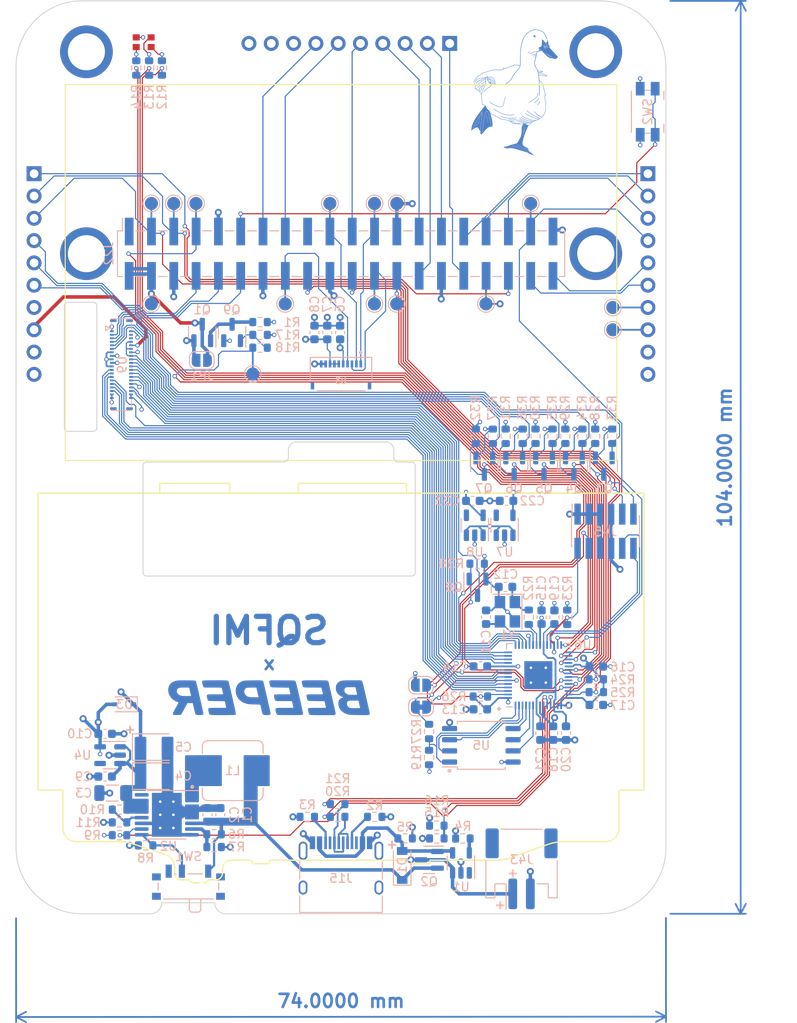
<source format=kicad_pcb>
(kicad_pcb (version 20240108) (generator "pcbnew") (generator_version "8.0")
  (layers (0 "F.Cu" signal) (1 "In1.Cu" power) (2 "In2.Cu" power) (31 "B.Cu" signal) (34 "B.Paste" user) (35 "F.Paste" user) (36 "B.SilkS" user "B.Silkscreen") (37 "F.SilkS" user "F.Silkscreen") (38 "B.Mask" user) (39 "F.Mask" user) (44 "Edge.Cuts" user))
  (net 0 "")
  (net 1 "GND")
  (net 2 "+3V3")
  (net 3 "/Pi_SDA")
  (net 4 "/Pi_SCL")
  (net 5 "/Pi_GPIO0")
  (net 6 "/Pi_GPIO1")
  (net 7 "/Pi_GPIO20")
  (net 8 "/Pi_GPIO19")
  (net 9 "/Pi_GPIO21")
  (net 10 "+5V")
  (net 11 "/Pi_GPIO14")
  (net 12 "/Pi_GPIO15")
  (net 13 "/Pi_INT")
  (net 14 "Net-(D1-K)")
  (net 15 "Net-(U6-XIN)")
  (net 16 "Net-(U6-VREG_VOUT)")
  (net 17 "Net-(D2-RK)")
  (net 18 "Net-(D2-GK)")
  (net 19 "Net-(D2-BK)")
  (net 22 "Net-(J15-CC1)")
  (net 23 "Net-(J15-CC2)")
  (net 24 "Net-(J18-Pin_1)")
  (net 25 "Net-(J24-Pin_1)")
  (net 26 "Net-(J26-Pin_1)")
  (net 27 "SWCLK")
  (net 28 "SWDIO")
  (net 29 "~{RESET}")
  (net 30 "/DISP_SCLK")
  (net 31 "/DISP_SI")
  (net 32 "/DISP_CS")
  (net 33 "/DISP_EXTIN")
  (net 34 "+2V8")
  (net 35 "+1V8")
  (net 36 "/Pi_GPIO09")
  (net 37 "VBUS")
  (net 38 "USB_D-")
  (net 39 "USB_D+")
  (net 40 "Net-(C12-Pad1)")
  (net 41 "BOOTSEL")
  (net 42 "/Pi_PWR")
  (net 43 "/LBO")
  (net 44 "+BATT")
  (net 45 "/RP2040/COL7")
  (net 46 "Net-(JP3-B)")
  (net 47 "Net-(Q1-G)")
  (net 48 "/RP2040/Keyboard/TP_SHUTDOWN_1V8")
  (net 49 "/RP2040/TP_SHUTDOWN")
  (net 50 "Net-(L1-Pad2)")
  (net 51 "/RP2040/Keyboard/TP_SCL_1V8")
  (net 52 "/RP2040/TP_SCL")
  (net 53 "/RP2040/Keyboard/TP_MOTION_1V8")
  (net 54 "/RP2040/TP_MOTION")
  (net 55 "/Pi_GPIO18")
  (net 56 "/RP2040/Keyboard/TP_SDA_1V8")
  (net 57 "/Button")
  (net 58 "/RP2040/TP_SDA")
  (net 59 "/RP2040/Keyboard/TP_RESET_1V8")
  (net 60 "/PI_HEADER_SWDIO")
  (net 61 "/PI_HEADER_SWCLK")
  (net 62 "/Pi_GPIO6")
  (net 63 "/Pi_GPIO12")
  (net 64 "/Pi_GPIO13")
  (net 65 "/Pi_GPIO26")
  (net 66 "/Pi_GPIO5")
  (net 67 "/Pi_GPIO22")
  (net 68 "/Pi_GPIO27")
  (net 69 "/RP2040/TP_RESET")
  (net 70 "Net-(Q8-D)")
  (net 71 "/Pi_GPIO16")
  (net 72 "/RP2040/KB_BL")
  (net 73 "Net-(Q9-B)")
  (net 74 "Net-(U1-PROG)")
  (net 75 "Net-(U2-LBI)")
  (net 76 "Net-(SW1-B)")
  (net 77 "Net-(U2-FB)")
  (net 78 "/RP2040/LED_R")
  (net 79 "/RP2040/LED_G")
  (net 80 "/RP2040/LED_B")
  (net 81 "/RP2040/BATT_ADC")
  (net 82 "/RP2040/~{QSPI_CS}")
  (net 83 "/RP2040/D-")
  (net 84 "/RP2040/D+")
  (net 85 "Net-(U6-XOUT)")
  (net 89 "/RP2040/QSPI_SD2")
  (net 90 "/RP2040/QSPI_SD3")
  (net 91 "/RP2040/QSPI_SD0")
  (net 92 "/RP2040/QSPI_SCLK")
  (net 93 "/RP2040/QSPI_SD1")
  (net 94 "/RP2040/COL4")
  (net 95 "/RP2040/COL6")
  (net 96 "/RP2040/ROW1")
  (net 97 "/RP2040/ROW7")
  (net 98 "/RP2040/ROW2")
  (net 99 "/RP2040/ROW6")
  (net 100 "/RP2040/COL2")
  (net 101 "/RP2040/ROW5")
  (net 102 "/RP2040/COL5")
  (net 103 "/RP2040/ROW4")
  (net 104 "/RP2040/MIC")
  (net 105 "/RP2040/COL1")
  (net 106 "/RP2040/ROW3")
  (net 107 "/RP2040/COL3")
  (footprint "beepy:LS027B7DH01" (layer "F.Cu") (at 91.09 69.5775)
    (property "Reference" "REF**" (hide yes))
    (property "Value" "LS027B7DH01")
  )
  (footprint "MountingHole:MountingHole_2.7mm_M2.5" (layer "F.Cu") (at 62.1 140.5)
    (property "Reference" "H1" (hide yes))
    (property "Value" "MountingHole")
  )
  (footprint "beepy:FM-B2020RGBA-HG" (layer "F.Cu") (at 68.62 45.11)
    (property "Reference" "D2" (hide yes))
    (property "Value" "Notification LED")
  )
  (footprint "beepy:SQFMI-DUCK-LOGO-BMASK" (layer "F.Cu") (at 112.19 50.51)
    (property "Reference" "REF**" (hide yes))
    (property "Value" "SQFMI-DUCK-LOGO")
  )
  (footprint "MountingHole:MountingHole_2.7mm_M2.5" (layer "F.Cu") (at 120.1 140.5)
    (property "Reference" "H2" (hide yes))
    (property "Value" "MountingHole")
  )
  (footprint "Resistor_SMD:R_0603_1608Metric" (layer "B.Cu") (at 81.87 76.9925 180)
    (property "Reference" "R1")
    (property "Value" "10K")
  )
  (footprint "Package_SO:SSOP-8_5.25x5.24mm_P1.27mm" (layer "B.Cu") (at 107.07 125.21)
    (property "Reference" "U5")
    (property "Value" "GD25Q16xS")
  )
  (footprint "TestPoint:TestPoint_Pad_D1.5mm" (layer "B.Cu") (at 89.824734 63.48 180)
    (property "Reference" "TP5" (hide yes))
    (property "Value" "TestPoint")
  )
  (footprint "Connector_PinHeader_2.54mm:PinHeader_2x20_P2.54mm_Vertical_SMD" (layer "B.Cu") (at 91.1 69.2 -90)
    (property "Reference" "J22")
    (property "Value" "Pi Zero")
  )
  (footprint "Resistor_SMD:R_0603_1608Metric" (layer "B.Cu") (at 112.47 110.615 90)
    (property "Reference" "R22")
    (property "Value" "1K")
  )
  (footprint "Package_SO:HTSSOP-16-1EP_4.4x5mm_P0.65mm_EP3.4x5mm_Mask2.46x2.31mm_ThermalVias" (layer "B.Cu") (at 71.2575 133.125 180)
    (property "Reference" "U2")
    (property "Value" "TPS61090")
  )
  (footprint "Package_TO_SOT_SMD:SOT-23" (layer "B.Cu") (at 106.64 107.21 -90)
    (property "Reference" "Q8")
    (property "Value" "BSS138")
  )
  (footprint "TestPoint:TestPoint_Pad_D1.5mm" (layer "B.Cu") (at 94.905786 63.48 180)
    (property "Reference" "TP8" (hide yes))
    (property "Value" "TestPoint")
  )
  (footprint "Package_TO_SOT_SMD:SOT-23-5" (layer "B.Cu") (at 109.72 100.14 90)
    (property "Reference" "U7")
    (property "Value" "ME6212C18M5G")
  )
  (footprint "Button_Switch_SMD:Panasonic_EVQPUL_EVQPUC" (layer "B.Cu") (at 126.01 53.03 90)
    (property "Reference" "SW2")
    (property "Value" "Button")
  )
  (footprint "Resistor_SMD:R_0603_1608Metric" (layer "B.Cu") (at 109.84 90.005 90)
    (property "Reference" "R31")
    (property "Value" "10K")
  )
  (footprint "Package_TO_SOT_SMD:SOT-23" (layer "B.Cu") (at 117.61 93.4 -90)
    (property "Reference" "Q4")
    (property "Value" "BSS138")
  )
  (footprint "TestPoint:TestPoint_Pad_D1.5mm" (layer "B.Cu") (at 74.581578 63.48 180)
    (property "Reference" "TP7" (hide yes))
    (property "Value" "TestPoint")
  )
  (footprint "Package_TO_SOT_SMD:SOT-23-5" (layer "B.Cu") (at 106.32 100.14 90)
    (property "Reference" "U8")
    (property "Value" "ME6212C28M5G")
  )
  (footprint "Capacitor_SMD:C_0603_1608Metric" (layer "B.Cu") (at 113.79 123.82 -90)
    (property "Reference" "C21")
    (property "Value" "1uF")
  )
  (footprint "TestPoint:TestPoint_Pad_D1.5mm" (layer "B.Cu") (at 94.895786 74.92 180)
    (property "Reference" "TP6" (hide yes))
    (property "Value" "TestPoint")
  )
  (footprint "Capacitor_SMD:C_1206_3216Metric" (layer "B.Cu") (at 65.05 130.65 180)
    (property "Reference" "C3")
    (property "Value" "22uF")
  )
  (footprint "Capacitor_SMD:C_0603_1608Metric" (layer "B.Cu") (at 120.16 120.61)
    (property "Reference" "C17")
    (property "Value" "0.1uF")
  )
  (footprint "Package_TO_SOT_SMD:SOT-23" (layer "B.Cu") (at 110.81 93.405 -90)
    (property "Reference" "Q6")
    (property "Value" "BSS138")
  )
  (footprint "Capacitor_SMD:C_0603_1608Metric" (layer "B.Cu") (at 109.94 97.36 180)
    (property "Reference" "C22")
    (property "Value" "0.1uF")
  )
  (footprint "Resistor_SMD:R_0603_1608Metric" (layer "B.Cu") (at 76.64 135.34 180)
    (property "Reference" "R6")
    (property "Value" "2M")
  )
  (footprint "Inductor_SMD:L_Bourns_SRP7028A_7.3x6.6mm" (layer "B.Cu") (at 78.7575 128.095 180)
    (property "Reference" "L1")
    (property "Value" "6.8uH/4A")
  )
  (footprint "Resistor_SMD:R_0603_1608Metric" (layer "B.Cu") (at 65.875 133.99 180)
    (property "Reference" "R11")
    (property "Value" "220K")
  )
  (footprint "TestPoint:TestPoint_Pad_D1.5mm" (layer "B.Cu") (at 69.500526 63.48 180)
    (property "Reference" "TP11" (hide yes))
    (property "Value" "TestPoint")
  )
  (footprint "Resistor_SMD:R_0603_1608Metric" (layer "B.Cu") (at 90.71 133.36)
    (property "Reference" "R20")
    (property "Value" "27R")
  )
  (footprint "TestPoint:TestPoint_Pad_D1.5mm" (layer "B.Cu") (at 122.04 75.33 180)
    (property "Reference" "TP13" (hide yes))
    (property "Value" "TestPoint")
  )
  (footprint "Capacitor_SMD:C_0603_1608Metric" (layer "B.Cu") (at 75.8875 133.125 90)
    (property "Reference" "C2")
    (property "Value" "100nF")
  )
  (footprint "Resistor_SMD:R_0603_1608Metric" (layer "B.Cu") (at 111.78 90.005 90)
    (property "Reference" "R36")
    (property "Value" "10K")
  )
  (footprint "Capacitor_SMD:C_0603_1608Metric" (layer "B.Cu") (at 106.96 116.22 180)
    (property "Reference" "C14")
    (property "Value" "0.1uF")
  )
  (footprint "TestPoint:TestPoint_Pad_D1.5mm" (layer "B.Cu") (at 107.598416 74.92 180)
    (property "Reference" "TP16" (hide yes))
    (property "Value" "TestPoint")
  )
  (footprint "Jumper:SolderJumper-2_P1.3mm_Open_RoundedPad1.0x1.5mm" (layer "B.Cu") (at 75.24 81.35)
    (property "Reference" "JP1")
    (property "Value" "PI PWR")
  )
  (footprint "Resistor_SMD:R_0603_1608Metric" (layer "B.Cu") (at 120.04 90 90)
    (property "Reference" "R28")
    (property "Value" "10K")
  )
  (footprint "Capacitor_SMD:C_0603_1608Metric" (layer "B.Cu") (at 64.23 123.9 180)
    (property "Reference" "C10")
    (property "Value" "10uF")
  )
  (footprint "Resistor_SMD:R_0603_1608Metric" (layer "B.Cu") (at 76.64 136.8)
    (property "Reference" "R7")
    (property "Value" "360K")
  )
  (footprint "Resistor_SMD:R_0603_1608Metric" (layer "B.Cu") (at 113.24 90 90)
    (property "Reference" "R30")
    (property "Value" "10K")
  )
  (footprint "TestPoint:TestPoint_Pad_D1.5mm" (layer "B.Cu") (at 72.041052 63.48 180)
    (property "Reference" "TP12" (hide yes))
    (property "Value" "TestPoint")
  )
  (footprint "beepy:QFN-56-1EP_7x7mm_P0.4mm_EP5.6x5.6mm" (layer "B.Cu") (at 113.56 117.22)
    (property "Reference" "U6")
    (property "Value" "RP2040")
  )
  (footprint "Resistor_SMD:R_0603_1608Metric" (layer "B.Cu") (at 101.12 123.64 -90)
    (property "Reference" "R27")
    (property "Value" "1K")
  )
  (footprint "Capacitor_SMD:C_0603_1608Metric" (layer "B.Cu") (at 77.3475 133.125 90)
    (property "Reference" "C1")
    (property "Value" "10uF")
  )
  (footprint "Resistor_SMD:R_0603_1608Metric" (layer "B.Cu") (at 106.44 90.005 90)
    (property "Reference" "R32")
    (property "Value" "10K")
  )
  (footprint "Capacitor_SMD:C_0603_1608Metric" (layer "B.Cu") (at 89.53 78.18 90)
    (property "Reference" "C7")
    (property "Value" "1uF")
  )
  (footprint "Resistor_SMD:R_0603_1608Metric" (layer "B.Cu") (at 98.388911 135.816)
    (property "Reference" "R5")
    (property "Value" "100K")
  )
  (footprint "Capacitor_SMD:C_0603_1608Metric" (layer "B.Cu") (at 113.93 110.615 90)
    (property "Reference" "C15")
    (property "Value" "0.1uF")
  )
  (footprint "TestPoint:TestPoint_Pad_D1.5mm" (layer "B.Cu") (at 81.045 82.9125 180)
    (property "Reference" "TP10" (hide yes))
    (property "Value" "TestPoint")
  )
  (footprint "Resistor_SMD:R_0603_1608Metric" (layer "B.Cu") (at 120.16 119.15 180)
    (property "Reference" "R25")
    (property "Value" "4.7K")
  )
  (footprint "TestPoint:TestPoint_Pad_D1.5mm" (layer "B.Cu") (at 69.490526 74.92 180)
    (property "Reference" "TP4" (hide yes))
    (property "Value" "TestPoint")
  )
  (footprint "Capacitor_SMD:C_0603_1608Metric" (layer "B.Cu") (at 109.825 107.16 180)
    (property "Reference" "C12")
    (property "Value" "12pF")
  )
  (footprint "beepy:HRS_FH34SRJ-10S-0.5SH(50)" (layer "B.Cu") (at 91.09 82.9125 180)
    (property "Reference" "U3")
    (property "Value" "LS027B7DH01")
  )
  (footprint "Resistor_SMD:R_0603_1608Metric" (layer "B.Cu") (at 70.7 48.045 90)
    (property "Reference" "R12")
    (property "Value" "220")
  )
  (footprint "Resistor_SMD:R_0603_1608Metric" (layer "B.Cu") (at 104.968911 135.826)
    (property "Reference" "R4")
    (property "Value" "10K")
  )
  (footprint "Package_TO_SOT_SMD:SOT-23-5" (layer "B.Cu") (at 104.748911 138.606 90)
    (property "Reference" "U1")
    (property "Value" "TP4054")
  )
  (footprint "Connector_PinHeader_2.54mm:PinHeader_1x10_P2.54mm_Vertical" (layer "B.Cu") (at 126.04 60.09 180)
    (property "Reference" "J44" (hide yes))
    (property "Value" "Header 1")
  )
  (footprint "Resistor_SMD:R_0603_1608Metric" (layer "B.Cu") (at 81.87 79.9125)
    (property "Reference" "R18")
    (property "Value" "330")
  )
  (footprint "Diode_SMD:D_SOD-323" (layer "B.Cu") (at 66.4 120.54 180)
    (property "Reference" "D3")
    (property "Value" "D_Schottky_Small")
  )
  (footprint "MountingHole:MountingHole_2.5mm_Pad" (layer "B.Cu") (at 62.1 46.2 180)
    (property "Reference" "M1" (hide yes))
    (property "Value" "MountingHole_2.5mm_Pad")
  )
  (footprint "Capacitor_SMD:C_0603_1608Metric" (layer "B.Cu") (at 115.39 110.62 90)
    (property "Reference" "C19")
    (property "Value" "0.1uF")
  )
  (footprint "Package_TO_SOT_SMD:SOT-23-5" (layer "B.Cu") (at 64.7975 126.33 180)
    (property "Reference" "U4")
    (property "Value" "AP2112K-3.3")
  )
  (footprint "Resistor_SMD:R_0603_1608Metric" (layer "B.Cu") (at 116.85 110.625 -90)
    (property "Reference" "R23")
    (property "Value" "10K")
  )
  (footprint "beepy:SQFMI-DUCK-LOGO-BCU" (layer "B.Cu") (at 112.19 50.51)
    (property "Reference" "REFe" (hide yes))
    (property "Value" "SQFMI-DUCK-LOGO")
  )
  (footprint "Capacitor_SMD:C_0603_1608Metric" (layer "B.Cu") (at 90.99 78.18 90)
    (property "Reference" "C6")
    (property "Value" "100nF")
  )
  (footprint "TestPoint:TestPoint_Pad_D1.5mm" (layer "B.Cu") (at 112.689468 63.48 180)
    (property "Reference" "TP17" (hide yes))
    (property "Value" "TestPoint")
  )
  (footprint "Resistor_SMD:R_0603_1608Metric" (layer "B.Cu") (at 101.12 126.6 -90)
    (property "Reference" "R19")
    (property "Value" "10K")
  )
  (footprint "Resistor_SMD:R_0603_1608Metric" (layer "B.Cu") (at 90.71 131.9)
    (property "Reference" "R21")
    (property "Value" "27R")
  )
  (footprint "Capacitor_Tantalum_SMD:CP_EIA-3528-15_AVX-H" (layer "B.Cu") (at 69.8 125.4125)
    (property "Reference" "C5")
    (property "Value" "100uF")
  )
  (footprint "Capacitor_SMD:C_0603_1608Metric" (layer "B.Cu") (at 64.23 128.77 180)
    (property "Reference" "C9")
    (property "Value" "10uF")
  )
  (footprint "Resistor_SMD:R_0603_1608Metric" (layer "B.Cu") (at 121.98 90 90)
    (property "Reference" "R33")
    (property "Value" "10K")
  )
  (footprint "Resistor_SMD:R_0603_1608Metric" (layer "B.Cu") (at 116.64 90 90)
    (property "Reference" "R29")
    (property "Value" "10K")
  )
  (footprint "Package_TO_SOT_SMD:SOT-23" (layer "B.Cu") (at 121.01 93.4 -90)
    (property "Reference" "Q3")
    (property "Value" "BSS138")
  )
  (footprint "Package_TO_SOT_SMD:SOT-23" (layer "B.Cu") (at 114.21 93.4 -90)
    (property "Reference" "Q5")
    (property "Value" "BSS138")
  )
  (footprint "Connector_JST:JST_PH_S2B-PH-SM4-TB_1x02-1MP_P2.00mm_Horizontal" (layer "B.Cu") (at 111.65 139.28)
    (property "Reference" "J43")
    (property "Value" "Battery")
  )
  (footprint "Resistor_SMD:R_0603_1608Metric" (layer "B.Cu") (at 94.93 133.36 180)
    (property "Reference" "R2")
    (property "Value" "5.1K")
  )
  (footprint "beepy:BM20B(0.8)-40DS-0.4V" (layer "B.Cu") (at 66.08875 81.84 -90)
    (property "Reference" "U9")
    (property "Value" "BBQ20KBD")
  )
  (footprint "MountingHole:MountingHole_2.5mm_Pad" (layer "B.Cu") (at 120.1 69.2 180)
    (property "Reference" "M3" (hide yes))
    (property "Value" "MountingHole_2.5mm_Pad")
  )
  (footprint "MountingHole:MountingHole_2.5mm_Pad" (layer "B.Cu") (at 120.1 46.2 180)
    (property "Reference" "M4" (hide yes))
    (property "Value" "MountingHole_2.5mm_Pad")
  )
  (footprint "Jumper:SolderJumper-2_P1.3mm_Bridged_RoundedPad1.0x1.5mm" (layer "B.Cu") (at 100.2 120.86 180)
    (property "Reference" "JP2" (hide yes))
    (property "Value" "BOOTSEL_JUMPER")
  )
  (footprint "Connector_USB:USB_C_Receptacle_HRO_TYPE-C-31-M-12" (layer "B.Cu") (at 91.09 140.36 180)
    (property "Reference" "J15")
    (property "Value" "USB_C_Receptacle_USB2.0")
  )
  (footprint "Package_TO_SOT_SMD:SOT-23" (layer "B.Cu") (at 78.69 78.1775 90)
    (property "Reference" "Q9")
    (property "Value" "S8050")
  )
  (footprint "Resistor_SMD:R_0603_1608Metric" (layer "B.Cu") (at 81.87 78.4525 180)
    (property "Reference" "R17")
    (property "Value" "10K")
  )
  (footprint "Capacitor_SMD:C_0603_1608Metric" (layer "B.Cu") (at 115.25 123.82 -90)
    (property "Reference" "C18")
    (property "Value" "1uF")
  )
  (footprint "Package_TO_SOT_SMD:SOT-23" (layer "B.Cu") (at 75.29 78.1775 90)
    (property "Reference" "Q1")
    (property "Value" "SI2301")
  )
  (footprint "Resistor_SMD:R_0603_1608Metric" (layer "B.Cu") (at 68.84 136.61)
    (property "Reference" "R8")
    (property "Value" "100K")
  )
  (footprint "beepy:beepy_logo_2" (layer "B.Cu") (at 82.915347 119.76 180)
    (property "Reference" "G***" (hide yes))
    (property "Value" "LOGO" (hide yes))
  )
  (footprint "Resistor_SMD:R_0603_1608Metric" (layer "B.Cu") (at 102 135.82)
    (property "Reference" "R15")
    (property "Value" "100K")
  )
  (footprint "Resistor_SMD:R_0603_1608Metric" (layer "B.Cu") (at 120.16 117.69)
    (property "Reference" "R24")
    (property "Value" "4.7K")
  )
  (footprint "Package_TO_SOT_SMD:SOT-23" (layer "B.Cu") (at 101.128911 138.256 180)
    (property "Reference" "Q2")
    (property "Value" "SI2301")
  )
  (footprint "Capacitor_SMD:C_0603_1608Metric" (layer "B.Cu") (at 107.61 110.615 90)
    (property "Reference" "C11")
    (property "Value" "12pF")
  )
  (footprint "Diode_SMD:D_SOD-123" (layer "B.Cu") (at 98.058911 138.896 90)
    (property "Reference" "D1")
    (property "Value" "B5819W")
  )
  (footprint "Capacitor_Tantalum_SMD:CP_EIA-3528-15_AVX-H" (layer "B.Cu") (at 69.8025 128.7225)
    (property "Reference" "C4")
    (property "Value" "100uF")
  )
  (footprint "TestPoint:TestPoint_Pad_D1.5mm" (layer "B.Cu") (at 97.436312 74.92 180)
    (property "Reference" "TP9" (hide yes))
    (property "Value" "TestPoint")
  )
  (footprint "Jumper:SolderJumper-2_P1.3mm_Open_RoundedPad1.0x1.5mm" (layer "B.Cu") (at 100.2 118.36)
    (property "Reference" "JP3" (hide yes))
    (property "Value" "SJ_MIC_VDD")
  )
  (footprint "Capacitor_SMD:C_0603_1608Metric" (layer "B.Cu") (at 88.07 78.18 90)
    (property "Reference" "C8")
    (property "Value" "100nF")
  )
  (footprint "Resistor_SMD:R_0603_1608Metric" (layer "B.Cu") (at 65.87 135.45 180)
    (property "Reference" "R9")
    (property "Value" "1M")
  )
  (footprint "TestPoint:TestPoint_Pad_D1.5mm" (layer "B.Cu") (at 84.733682 74.92 180)
    (property "Reference" "TP1" (hide yes))
    (property "Value" "TestPoint")
  )
  (footprint "Resistor_SMD:R_0603_1608Metric" (layer "B.Cu") (at 106.96 119.65)
    (property "Reference" "R26")
    (property "Value" "10K")
  )
  (footprint "Connector_PinHeader_2.54mm:PinHeader_1x10_P2.54mm_Vertical" (layer "B.Cu") (at 56.14 60.09 180)
    (property "Reference" "J47" (hide yes))
    (property "Value" "Header 3")
  )
  (footprint "MountingHole:MountingHole_2.5mm_Pad" (layer "B.Cu") (at 62.1 69.2 180)
    (property "Reference" "M2" (hide yes))
    (property "Value" "MountingHole_2.5mm_Pad")
  )
  (footprint "Resistor_SMD:R_0603_1608Metric" (layer "B.Cu") (at 108.38 90.005 90)
    (property "Reference" "R37")
    (property "Value" "10K")
  )
  (footprint "Resistor_SMD:R_0603_1608Metric" (layer "B.Cu") (at 69.24 48.045 90)
    (property "Reference" "R13")
    (property "Value" "100")
  )
  (footprint "Resistor_SMD:R_0603_1608Metric" (layer "B.Cu") (at 106.595 104.52)
    (property "Reference" "R38")
    (property "Value" "10K")
  )
  (footprint "TestPoint:TestPoint_Pad_D1.5mm" (layer "B.Cu") (at 122.04 77.87 180)
    (property "Reference" "TP14" (hide yes))
    (property "Value" "TestPoint")
  )
  (footprint "Resistor_SMD:R_0603_1608Metric" (layer "B.Cu") (at 118.58 90 90)
    (property "Reference" "R34")
    (property "Value" "10K")
  )
  (footprint "Capacitor_SMD:C_0603_1608Metric" (layer "B.Cu") (at 120.16 116.23)
    (property "Reference" "C16")
    (property "Value" "0.1uF")
  )
  (footprint "Resistor_SMD:R_0603_1608Metric" (layer "B.Cu") (at 67.78 48.045 90)
    (property "Reference" "R14")
    (property "Value" "100")
  )
  (footprint "Connector_PinHeader_2.54mm:PinHeader_1x10_P2.54mm_Vertical" (layer "B.Cu") (at 103.47 45.25 90)
    (property "Reference" "J46" (hide yes))
    (property "Value" "Header 2")
  )
  (footprint "Resistor_SMD:R_0603_1608Metric" (layer "B.Cu") (at 115.18 90 90)
    (property "Reference" "R35")
    (property "Value" "10K")
  )
  (footprint "Capacitor_SMD:C_0603_1608Metric" (layer "B.Cu") (at 106.96 121.11 180)
    (property "Reference" "C13")
    (property "Value" "0.1uF")
  )
  (footprint "TestPoint:TestPoint_Pad_D1.5mm" (layer "B.Cu") (at 97.446312 63.48 180)
    (property "Reference" "TP15" (hide yes))
    (property "Value" "TestPoint")
  )
  (footprint "Button_Switch_SMD:SW_SPDT_PCM12" (layer "B.Cu") (at 73.72 140.98 180)
    (property "Reference" "SW1")
    (property "Value" "ON/OFF")
  )
  (footprint "Resistor_SMD:R_0603_1608Metric" (layer "B.Cu") (at 102 134.36 180)
    (property "Reference" "R16")
    (property "Value" "100K")
  )
  (footprint "Resistor_SMD:R_0603_1608Metric" (layer "B.Cu") (at 87.25 133.36)
    (property "Reference" "R3")
    (property "Value" "5.1K")
  )
  (footprint "Resistor_SMD:R_0603_1608Metric" (layer "B.Cu") (at 65.875 132.53 180)
    (property "Reference" "R10")
    (property "Value" "2M")
  )
  (footprint "Connector_PinHeader_1.27mm:PinHeader_2x06_P1.27mm_Vertical_SMD" (layer "B.Cu") (at 121.21 100.82 -90)
    (property "Reference" "J45")
    (property "Value" "PRG_HEADER")
  )
  (footprint "Capacitor_SMD:C_0603_1608Metric" (layer "B.Cu") (at 116.71 123.82 -90)
    (property "Reference" "C20")
    (property "Value" "0.1uF")
  )
  (footprint "Package_TO_SOT_SMD:SOT-23" (layer "B.Cu") (at 107.41 93.405 -90)
    (property "Reference" "Q7")
    (property "Value" "BSS138")
  )
  (footprint "Capacitor_SMD:C_0603_1608Metric" (layer "B.Cu") (at 106.1 97.36)
    (property "Reference" "C23")
    (property "Value" "0.1uF")
  )
  (footprint "Crystal:Crystal_SMD_3225-4Pin_3.2x2.5mm" (layer "B.Cu") (at 110.04 109.995 -90)
    (property "Reference" "Y1")
    (property "Value" "XYDBPCNANF-12MHZ")
  )
  (gr_line (start 56.598501 96.482001) (end 125.5815 96.482001) (stroke (width 0.15)) (layer "F.SilkS"))
  (gr_line (start 107.034717 138.296) (end 108.75345 138.296) (stroke (width 0.15)) (layer "F.SilkS"))
  (gr_line (start 98.553678 96.482001) (end 98.553678 95.371001) (stroke (width 0.15)) (layer "F.SilkS"))
  (gr_line (start 99.293536 138.7) (end 100.202984 138.7) (stroke (width 0.15)) (layer "F.SilkS"))
  (gr_line (start 67.504167 136.476132) (end 71.111883 137.65798) (stroke (width 0.15)) (layer "F.SilkS"))
  (gr_arc (start 75.747719 140.777843) (mid 75.576284 140.867228) (end 75.385422 140.898068) (stroke (width 0.15)) (layer "F.SilkS"))
  (gr_line (start 80.929179 138.296) (end 80.929179 138.397) (stroke (width 0.15)) (layer "F.SilkS"))
  (gr_line (start 86.231679 95.371001) (end 86.231679 96.482001) (stroke (width 0.15)) (layer "F.SilkS"))
  (gr_line (start 98.553678 95.371001) (end 86.231679 95.371001) (stroke (width 0.15)) (layer "F.SilkS"))
  (gr_arc (start 74.426038 140.898068) (mid 74.22262 140.862906) (end 74.042807 140.761503) (stroke (width 0.15)) (layer "F.SilkS"))
  (gr_line (start 99.091536 138.296) (end 99.091536 138.498) (stroke (width 0.15)) (layer "F.SilkS"))
  (gr_line (start 116.596318 136.175) (end 121.2385 136.175) (stroke (width 0.15)) (layer "F.SilkS"))
  (gr_arc (start 77.590113 139.306) (mid 77.885934 138.591814) (end 78.600113 138.296) (stroke (width 0.15)) (layer "F.SilkS"))
  (gr_line (start 78.430946 95.371001) (end 70.451946 95.371001) (stroke (width 0.15)) (layer "F.SilkS"))
  (gr_arc (start 122.7535 134.66) (mid 122.309765 135.731254) (end 121.2385 136.175) (stroke (width 0.15)) (layer "F.SilkS"))
  (gr_arc (start 81.232179 138.7) (mid 81.017898 138.611269) (end 80.929179 138.397) (stroke (width 0.15)) (layer "F.SilkS"))
  (gr_line (start 70.451946 95.371001) (end 70.451946 96.482001) (stroke (width 0.15)) (layer "F.SilkS"))
  (gr_line (start 56.598501 96.482001) (end 56.598501 130.317) (stroke (width 0.15)) (layer "F.SilkS"))
  (gr_line (start 78.600113 138.296) (end 80.929179 138.296) (stroke (width 0.15)) (layer "F.SilkS"))
  (gr_line (start 77.590113 139.771643) (end 77.590113 139.306) (stroke (width 0.15)) (layer "F.SilkS"))
  (gr_arc (start 110.459418 137.999122) (mid 109.619254 138.221229) (end 108.75345 138.296) (stroke (width 0.15)) (layer "F.SilkS"))
  (gr_line (start 101.230178 138.498) (end 101.230178 138.296) (stroke (width 0.15)) (layer "F.SilkS"))
  (gr_line (start 73.771305 140.539858) (end 74.042807 140.761503) (stroke (width 0.15)) (layer "F.SilkS"))
  (gr_line (start 101.230178 138.296) (end 107.034717 138.296) (stroke (width 0.15)) (layer "F.SilkS"))
  (gr_line (start 110.459419 137.999123) (end 114.549157 136.531254) (stroke (width 0.15)) (layer "F.SilkS"))
  (gr_line (start 82.985633 138.397) (end 82.985633 138.296) (stroke (width 0.15)) (layer "F.SilkS"))
  (gr_line (start 72.155247 139.097697) (end 72.155247 139.782358) (stroke (width 0.15)) (layer "F.SilkS"))
  (gr_arc (start 65.617626 136.175) (mid 66.572838 136.250755) (end 67.504167 136.476132) (stroke (width 0.15)) (layer "F.SilkS"))
  (gr_arc (start 77.590113 139.771643) (mid 77.36823 140.30724) (end 76.832613 140.529143) (stroke (width 0.15)) (layer "F.SilkS"))
  (gr_line (start 56.598501 130.317) (end 59.426501 130.317) (stroke (width 0.15)) (layer "F.SilkS"))
  (gr_line (start 125.5815 96.482001) (end 98.553678 96.482001) (stroke (width 0.15)) (layer "F.SilkS"))
  (gr_arc (start 101.230178 138.498) (mid 101.171016 138.64085) (end 101.028178 138.7) (stroke (width 0.15)) (layer "F.SilkS"))
  (gr_line (start 122.7535 130.317) (end 125.5815 130.317) (stroke (width 0.15)) (layer "F.SilkS"))
  (gr_arc (start 71.111882 137.65798) (mid 71.866977 138.208683) (end 72.155247 139.097697) (stroke (width 0.15)) (layer "F.SilkS"))
  (gr_line (start 122.7535 134.66) (end 122.7535 130.317) (stroke (width 0.15)) (layer "F.SilkS"))
  (gr_arc (start 114.549156 136.531253) (mid 115.557353 136.264724) (end 116.596318 136.175) (stroke (width 0.15)) (layer "F.SilkS"))
  (gr_line (start 59.426501 130.317) (end 59.426501 134.66) (stroke (width 0.15)) (layer "F.SilkS"))
  (gr_line (start 60.941501 136.175) (end 65.617626 136.175) (stroke (width 0.15)) (layer "F.SilkS"))
  (gr_line (start 76.08118 140.529143) (end 76.832613 140.529143) (stroke (width 0.15)) (layer "F.SilkS"))
  (gr_arc (start 60.941501 136.175) (mid 59.870257 135.731254) (end 59.426501 134.66) (stroke (width 0.15)) (layer "F.SilkS"))
  (gr_line (start 74.426039 140.898068) (end 75.385422 140.898068) (stroke (width 0.15)) (layer "F.SilkS"))
  (gr_line (start 86.231679 96.482001) (end 78.430946 96.482001) (stroke (width 0.15)) (layer "F.SilkS"))
  (gr_arc (start 72.912747 140.539858) (mid 72.377121 140.317993) (end 72.155247 139.782358) (stroke (width 0.15)) (layer "F.SilkS"))
  (gr_line (start 78.430946 96.482001) (end 78.430946 95.371001) (stroke (width 0.15)) (layer "F.SilkS"))
  (gr_line (start 81.232179 138.7) (end 82.682633 138.7) (stroke (width 0.15)) (layer "F.SilkS"))
  (gr_line (start 100.202984 138.7) (end 101.028178 138.7) (stroke (width 0.15)) (layer "F.SilkS"))
  (gr_line (start 70.451946 96.482001) (end 56.598501 96.482001) (stroke (width 0.15)) (layer "F.SilkS"))
  (gr_line (start 82.985633 138.296) (end 99.091536 138.296) (stroke (width 0.15)) (layer "F.SilkS"))
  (gr_arc (start 82.985633 138.397) (mid 82.896886 138.611252) (end 82.682633 138.7) (stroke (width 0.15)) (layer "F.SilkS"))
  (gr_arc (start 99.293536 138.7) (mid 99.1507 138.640836) (end 99.091536 138.498) (stroke (width 0.15)) (layer "F.SilkS"))
  (gr_line (start 125.5815 130.317) (end 125.5815 96.482001) (stroke (width 0.15)) (layer "F.SilkS"))
  (gr_line (start 75.747718 140.777842) (end 76.08118 140.529143) (stroke (width 0.15)) (layer "F.SilkS"))
  (gr_line (start 72.912747 140.539858) (end 73.771305 140.539858) (stroke (width 0.15)) (layer "F.SilkS"))
  (gr_arc (start 68.545686 93.329999) (mid 68.662844 93.047157) (end 68.945687 92.93) (stroke (width 0.1)) (layer "Edge.Cuts"))
  (gr_arc (start 99.540002 105.524315) (mid 99.422844 105.807157) (end 99.140001 105.924314) (stroke (width 0.1)) (layer "Edge.Cuts"))
  (gr_arc (start 62.89 74.74) (mid 63.172842 74.857158) (end 63.29 75.14) (stroke (width 0.1)) (layer "Edge.Cuts"))
  (gr_arc (start 59.99 89.44) (mid 59.707158 89.322843) (end 59.59 89.04) (stroke (width 0.1)) (layer "Edge.Cuts"))
  (gr_line (start 99.540002 105.524315) (end 99.540001 93.33) (stroke (width 0.1)) (layer "Edge.Cuts"))
  (gr_arc (start 97.593553 92.926447) (mid 97.24 92.78) (end 97.093553 92.426447) (stroke (width 0.1)) (layer "Edge.Cuts"))
  (gr_arc (start 99.140002 92.929999) (mid 99.422844 93.047157) (end 99.540001 93.33) (stroke (width 0.1)) (layer "Edge.Cuts"))
  (gr_line (start 97.093553 92.426447) (end 97.097105 91.539888) (stroke (width 0.1)) (layer "Edge.Cuts"))
  (gr_arc (start 85.100112 91.547105) (mid 85.356347 90.921338) (end 85.98 90.66) (stroke (width 0.1)) (layer "Edge.Cuts"))
  (gr_arc (start 70.676117 143.146117) (mid 70.31 144.03) (end 69.426117 144.396117) (stroke (width 0.1)) (layer "Edge.Cuts"))
  (gr_line (start 54.09 136.9) (end 54.09 47.9) (stroke (width 0.1)) (layer "Edge.Cuts"))
  (gr_line (start 69.426117 144.396117) (end 61.59 144.4) (stroke (width 0.1)) (layer "Edge.Cuts"))
  (gr_line (start 120.59 40.4) (end 61.59 40.4) (stroke (width 0.1)) (layer "Edge.Cuts"))
  (gr_arc (start 63.290001 89.040001) (mid 63.172843 89.322843) (end 62.89 89.44) (stroke (width 0.1)) (layer "Edge.Cuts"))
  (gr_arc (start 85.096447 92.426447) (mid 84.95 92.78) (end 84.596447 92.926447) (stroke (width 0.1)) (layer "Edge.Cuts"))
  (gr_line (start 96.21 90.66) (end 85.98 90.66) (stroke (width 0.1)) (layer "Edge.Cuts"))
  (gr_line (start 68.545686 93.329999) (end 68.545687 105.524314) (stroke (width 0.1)) (layer "Edge.Cuts"))
  (gr_arc (start 96.21 90.66) (mid 96.835767 90.916235) (end 97.097105 91.539888) (stroke (width 0.1)) (layer "Edge.Cuts"))
  (gr_line (start 120.59 144.4) (end 77.963883 144.396117) (stroke (width 0.1)) (layer "Edge.Cuts"))
  (gr_line (start 62.89 74.74) (end 60 74.74) (stroke (width 0.1)) (layer "Edge.Cuts"))
  (gr_line (start 63.29 75.14) (end 63.29 89.04) (stroke (width 0.1)) (layer "Edge.Cuts"))
  (gr_line (start 76.713883 143.146117) (end 70.676117 143.146117) (stroke (width 0.1)) (layer "Edge.Cuts"))
  (gr_line (start 62.89 89.44) (end 59.99 89.44) (stroke (width 0.1)) (layer "Edge.Cuts"))
  (gr_line (start 99.140002 92.929999) (end 97.593553 92.926447) (stroke (width 0.1)) (layer "Edge.Cuts"))
  (gr_arc (start 68.945686 105.924315) (mid 68.662844 105.807157) (end 68.545687 105.524314) (stroke (width 0.1)) (layer "Edge.Cuts"))
  (gr_arc (start 128.09 136.9) (mid 125.893301 142.203301) (end 120.59 144.4) (stroke (width 0.1)) (layer "Edge.Cuts"))
  (gr_arc (start 120.59 40.4) (mid 125.893301 42.596699) (end 128.09 47.9) (stroke (width 0.1)) (layer "Edge.Cuts"))
  (gr_line (start 68.945686 105.924315) (end 99.140001 105.924314) (stroke (width 0.1)) (layer "Edge.Cuts"))
  (gr_arc (start 59.59 75.14) (mid 59.712157 74.855087) (end 60 74.74) (stroke (width 0.1)) (layer "Edge.Cuts"))
  (gr_arc (start 54.09 47.9) (mid 56.286699 42.596699) (end 61.59 40.4) (stroke (width 0.1)) (layer "Edge.Cuts"))
  (gr_line (start 128.09 47.9) (end 128.09 136.9) (stroke (width 0.1)) (layer "Edge.Cuts"))
  (gr_arc (start 61.59 144.4) (mid 56.286699 142.203301) (end 54.09 136.9) (stroke (width 0.1)) (layer "Edge.Cuts"))
  (gr_arc (start 77.963883 144.396117) (mid 77.08 144.03) (end 76.713883 143.146117) (stroke (width 0.1)) (layer "Edge.Cuts"))
  (gr_line (start 85.100112 91.547105) (end 85.096447 92.426447) (stroke (width 0.1)) (layer "Edge.Cuts"))
  (gr_line (start 59.59 75.14) (end 59.59 89.04) (stroke (width 0.1)) (layer "Edge.Cuts"))
  (gr_line (start 84.596447 92.926447) (end 68.945687 92.93) (stroke (width 0.1)) (layer "Edge.Cuts"))
  (gr_text "x" (at 82.91 115.86 0) (layer "B.Cu") (effects (font (size 1.5 1.5) (thickness 0.3)) (justify mirror)))
  (gr_text "SQFMI" (at 82.893674 112.159721 0) (layer "B.Cu") (effects (font (size 3 3) (thickness 0.6)) (justify mirror)))
  (gr_text "." (at 103.44 127.5 0) (layer "B.SilkS") (effects (font (size 1.5 1.5) (thickness 0.3))))
  (gr_text "+" (at 110.64 139.74 0) (layer "B.SilkS") (effects (font (size 1 1) (thickness 0.2))))
  (gr_text "+" (at 96.9 136.47 0) (layer "B.SilkS") (effects (font (size 1 1) (thickness 0.2))))
  (gr_text "." (at 109.08 120.45 0) (layer "B.SilkS") (effects (font (size 1.5 1.5) (thickness 0.3))))
  (gr_text "." (at 74.15 129.33 0) (layer "B.SilkS") (effects (font (size 1.5 1.5) (thickness 0.3))))
  (gr_text "+" (at 109.23 143.37 0) (layer "B.SilkS") (effects (font (size 1 1) (thickness 0.2))))
  (gr_text "+" (at 67.08 123.37 0) (layer "B.SilkS") (effects (font (size 1 1) (thickness 0.2))))
  (gr_text "M2" (at 120.08 46.27 0) (layer "F.SilkS") (effects (font (size 1 1))))
  (gr_text "M4" (at 120.08 69.19 0) (layer "F.SilkS") (effects (font (size 1 1))))
  (gr_text "M3" (at 61.92 69.28 0) (layer "F.SilkS") (effects (font (size 1 1))))
  (gr_text "M1" (at 62.1 46.26 0) (layer "F.SilkS") (effects (font (size 1 1))))
  (dimension (type aligned) (layer "B.Cu") (pts (xy 128.09 40.4) (xy 128.09 144.4)) (height -8.51) (gr_text "104.0000 mm" (at 134.8 92.4 90) (layer "B.Cu") (effects (font (size 1.5 1.5) (thickness 0.3)))) (format (prefix "") (suffix "") (units 3) (units_format 1) (precision 4)) (style (thickness 0.2) (arrow_length 1.27) (text_position_mode 0) (extension_height 0.58642) (extension_offset 0.5) keep_text_aligned))
  (dimension (type aligned) (layer "B.Cu") (pts (xy 54.09 144.42) (xy 128.09 144.38)) (height 11.73996) (gr_text "74.0000 mm" (at 91.095373 154.339958 0.03097068861) (layer "B.Cu") (effects (font (size 1.5 1.5) (thickness 0.3)))) (format (prefix "") (suffix "") (units 3) (units_format 1) (precision 4)) (style (thickness 0.2) (arrow_length 1.27) (text_position_mode 0) (extension_height 0.58642) (extension_offset 0.5) keep_text_aligned))
  (via (at 115.39 109.01) (size 0.5) (drill 0.3) (layers "F.Cu" "B.Cu") (net 1))
  (via (at 78.47 136.8) (size 0.8) (drill 0.4) (layers "F.Cu" "B.Cu") (net 1))
  (via (at 112.71 118.07) (size 0.5) (drill 0.3) (layers "F.Cu" "B.Cu") (net 1))
  (via (at 121.76 120.61) (size 0.5) (drill 0.3) (layers "F.Cu" "B.Cu") (net 1))
  (via (at 66.38 123.9) (size 0.8) (drill 0.4) (layers "F.Cu" "B.Cu") (net 1))
  (via (at 72.04 74.1) (size 0.8) (drill 0.4) (layers "F.Cu" "B.Cu") (net 1))
  (via (at 82.2 74) (size 0.8) (drill 0.4) (layers "F.Cu" "B.Cu") (net 1))
  (via (at 64.67 126.34) (size 0.8) (drill 0.4) (layers "F.Cu" "B.Cu") (net 1))
  (via (at 68.39 86.95) (size 0.5) (drill 0.3) (layers "F.Cu" "B.Cu") (net 1))
  (via (at 105.33 116.22) (size 0.5) (drill 0.3) (layers "F.Cu" "B.Cu") (net 1))
  (via (at 110.04 110) (size 0.5) (drill 0.3) (layers "F.Cu" "B.Cu") (net 1))
  (via (at 125.16 49.25) (size 0.5) (drill 0.3) (layers "F.Cu" "B.Cu") (net 1))
  (via (at 68.14 84.38) (size 0.5) (drill 0.3) (layers "F.Cu" "B.Cu") (net 1))
  (via (at 78.42 79.12) (size 0.5) (drill 0.3) (layers "F.Cu" "B.Cu") (net 1))
  (via (at 96.76 133.36) (size 0.8) (drill 0.4) (layers "F.Cu" "B.Cu") (net 1))
  (via (at 64.99 77.52) (size 0.5) (drill 0.3) (layers "F.Cu" "B.Cu") (net 1))
  (via (at 99.22 134.54) (size 0.8) (drill 0.4) (layers "F.Cu" "B.Cu") (net 1))
  (via (at 114.41 118.07) (size 0.5) (drill 0.3) (layers "F.Cu" "B.Cu") (net 1))
  (via (at 105.33 121.11) (size 0.8) (drill 0.4) (layers "F.Cu" "B.Cu") (net 1))
  (via (at 104.14 134.95) (size 0.8) (drill 0.4) (layers "F.Cu" "B.Cu") (net 1))
  (via (at 95.22 135.44) (size 0.8) (drill 0.4) (layers "F.Cu" "B.Cu") (net 1))
  (via (at 62.47 128.77) (size 0.8) (drill 0.4) (layers "F.Cu" "B.Cu") (net 1))
  (via (at 101.18 133.48) (size 0.8) (drill 0.4) (layers "F.Cu" "B.Cu") (net 1))
  (via (at 107.42 103.65) (size 0.5) (drill 0.3) (layers "F.Cu" "B.Cu") (net 1))
  (via (at 112.43 112.73) (size 0.5) (drill 0.3) (layers "F.Cu" "B.Cu") (net 1))
  (via (at 102.5 74.3605) (size 0.8) (drill 0.4) (layers "F.Cu" "B.Cu") (net 1))
  (via (at 90.3 74) (size 0.8) (drill 0.4) (layers "F.Cu" "B.Cu") (net 1))
  (via (at 116.3 66.5) (size 0.8) (drill 0.4) (layers "F.Cu" "B.Cu") (net 1))
  (via (at 90.988201 76.451799) (size 0.8) (drill 0.4) (layers "F.Cu" "B.Cu") (net 1))
  (via (at 88.09 81.76) (size 0.8) (drill 0.4) (layers "F.Cu" "B.Cu") (net 1))
  (via (at 117.72 124.6) (size 0.8) (drill 0.4) (layers "F.Cu" "B.Cu") (net 1))
  (via (at 114.41 116.37) (size 0.5) (drill 0.3) (layers "F.Cu" "B.Cu") (net 1))
  (via (at 86.8 135.28) (size 0.8) (drill 0.4) (layers "F.Cu" "B.Cu") (net 1))
  (via (at 99.2 63.5) (size 0.8) (drill 0.4) (layers "F.Cu" "B.Cu") (net 1))
  (via (at 64.75 130.65) (size 0.8) (drill 0.4) (layers "F.Cu" "B.Cu") (net 1))
  (via (at 89.53 76.451799) (size 0.8) (drill 0.4) (layers "F.Cu" "B.Cu") (net 1))
  (via (at 64.99 86.13) (size 0.5) (drill 0.3) (layers "F.Cu" "B.Cu") (net 1))
  (via (at 109.72 102.32) (size 0.5) (drill 0.3) (layers "F.Cu" "B.Cu") (net 1))
  (via (at 64.38 81.24) (size 0.5) (drill 0.3) (layers "F.Cu" "B.Cu") (net 1))
  (via (at 103.46 122.6) (size 0.8) (drill 0.4) (layers "F.Cu" "B.Cu") (net 1))
  (via (at 121.76 116.23) (size 0.5) (drill 0.3) (layers "F.Cu" "B.Cu") (net 1))
  (via (at 64.05 133.99) (size 0.8) (drill 0.4) (layers "F.Cu" "B.Cu") (net 1))
  (via (at 104.75 138.5) (size 0.8) (drill 0.4) (layers "F.Cu" "B.Cu") (net 1))
  (via (at 109.2 74.92) (size 0.8) (drill 0.4) (layers "F.Cu" "B.Cu") (net 1))
  (via (at 125.16 56.83) (size 0.5) (drill 0.3) (layers "F.Cu" "B.Cu") (net 1))
  (via (at 67.01 136.61) (size 0.8) (drill 0.4) (layers "F.Cu" "B.Cu") (net 1))
  (via (at 85.62 133.36) (size 0.8) (drill 0.4) (layers "F.Cu" "B.Cu") (net 1))
  (via (at 112.65 139.58) (size 0.8) (drill 0.4) (layers "F.Cu" "B.Cu") (net 1))
  (via (at 117.13 98.87) (size 0.8) (drill 0.4) (layers "F.Cu" "B.Cu") (net 1))
  (via (at 77.12 64.5) (size 0.8) (drill 0.4) (layers "F.Cu" "B.Cu") (net 1))
  (via (at 83.48 78.45) (size 0.5) (drill 0.3) (layers "F.Cu" "B.Cu") (net 1))
  (via (at 67.92 78.74) (size 0.5) (drill 0.3) (layers "F.Cu" "B.Cu") (net 1))
  (via (at 112.71 116.37) (size 0.5) (drill 0.3) (layers "F.Cu" "B.Cu") (net 1))
  (via (at 113.93 109.01) (size 0.5) (drill 0.3) (layers "F.Cu" "B.Cu") (net 1))
  (via (at 88.07 76.451799) (size 0.8) (drill 0.4) (layers "F.Cu" "B.Cu") (net 1))
  (via (at 108.03875 97.36125) (size 0.8) (drill 0.4) (layers "F.Cu" "B.Cu") (net 1))
  (via (at 106.32 102.32) (size 0.5) (drill 0.3) (layers "F.Cu" "B.Cu") (net 1))
  (segment (start 90.3 74) (end 89.814734 73.514734) (width 0.4) (layer "B.Cu") (net 1))
  (segment (start 64.98875 86.12875) (end 64.99 86.13) (width 0.127) (layer "B.Cu") (net 1))
  (segment (start 97.446312 63.48) (end 97.446312 66.671312) (width 0.4) (layer "B.Cu") (net 1))
  (segment (start 68.395 134.1) (end 70.2825 134.1) (width 0.4) (layer "B.Cu") (net 1))
  (segment (start 97.446312 66.671312) (end 97.45 66.675) (width 0.4) (layer "B.Cu") (net 1))
  (segment (start 90.99 76.453598) (end 90.988201 76.451799) (width 0.127) (layer "B.Cu") (net 1))
  (segment (start 99.2 63.5) (end 97.446312 63.5) (width 0.4) (layer "B.Cu") (net 1))
  (segment (start 120.935 116.23) (end 121.76 116.23) (width 0.2) (layer "B.Cu") (net 1))
  (segment (start 67.458199 85.64) (end 68.39 86.571801) (width 0.127) (layer "B.Cu") (net 1))
  (segment (start 118.035 98.87) (end 120.575 98.87) (width 0.4) (layer "B.Cu") (net 1))
  (segment (start 67.915245 78.745236) (end 67.915245 78.744755) (width 0.127) (layer "B.Cu") (net 1))
  (segment (start 108.4775 107.16) (end 107.59 106.2725) (width 0.2) (layer "B.Cu") (net 1))
  (segment (start 72.05 74.09) (end 72.04 74.1) (width 0.127) (layer "B.Cu") (net 1))
  (segment (start 110.89 111.095) (end 110.89 110.85) (width 0.2) (layer "B.Cu") (net 1))
  (segment (start 90.99 77.405) (end 90.99 76.453598) (width 0.127) (layer "B.Cu") (net 1))
  (segment (start 72.05 71.725) (end 72.05 74.09) (width 0.4) (layer "B.Cu") (net 1))
  (segment (start 86.425 133.36) (end 85.62 133.36) (width 0.25) (layer "B.Cu") (net 1))
  (segment (start 120.935 120.61) (end 121.76 120.61) (width 0.2) (layer "B.Cu") (net 1))
  (segment (start 65.935 126.33) (end 64.68 126.33) (width 0.4) (layer "B.Cu") (net 1))
  (segment (start 82.193156 73.993156) (end 82.193156 70.92) (width 0.4) (layer "B.Cu") (net 1))
  (segment (start 116.71 124.595) (end 117.715 124.595) (width 0.4) (layer "B.Cu") (net 1))
  (segment (start 89.814734 73.514734) (end 89.814734 70.92) (width 0.4) (layer "B.Cu") (net 1))
  (segment (start 107.42 104.52) (end 107.42 105.8825) (width 0.2) (layer "B.Cu") (net 1))
  (segment (start 67.77445 84.04) (end 68.091581 84.357131) (width 0.127) (layer "B.Cu") (net 1))
  (segment (start 64.98875 78.04) (end 64.98875 77.52125) (width 0.127) (layer "B.Cu") (net 1))
  (segment (start 99.213911 134.546089) (end 99.22 134.54) (width 0.25) (layer "B.Cu") (net 1))
  (segment (start 95.755 133.36) (end 96.76 133.36) (width 0.25) (layer "B.Cu") (net 1))
  (segment (start 109.05 108.755) (end 109.19 108.895) (width 0.2) (layer "B.Cu") (net 1))
  (segment (start 109.05 107.16) (end 109.05 108.755) (width 0.2) (layer "B.Cu") (net 1))
  (segment (start 125.16 50.405) (end 125.16 49.25) (width 0.127) (layer "B.Cu") (net 1))
  (segment (start 72.0075 134.625) (end 72.7825 135.4) (width 0.4) (layer "B.Cu") (net 1))
  (segment (start 109.19 108.895) (end 109.19 109.15) (width 0.2) (layer "B.Cu") (net 1))
  (segment (start 64.38 81.24) (end 64.38 80.58) (width 0.2) (layer "B.Cu") (net 1))
  (segment (start 115.39 109.845) (end 115.39 109.01) (width 0.2) (layer "B.Cu") (net 1))
  (segment (start 87.835 136.315) (end 86.8 135.28) (width 0.4) (layer "B.Cu") (net 1))
  (segment (start 94.34 136.315) (end 94.345 136.315) (width 0.4) (layer "B.Cu") (net 1))
  (segment (start 67.17375 84.04) (end 67.77445 84.04) (width 0.127) (layer "B.Cu") (net 1))
  (segment (start 112.56 113.7825) (end 112.56 112.86) (width 0.2) (layer "B.Cu") (net 1))
  (segment (start 99.213911 135.816) (end 99.213911 134.546089) (width 0.25) (layer "B.Cu") (net 1))
  (segment (start 107.598416 74.92) (end 109.2 74.92) (width 0.2) (layer "B.Cu") (net 1))
  (segment (start 83.4775 78.4525) (end 83.48 78.45) (width 0.2) (layer "B.Cu") (net 1))
  (segment (start 70.2825 134.1) (end 71.2575 133.125) (width 0.4) (layer "B.Cu") (net 1))
  (segment (start 64.98875 85.24) (end 64.98875 85.64) (width 0.127) (layer "B.Cu") (net 1))
  (segment (start 67.915245 78.744755) (end 67.92 78.74) (width 0.127) (layer "B.Cu") (net 1))
  (segment (start 117.715 124.595) (end 117.72 124.6) (width 0.4) (layer "B.Cu") (net 1))
  (segment (start 68.015 136.61) (end 67.01 136.61) (width 0.25) (layer "B.Cu") (net 1))
  (segment (start 108.245 109.84) (end 109.19 108.895) (width 0.2) (layer "B.Cu") (net 1))
  (segment (start 77.74 79.115) (end 78.415 79.115) (width 0.2) (layer "B.Cu") (net 1))
  (segment (start 107.61 109.84) (end 108.245 109.84) (width 0.2) (layer "B.Cu") (net 1))
  (segment (start 68.39 86.571801) (end 68.39 86.95) (width 0.127) (layer "B.Cu") (net 1))
  (segment (start 64.52 80.44) (end 64.98875 80.44) (width 0.2) (layer "B.Cu") (net 1))
  (segment (start 89.34 81.7575) (end 88.84 81.7575) (width 0.25) (layer "B.Cu") (net 1))
  (segment (start 104.748911 138.501089) (end 104.75 138.5) (width 0.25) (layer "B.Cu") (net 1))
  (segment (start 77.465 136.8) (end 78.47 136.8) (width 0.25) (layer "B.Cu") (net 1))
  (segment (start 109.165 97.36125) (end 106.875 97.36125) (width 0.2) (layer "B.Cu") (net 1))
  (segment (start 63.575 130.65) (end 64.75 130.65) (width 0.4) (layer "B.Cu") (net 1))
  (segment (start 82.695 78.4525) (end 83.4775 78.4525) (width 0.2) (layer "B.Cu") (net 1))
  (segment (start 101.175 133.485) (end 101.18 133.48) (width 0.25) (layer "B.Cu") (net 1))
  (segment (start 78.415 79.115) (end 78.42 79.12) (width 0.2) (layer "B.Cu") (net 1))
  (segment (start 64.68 126.33) (end 64.67 126.34) (width 0.4) (layer "B.Cu") (net 1))
  (segment (start 106.185 121.11) (end 105.33 121.11) (width 0.2) (layer "B.Cu") (net 1))
  (segment (start 77.122104 64.502104) (end 77.122104 67.48) (width 0.4) (layer "B.Cu") (net 1))
  (segment (start 102.5 74.3605) (end 102.517364 74.343136) (width 0.4) (layer "B.Cu") (net 1))
  (segment (start 103.4575 122.6025) (end 103.46 122.6) (width 0.2) (layer "B.Cu") (net 1))
  (segment (start 115.23 66.675) (end 115.405 66.5) (width 0.4) (layer "B.Cu") (net 1))
  (segment (start 103.4575 123.305) (end 103.4575 122.6025) (width 0.2) (layer "B.Cu") (net 1))
  (segment (start 106.32 101.2775) (end 106.32 102.32) (width 0.2) (layer "B.Cu") (net 1))
  (segment (start 109.19 109.15) (end 110.04 110) (width 0.2) (layer "B.Cu") (net 1))
  (segment (start 64.38 81.24) (end 64.38 81.94) (width 0.2) (layer "B.Cu") (net 1))
  (segment (start 72.7825 135.4) (end 74.12 135.4) (width 0.4) (layer "B.Cu") (net 1))
  (segment (start 64.98875 85.64) (end 64.98875 86.12875) (width 0.127) (layer "B.Cu") (net 1))
  (segment (start 63.455 128.77) (end 62.47 128.77) (width 0.4) (layer "B.Cu") (net 1))
  (segment (start 120.575 98.87) (end 120.575 102.77) (width 0.4) (layer "B.Cu") (net 1))
  (segment (start 102.517364 74.343136) (end 102.517364 70.92) (width 0.4) (layer "B.Cu") (net 1))
  (segment (start 87.84 136.315) (end 87.835 136.315) (width 0.4) (layer "B.Cu") (net 1))
  (segment (start 67.51075 78.04) (end 67.915245 78.444495) (width 0.127) (layer "B.Cu") (net 1))
  (segment (start 115.405 66.5) (end 116.3 66.5) (width 0.4) (layer "B.Cu") (net 1))
  (segment (start 97.446312 63.5) (end 97.446312 63.48) (width 0.4) (layer "B.Cu") (net 1))
  (segment (start 109.72 101.27875) (end 109.72 102.32) (width 0.2) (layer "B.Cu") (net 1))
  (segment (start 67.17375 85.64) (end 67.458199 85.64) (width 0.127) (layer "B.Cu") (net 1))
  (segment (start 88.84 81.7575) (end 88.0925 81.7575) (width 0.25) (layer "B.Cu") (net 1))
  (segment (start 64.98875 81.24) (end 64.38 81.24) (width 0.2) (layer "B.Cu") (net 1))
  (segment (start 109.05 107.16) (end 108.4775 107.16) (width 0.2) (layer "B.Cu") (net 1))
  (segment (start 104.143911 134.953911) (end 104.14 134.95) (width 0.25) (layer "B.Cu") (net 1))
  (segment (start 88.07 77.405) (end 88.07 76.43) (width 0.2) (layer "B.Cu") (net 1))
  (segment (start 113.93 109.84) (end 113.93 109.01) (width 0.2) (layer "B.Cu") (net 1))
  (segment (start 65.05 133.99) (end 64.05 133.99) (width 0.25) (layer "B.Cu") (net 1))
  (segment (start 64.38 81.94) (end 64.48 82.04) (width 0.2) (layer "B.Cu") (net 1))
  (segment (start 65.005 123.9) (end 66.38 123.9) (width 0.4) (layer "B.Cu") (net 1))
  (segment (start 104.143911 135.826) (end 104.143911 134.953911) (width 0.25) (layer "B.Cu") (net 1))
  (segment (start 113.79 124.595) (end 116.71 124.595) (width 0.4) (layer "B.Cu") (net 1))
  (segment (start 67.915245 78.444495) (end 67.915245 78.745236) (width 0.127) (layer "B.Cu") (net 1))
  (segment (start 68.117131 84.357131) (end 68.14 84.38) (width 0.127) (layer "B.Cu") (net 1))
  (segment (start 64.38 80.58) (end 64.52 80.44) (width 0.2) (layer "B.Cu") (net 1))
  (segment (start 107.42 105.8825) (end 107.77 106.2325) (width 0.2) (layer "B.Cu") (net 1))
  (segment (start 94.345 136.315) (end 95.22 135.44) (width 0.4) (layer "B.Cu") (net 1))
  (segment (start 82.2 74) (end 82.193156 73.993156) (width 0.4) (layer "B.Cu") (net 1))
  (segment (start 104.748911 139.7435) (end 104.748911 138.501089) (width 0.25) (layer "B.Cu") (net 1))
  (segment (start 67.17375 78.04) (end 67.51075 78.04) (width 0.127) (layer "B.Cu") (net 1))
  (segment (start 89.53 77.405) (end 89.53 76.43) (width 0.127) (layer "B.Cu") (net 1))
  (segment (start 112.65 142.13) (end 112.65 139.58) (width 0.4) (layer "B.Cu") (net 1))
  (segment (start 67.17375 85.24) (end 67.17375 85.64) (width 0.127) (layer "B.Cu") (net 1))
  (segment (start 125.16 55.655) (end 125.16 56.83) (width 0.127) (layer "B.Cu") (net 1))
  (segment (start 68.091581 84.357131) (end 68.117131 84.357131) (width 0.127) (layer "B.Cu") (net 1))
  (segment (start 112.56 112.86) (end 112.43 112.73) (width 0.2) (layer "B.Cu") (net 1))
  (segment (start 118.035 98.87) (end 117.13 98.87) (width 0.4) (layer "B.Cu") (net 1))
  (segment (start 64.48 82.04) (end 64.98875 82.04) (width 0.2) (layer "B.Cu") (net 1))
  (segment (start 107.598416 70.92) (end 107.598416 74.92) (width 0.2) (layer "B.Cu") (net 1))
  (segment (start 107.42 104.52) (end 107.42 103.65) (width 0.2) (layer "B.Cu") (net 1))
  (segment (start 110.89 110.85) (end 110.04 110) (width 0.2) (layer "B.Cu") (net 1))
  (segment (start 77.12 64.5) (end 77.122104 64.502104) (width 0.4) (layer "B.Cu") (net 1))
  (segment (start 101.175 134.36) (end 101.175 133.485) (width 0.25) (layer "B.Cu") (net 1))
  (segment (start 90.99 77.405) (end 88.07 77.405) (width 0.2) (layer "B.Cu") (net 1))
  (segment (start 64.98875 77.52125) (end 64.99 77.52) (width 0.127) (layer "B.Cu") (net 1))
  (segment (start 115.23 67.48) (end 115.23 66.675) (width 0.4) (layer "B.Cu") (net 1))
  (segment (start 106.185 116.22) (end 105.33 116.22) (width 0.2) (layer "B.Cu") (net 1))
  (segment (start 68.87 78.69) (end 68.87 77.80146) (width 0.4) (layer "F.Cu") (net 2))
  (segment (start 56.14 77.48) (end 56.14 77.87) (width 0.4) (layer "F.Cu") (net 2))
  (segment (start 67.77 44.56) (end 68.55 44.56) (width 0.127) (layer "F.Cu") (net 2))
  (segment (start 65.19854 74.13) (end 59.49 74.13) (width 0.4) (layer "F.Cu") (net 2))
  (segment (start 67.919544 79.640456) (end 68.87 78.69) (width 0.4) (layer "F.Cu") (net 2))
  (segment (start 59.49 74.13) (end 56.14 77.48) (width 0.4) (layer "F.Cu") (net 2))
  (segment (start 68.87 77.80146) (end 65.19854 74.13) (width 0.4) (layer "F.Cu") (net 2))
  (via (at 113.24 88.37) (size 0.5) (drill 0.3) (layers "F.Cu" "B.Cu") (net 2))
  (via (at 109.38 127.12) (size 0.5) (drill 0.3) (layers "F.Cu" "B.Cu") (net 2))
  (via (at 113.93 110.69) (size 0.5) (drill 0.3) (layers "F.Cu" "B.Cu") (net 2))
  (via (at 63.45 122.58) (size 0.8) (drill 0.4) (layers "F.Cu" "B.Cu") (net 2))
  (via (at 116.64 88.37) (size 0.5) (drill 0.3) (layers "F.Cu" "B.Cu") (net 2))
  (via (at 117.03 120.65) (size 0.8) (drill 0.4) (layers "F.Cu" "B.Cu") (net 2))
  (via (at 108.02 100.26) (size 0.5) (drill 0.3) (layers "F.Cu" "B.Cu") (net 2))
  (via (at 90.99 79.92) (size 0.8) (drill 0.4) (layers "F.Cu" "B.Cu") (net 2))
  (via (at 61.722 122.174) (size 0.8) (drill 0.4) (layers "F.Cu" "B.Cu") (net 2))
  (via (at 67.919544 79.640456) (size 0.5) (drill 0.3) (layers "F.Cu" "B.Cu") (net 2))
  (via (at 116.85 109.02) (size 0.5) (drill 0.3) (layers "F.Cu" "B.Cu") (net 2))
  (via (at 64.12 135.45) (size 0.5) (drill 0.3) (layers "F.Cu" "B.Cu") (net 2))
  (via (at 110.12 120.3) (size 0.5) (drill 0.3) (layers "F.Cu" "B.Cu") (net 2))
  (via (at 111.247232 116.220103) (size 0.5) (drill 0.3) (layers "F.Cu" "B.Cu") (net 2))
  (via (at 122.86 105.16) (size 0.8) (drill 0.4) (layers "F.Cu" "B.Cu") (net 2))
  (via (at 68.55 44.56) (size 0.5) (drill 0.3) (layers "F.Cu" "B.Cu") (net 2))
  (via (at 109.84 88.37) (size 0.5) (drill 0.3) (layers "F.Cu" "B.Cu") (net 2))
  (via (at 118.7 115.28) (size 0.8) (drill 0.4) (layers "F.Cu" "B.Cu") (net 2))
  (via (at 115.41704 122.06) (size 0.8) (drill 0.4) (layers "F.Cu" "B.Cu") (net 2))
  (via (at 63.66 126.21) (size 0.5) (drill 0.3) (layers "F.Cu" "B.Cu") (net 2))
  (via (at 67.919544 80.394914) (size 0.5) (drill 0.3) (layers "F.Cu" "B.Cu") (net 2))
  (via (at 106.92 88.37) (size 0.5) (drill 0.3) (layers "F.Cu" "B.Cu") (net 2))
  (via (at 99.55 117) (size 0.5) (drill 0.3) (layers "F.Cu" "B.Cu") (net 2))
  (via (at 101.16 128.21) (size 0.5) (drill 0.3) (layers "F.Cu" "B.Cu") (net 2))
  (via (at 120.04 88.37) (size 0.5) (drill 0.3) (layers "F.Cu" "B.Cu") (net 2))
  (segment (start 63.455 123.9) (end 63.455 122.585) (width 0.4) (layer "B.Cu") (net 2))
  (segment (start 109.84 89.175) (end 109.84 88.37) (width 0.2) (layer "B.Cu") (net 2))
  (segment (start 116.3 119.82) (end 116.16 119.96) (width 0.2) (layer "B.Cu") (net 2))
  (segment (start 63.455 122.585) (end 63.45 122.58) (width 0.4) (layer "B.Cu") (net 2))
  (segment (start 106.44 89.18) (end 106.44 88.85) (width 0.2) (layer "B.Cu") (net 2))
  (segment (start 110.24 100.26) (end 109.24 100.26) (width 0.2) (layer "B.Cu") (net 2))
  (segment (start 107.27 100.79) (end 106.74 100.26) (width 0.2) (layer "B.Cu") (net 2))
  (segment (start 120.845 117.69) (end 119.385 116.23) (width 0.2) (layer "B.Cu") (net 2))
  (segment (start 120.985 119.15) (end 120.985 117.69) (width 0.2) (layer "B.Cu") (net 2))
  (segment (start 65.35 120.54) (end 64.39 120.54) (width 0.4) (layer "B.Cu") (net 2))
  (segment (start 63.45 121.48) (end 63.45 122.58) (width 0.4) (layer "B.Cu") (net 2))
  (segment (start 109.385 127.115) (end 109.38 127.12) (width 0.2) (layer "B.Cu") (net 2))
  (segment (start 63.448 123.9) (end 61.722 122.174) (width 0.4) (layer "B.Cu") (net 2))
  (segment (start 101.16 127.425) (end 101.16 128.21) (width 0.2) (layer "B.Cu") (net 2))
  (segment (start 67.874458 80.44) (end 67.919544 80.394914) (width 0.127) (layer "B.Cu") (net 2))
  (segment (start 63.66 125.38) (end 63.66 124.105) (width 0.4) (layer "B.Cu") (net 2))
  (segment (start 113.24 89.175) (end 113.24 88.37) (width 0.2) (layer "B.Cu") (net 2))
  (segment (start 116.16 120.6575) (end 117.0225 120.6575) (width 0.2) (layer "B.Cu") (net 2))
  (segment (start 91.34 81.7625) (end 91.34 80.27) (width 0.127) (layer "B.Cu") (net 2))
  (segment (start 119.385 116.23) (end 119.385 115.965) (width 0.2) (layer "B.Cu") (net 2))
  (segment (start 115.25 123.045) (end 115.25 122.22704) (width 0.2) (layer "B.Cu") (net 2))
  (segment (start 120.985 119.15) (end 120.845 119.15) (width 0.2) (layer "B.Cu") (net 2))
  (segment (start 105.77 100.26) (end 106.74 100.26) (width 0.2) (layer "B.Cu") (net 2))
  (segment (start 118.595 119.82) (end 119.385 120.61) (width 0.2) (layer "B.Cu") (net 2))
  (segment (start 121.845 102.77) (end 121.845 104.145) (width 0.4) (layer "B.Cu") (net 2))
  (segment (start 114.16 121.955) (end 115.25 123.045) (width 0.2) (layer "B.Cu") (net 2))
  (segment (start 126.04 75.33) (end 122.04 75.33) (width 0.2) (layer "B.Cu") (net 2))
  (segment (start 119.385 115.965) (end 118.7 115.28) (width 0.2) (layer "B.Cu") (net 2))
  (segment (start 67.17375 79.64) (end 67.919088 79.64) (width 0.127) (layer "B.Cu") (net 2))
  (segment (start 116.9975 119.82) (end 116.3 119.82) (width 0.2) (layer "B.Cu") (net 2))
  (segment (start 106.74 100.26) (end 109.24 100.26) (width 0.2) (layer "B.Cu") (net 2))
  (segment (start 110.1225 116.22) (end 111.247129 116.22) (width 0.2) (layer "B.Cu") (net 2))
  (segment (start 99.55 118.36) (end 99.55 117) (width 0.4) (layer "B.Cu") (net 2))
  (segment (start 105.37 100.66) (end 105.77 100.26) (width 0.2) (layer "B.Cu") (net 2))
  (segment (start 110.67 101.27875) (end 110.67 100.69) (width 0.2) (layer "B.Cu") (net 2))
  (segment (start 63.66 124.105) (end 63.455 123.9) (width 0.4) (layer "B.Cu") (net 2))
  (segment (start 115.76 120.6575) (end 116.16 120.6575) (width 0.2) (layer "B.Cu") (net 2))
  (segment (start 106.44 88.85) (end 106.92 88.37) (width 0.2) (layer "B.Cu") (net 2))
  (segment (start 110.1225 119.82) (end 110.1225 120.2975) (width 0.2) (layer "B.Cu") (net 2))
  (segment (start 120.845 119.15) (end 119.385 120.61) (width 0.2) (layer "B.Cu") (net 2))
  (segment (start 116.16 119.96) (end 116.16 120.6575) (width 0.2) (layer "B.Cu") (net 2))
  (segment (start 67.17375 80.44) (end 67.874458 80.44) (width 0.127) (layer "B.Cu") (net 2))
  (segment (start 107.27 101.2775) (end 107.27 100.79) (width 0.2) (layer "B.Cu") (net 2))
  (segment (start 113.76 113.7825) (end 113.76 111.39) (width 0.2) (layer "B.Cu") (net 2))
  (segment (start 111.247129 116.22) (end 111.247232 116.220103) (width 0.2) (layer "B.Cu") (net 2))
  (segment (start 114.16 120.6575) (end 114.16 121.955) (width 0.2) (layer "B.Cu") (net 2))
  (segment (start 110.1225 120.2975) (end 110.12 120.3) (width 0.2) (layer "B.Cu") (net 2))
  (segment (start 117.0225 120.6575) (end 117.03 120.65) (width 0.2) (layer "B.Cu") (net 2))
  (segment (start 119.385 116.23) (end 118.5 116.23) (width 0.2) (layer "B.Cu") (net 2))
  (segment (start 109.025 119.82) (end 107.735 121.11) (width 0.2) (layer "B.Cu") (net 2))
  (segment (start 121.845 98.87) (end 121.845 102.77) (width 0.4) (layer "B.Cu") (net 2))
  (segment (start 107.595 121.11) (end 106.135 119.65) (width 0.2) (layer "B.Cu") (net 2))
  (segment (start 108.77 101.27875) (end 108.77 100.73) (width 0.2) (layer "B.Cu") (net 2))
  (segment (start 120.04 89.175) (end 120.04 88.37) (width 0.2) (layer "B.Cu") (net 2))
  (segment (start 116.85 109.8) (end 116.85 109.02) (width 0.2) (layer "B.Cu") (net 2))
  (segment (start 113.76 121.555) (end 115.25 123.045) (width 0.2) (layer "B.Cu") (net 2))
  (segment (start 119.125 115.97) (end 119.385 116.23) (width 0.2) (layer "B.Cu") (net 2))
  (segment (start 116.64 89.175) (end 116.64 88.37) (width 0.2) (layer "B.Cu") (net 2))
  (segment (start 110.67 100.69) (end 110.24 100.26) (width 0.2) (layer "B.Cu") (net 2))
  (segment (start 91.34 80.27) (end 90.99 79.92) (width 0.127) (layer "B.Cu") (net 2))
  (segment (start 90.99 79.92) (end 90.99 78.955) (width 0.127) (layer "B.Cu") (net 2))
  (segment (start 110.6825 127.115) (end 109.385 127.115) (width 0.2) (layer "B.Cu") (net 2))
  (segment (start 116.9975 116.22) (end 117.5 116.22) (width 0.2) (layer "B.Cu") (net 2))
  (segment (start 63.66 125.38) (end 63.66 126.21) (width 0.127) (layer "B.Cu") (net 2))
  (segment (start 118.3 116.03) (end 117.69 116.03) (width 0.2) (layer "B.Cu") (net 2))
  (segment (start 120.985 117.69) (end 120.845 117.69) (width 0.2) (layer "B.Cu") (net 2))
  (segment (start 107.735 121.11) (end 107.595 121.11) (width 0.2) (layer "B.Cu") (net 2))
  (segment (start 64.39 120.54) (end 63.45 121.48) (width 0.4) (layer "B.Cu") (net 2))
  (segment (start 105.37 101.2775) (end 105.37 100.66) (width 0.2) (layer "B.Cu") (net 2))
  (segment (start 116.9975 119.82) (end 118.595 119.82) (width 0.2) (layer "B.Cu") (net 2))
  (segment (start 110.1225 116.22) (end 107.735 116.22) (width 0.2) (layer "B.Cu") (net 2))
  (segment (start 119.165 116.01) (end 119.385 116.23) (width 0.2) (layer "B.Cu") (net 2))
  (segment (start 110.1225 119.82) (end 109.025 119.82) (width 0.2) (layer "B.Cu") (net 2))
  (segment (start 113.93 110.69) (end 113.93 111.39) (width 0.2) (layer "B.Cu") (net 2))
  (segment (start 113.76 120.6575) (end 113.76 121.555) (width 0.2) (layer "B.Cu") (net 2))
  (segment (start 118.5 116.23) (end 118.3 116.03) (width 0.2) (layer "B.Cu") (net 2))
  (segment (start 65.045 135.45) (end 64.12 135.45) (width 0.127) (layer "B.Cu") (net 2))
  (segment (start 117.69 116.03) (end 117.5 116.22) (width 0.2) (layer "B.Cu") (net 2))
  (segment (start 121.845 104.145) (end 122.86 105.16) (width 0.4) (layer "B.Cu") (net 2))
  (segment (start 63.455 123.9) (end 63.448 123.9) (width 0.4) (layer "B.Cu") (net 2))
  (segment (start 108.77 100.73) (end 109.24 100.26) (width 0.2) (layer "B.Cu") (net 2))
  (segment (start 115.25 122.22704) (end 115.41704 122.06) (width 0.2) (layer "B.Cu") (net 2))
  (segment (start 121.51704 97.65375) (end 121.51704 115.201945) (width 0.127) (layer "F.Cu") (net 3))
  (segment (start 70.77 66.88) (end 70.77 70.4) (width 0.127) (layer "F.Cu") (net 3))
  (segment (start 121.51704 115.201945) (end 120.13 116.588985) (width 0.127) (layer "F.Cu") (net 3))
  (segment (start 122.8 96.37079) (end 121.51704 97.65375) (width 0.127) (layer "F.Cu") (net 3))
  (segment (start 98.438 73.26958) (end 98.438 81.384776) (width 0.127) (layer "F.Cu") (net 3))
  (segment (start 70.77 70.4) (end 73.02 72.65) (width 0.127) (layer "F.Cu") (net 3))
  (segment (start 122.8 95.08237) (end 122.8 96.37079) (width 0.127) (layer "F.Cu") (net 3))
  (segment (start 73.02 72.65) (end 97.81842 72.65) (width 0.127) (layer "F.Cu") (net 3))
  (segment (start 119.68563 91.968) (end 122.8 95.08237) (width 0.127) (layer "F.Cu") (net 3))
  (segment (start 109.021224 91.968) (end 119.68563 91.968) (width 0.127) (layer "F.Cu") (net 3))
  (segment (start 97.81842 72.65) (end 98.438 73.26958) (width 0.127) (layer "F.Cu") (net 3))
  (segment (start 98.438 81.384776) (end 109.021224 91.968) (width 0.127) (layer "F.Cu") (net 3))
  (segment (start 120.13 116.588985) (end 120.13 117.69) (width 0.127) (layer "F.Cu") (net 3))
  (via (at 120.13 117.69) (size 0.5) (drill 0.3) (layers "F.Cu" "B.Cu") (net 3))
  (via (at 70.77 66.88) (size 0.5) (drill 0.3) (layers "F.Cu" "B.Cu") (net 3))
  (segment (start 66.178 60.598) (end 67.7 62.12) (width 0.127) (layer "B.Cu") (net 3))
  (segment (start 67.7 62.12) (end 67.7 65.19) (width 0.127) (layer "B.Cu") (net 3))
  (segment (start 119.335 117.69) (end 120.13 117.69) (width 0.127) (layer "B.Cu") (net 3))
  (segment (start 70.7675 66.8775) (end 70.77 66.88) (width 0.127) (layer "B.Cu") (net 3))
  (segment (start 69.5 66.8775) (end 70.7675 66.8775) (width 0.127) (layer "B.Cu") (net 3))
  (segment (start 69.500526 67.48) (end 69.500526 63.48) (width 0.2) (layer "B.Cu") (net 3))
  (segment (start 118.005 119.02) (end 119.335 117.69) (width 0.127) (layer "B.Cu") (net 3))
  (segment (start 56.14 65.17) (end 60.712 60.598) (width 0.127) (layer "B.Cu") (net 3))
  (segment (start 67.7 65.19) (end 69.500526 66.990526) (width 0.127) (layer "B.Cu") (net 3))
  (segment (start 60.712 60.598) (end 66.178 60.598) (width 0.127) (layer "B.Cu") (net 3))
  (segment (start 116.9975 119.02) (end 118.005 119.02) (width 0.127) (layer "B.Cu") (net 3))
  (segment (start 69.500526 66.990526) (end 69.500526 67.48) (width 0.127) (layer "B.Cu") (net 3))
  (segment (start 98.696217 81.283783) (end 98.692 81.279566) (width 0.127) (layer "F.Cu") (net 4))
  (segment (start 123.05352 94.979393) (end 123.05352 96.47648) (width 0.127) (layer "F.Cu") (net 4))
  (segment (start 97.67 72.396) (end 79.78 72.396) (width 0.127) (layer "F.Cu") (net 4))
  (segment (start 120.62 116.457517) (end 121.77056 115.306956) (width 0.127) (layer "F.Cu") (net 4))
  (segment (start 97.92363 72.396) (end 97.67 72.396) (width 0.127) (layer "F.Cu") (net 4))
  (segment (start 109.126434 91.714) (end 108.896217 91.483783) (width 0.127) (layer "F.Cu") (net 4))
  (segment (start 120.13 119.15) (end 120.13 118.38) (width 0.127) (layer "F.Cu") (net 4))
  (segment (start 123.05352 94.979393) (end 123.05352 94.96352) (width 0.127) (layer "F.Cu") (net 4))
  (segment (start 73.31 71.83) (end 73.876 72.396) (width 0.127) (layer "F.Cu") (net 4))
  (segment (start 108.896217 91.483783) (end 98.696217 81.283783) (width 0.127) (layer "F.Cu") (net 4))
  (segment (start 116.92 91.714) (end 109.126434 91.714) (width 0.127) (layer "F.Cu") (net 4))
  (segment (start 98.692 81.279566) (end 98.692 73.58) (width 0.127) (layer "F.Cu") (net 4))
  (segment (start 73.31 66.88) (end 73.31 71.83) (width 0.127) (layer "F.Cu") (net 4))
  (segment (start 120.62 117.89) (end 120.62 116.457517) (width 0.127) (layer "F.Cu") (net 4))
  (segment (start 123.05352 96.47648) (end 121.77056 97.75944) (width 0.127) (layer "F.Cu") (net 4))
  (segment (start 122.37 94.28) (end 119.804 91.714) (width 0.127) (layer "F.Cu") (net 4))
  (segment (start 120.13 118.38) (end 120.62 117.89) (width 0.127) (layer "F.Cu") (net 4))
  (segment (start 98.692 73.16437) (end 97.92363 72.396) (width 0.127) (layer "F.Cu") (net 4))
  (segment (start 119.804 91.714) (end 116.92 91.714) (width 0.127) (layer "F.Cu") (net 4))
  (segment (start 123.05352 94.96352) (end 122.37 94.28) (width 0.127) (layer "F.Cu") (net 4))
  (segment (start 121.77056 115.306956) (end 121.77056 98.05944) (width 0.127) (layer "F.Cu") (net 4))
  (segment (start 73.876 72.396) (end 75.436 72.396) (width 0.127) (layer "F.Cu") (net 4))
  (segment (start 79.78 72.396) (end 75.436 72.396) (width 0.127) (layer "F.Cu") (net 4))
  (segment (start 75.104 72.396) (end 73.906 72.396) (width 0.127) (layer "F.Cu") (net 4))
  (segment (start 121.77056 97.75944) (end 121.77056 98.05944) (width 0.127) (layer "F.Cu") (net 4))
  (segment (start 75.436 72.396) (end 75.104 72.396) (width 0.127) (layer "F.Cu") (net 4))
  (segment (start 98.692 73.58) (end 98.692 73.16437) (width 0.127) (layer "F.Cu") (net 4))
  (via (at 73.31 66.88) (size 0.5) (drill 0.3) (layers "F.Cu" "B.Cu") (net 4))
  (via (at 120.13 119.15) (size 0.5) (drill 0.3) (layers "F.Cu" "B.Cu") (net 4))
  (segment (start 118.27 119.42) (end 116.9975 119.42) (width 0.127) (layer "B.Cu") (net 4))
  (segment (start 70.77 62.67) (end 70.77 65.73) (width 0.127) (layer "B.Cu") (net 4))
  (segment (start 72.041052 67.001052) (end 72.041052 67.48) (width 0.127) (layer "B.Cu") (net 4))
  (segment (start 119.335 119.15) (end 118.54 119.15) (width 0.127) (layer "B.Cu") (net 4))
  (segment (start 68.444 60.344) (end 70.77 62.67) (width 0.127) (layer "B.Cu") (net 4))
  (segment (start 118.54 119.15) (end 118.27 119.42) (width 0.127) (layer "B.Cu") (net 4))
  (segment (start 72.041052 67.48) (end 72.041052 63.48) (width 0.2) (layer "B.Cu") (net 4))
  (segment (start 73.3075 66.8775) (end 73.31 66.88) (width 0.127) (layer "B.Cu") (net 4))
  (segment (start 70.77 65.73) (end 72.041052 67.001052) (width 0.127) (layer "B.Cu") (net 4))
  (segment (start 119.335 119.15) (end 120.13 119.15) (width 0.127) (layer "B.Cu") (net 4))
  (segment (start 58.426 60.344) (end 68.444 60.344) (width 0.127) (layer "B.Cu") (net 4))
  (segment (start 72.04 66.8775) (end 73.3075 66.8775) (width 0.127) (layer "B.Cu") (net 4))
  (segment (start 56.14 62.63) (end 58.426 60.344) (width 0.127) (layer "B.Cu") (net 4))
  (segment (start 99.98 49.38) (end 95.85 45.25) (width 0.127) (layer "B.Cu") (net 5))
  (segment (start 99.98 66.8775) (end 99.98 49.38) (width 0.127) (layer "B.Cu") (net 5))
  (segment (start 101.24 48.1) (end 98.39 45.25) (width 0.127) (layer "B.Cu") (net 6))
  (segment (start 101.24 70.2575) (end 101.24 48.1) (width 0.127) (layer "B.Cu") (net 6))
  (segment (start 99.98 71.5175) (end 101.24 70.2575) (width 0.127) (layer "B.Cu") (net 6))
  (segment (start 126.04 72.79) (end 123.85921 72.79) (width 0.127) (layer "B.Cu") (net 7))
  (segment (start 112.68 72.5175) (end 112.68 71.5175) (width 0.127) (layer "B.Cu") (net 7))
  (segment (start 123.85921 72.79) (end 122.95921 73.69) (width 0.127) (layer "B.Cu") (net 7))
  (segment (start 113.8525 73.69) (end 112.68 72.5175) (width 0.127) (layer "B.Cu") (net 7))
  (segment (start 122.95921 73.69) (end 113.8525 73.69) (width 0.127) (layer "B.Cu") (net 7))
  (segment (start 110.148942 63.117368) (end 112.66831 60.598) (width 0.127) (layer "B.Cu") (net 8))
  (segment (start 110.148942 67.48) (end 110.148942 63.117368) (width 0.127) (layer "B.Cu") (net 8))
  (segment (start 121.468 60.598) (end 126.04 65.17) (width 0.127) (layer "B.Cu") (net 8))
  (segment (start 112.66831 60.598) (end 121.468 60.598) (width 0.127) (layer "B.Cu") (net 8))
  (segment (start 115.22 71.5175) (end 117.1385 73.436) (width 0.127) (layer "B.Cu") (net 9))
  (segment (start 117.1385 73.436) (end 122.854 73.436) (width 0.127) (layer "B.Cu") (net 9))
  (segment (start 122.854 73.436) (end 126.04 70.25) (width 0.127) (layer "B.Cu") (net 9))
  (via (at 87.06 78.95) (size 0.8) (drill 0.4) (layers "F.Cu" "B.Cu") (net 10))
  (via (at 83.47 76.99) (size 0.5) (drill 0.3) (layers "F.Cu" "B.Cu") (net 10))
  (via (at 73.51 79.1) (size 0.8) (drill 0.4) (layers "F.Cu" "B.Cu") (net 10))
  (via (at 66.04 119.12) (size 0.8) (drill 0.4) (layers "F.Cu" "B.Cu") (net 10))
  (segment (start 83.4675 76.9925) (end 83.47 76.99) (width 0.127) (layer "B.Cu") (net 10))
  (segment (start 66.6 125.38) (end 67.08 125.86) (width 0.25) (layer "B.Cu") (net 10))
  (segment (start 66.8225 127.28) (end 68.265 128.7225) (width 0.4) (layer "B.Cu") (net 10))
  (segment (start 90.84 81.7625) (end 89.84 81.7625) (width 0.127) (layer "B.Cu") (net 10))
  (segment (start 89.84 80.39) (end 89.53 80.08) (width 0.127) (layer "B.Cu") (net 10))
  (segment (start 66.59 127.28) (end 67.08 126.79) (width 0.25) (layer "B.Cu") (net 10))
  (segment (start 74.34 79.115) (end 73.525 79.115) (width 0.4) (layer "B.Cu") (net 10))
  (segment (start 65.935 127.28) (end 66.8225 127.28) (width 0.4) (layer "B.Cu") (net 10))
  (segment (start 74.34 79.115) (end 74.34 81.1) (width 0.4) (layer "B.Cu") (net 10))
  (segment (start 88.07 78.955) (end 87.065 78.955) (width 0.2) (layer "B.Cu") (net 10))
  (segment (start 68.2625 125.4125) (end 68.2625 121.5675) (width 0.4) (layer "B.Cu") (net 10))
  (segment (start 73.525 79.115) (end 73.51 79.1) (width 0.4) (layer "B.Cu") (net 10))
  (segment (start 82.695 76.9925) (end 83.4675 76.9925) (width 0.127) (layer "B.Cu") (net 10))
  (segment (start 65.935 127.28) (end 65.935 127.84) (width 0.4) (layer "B.Cu") (net 10))
  (segment (start 68.2625 121.5675) (end 68.2625 121.3525) (width 0.4) (layer "B.Cu") (net 10))
  (segment (start 89.53 80.08) (end 89.53 78.955) (width 0.127) (layer "B.Cu") (net 10))
  (segment (start 89.84 81.7625) (end 89.84 80.39) (width 0.127) (layer "B.Cu") (net 10))
  (segment (start 66.04 119.12) (end 68.2625 121.3425) (width 0.4) (layer "B.Cu") (net 10))
  (segment (start 126.04 77.87) (end 122.04 77.87) (width 0.2) (layer "B.Cu") (net 10))
  (segment (start 65.935 127.84) (end 65.005 128.77) (width 0.4) (layer "B.Cu") (net 10))
  (segment (start 67.08 126.79) (end 67.08 125.86) (width 0.25) (layer "B.Cu") (net 10))
  (segment (start 68.2625 121.3425) (end 68.2625 121.3525) (width 0.4) (layer "B.Cu") (net 10))
  (segment (start 87.065 78.955) (end 87.06 78.95) (width 0.2) (layer "B.Cu") (net 10))
  (segment (start 65.935 127.28) (end 66.59 127.28) (width 0.25) (layer "B.Cu") (net 10))
  (segment (start 89.53 78.955) (end 88.07 78.955) (width 0.2) (layer "B.Cu") (net 10))
  (segment (start 68.2625 121.3525) (end 67.45 120.54) (width 0.4) (layer "B.Cu") (net 10))
  (segment (start 65.935 125.38) (end 66.6 125.38) (width 0.25) (layer "B.Cu") (net 10))
  (segment (start 58.83421 72.585) (end 63.895 72.585) (width 0.127) (layer "B.Cu") (net 11))
  (segment (start 74.58 73.63) (end 74.58 71.5175) (width 0.127) (layer "B.Cu") (net 11))
  (segment (start 63.895 72.585) (end 66.40096 75.09096) (width 0.127) (layer "B.Cu") (net 11))
  (segment (start 72.21 76) (end 74.58 73.63) (width 0.127) (layer "B.Cu") (net 11))
  (segment (start 68.045652 75.09096) (end 68.954692 76) (width 0.127) (layer "B.Cu") (net 11))
  (segment (start 56.14 67.71) (end 57.43 69) (width 0.127) (layer "B.Cu") (net 11))
  (segment (start 68.954692 76) (end 72.21 76) (width 0.127) (layer "B.Cu") (net 11))
  (segment (start 57.43 71.18079) (end 58.83421 72.585) (width 0.127) (layer "B.Cu") (net 11))
  (segment (start 57.43 69) (end 57.43 71.18079) (width 0.127) (layer "B.Cu") (net 11))
  (segment (start 66.40096 75.09096) (end 68.045652 75.09096) (width 0.127) (layer "B.Cu") (net 11))
  (segment (start 76.0255 74.6145) (end 77.12 73.52) (width 0.127) (layer "B.Cu") (net 12))
  (segment (start 72.31521 76.254) (end 73.95471 74.6145) (width 0.127) (layer "B.Cu") (net 12))
  (segment (start 66.279976 75.34496) (end 67.940442 75.34496) (width 0.127) (layer "B.Cu") (net 12))
  (segment (start 77.12 73.52) (end 77.12 71.5175) (width 0.127) (layer "B.Cu") (net 12))
  (segment (start 67.940442 75.34496) (end 68.849482 76.254) (width 0.127) (layer "B.Cu") (net 12))
  (segment (start 65.902508 74.951718) (end 65.902508 74.967492) (width 0.127) (layer "B.Cu") (net 12))
  (segment (start 58.729 72.839) (end 63.78979 72.839) (width 0.127) (layer "B.Cu") (net 12))
  (segment (start 65.902508 74.967492) (end 66.279976 75.34496) (width 0.127) (layer "B.Cu") (net 12))
  (segment (start 56.14 70.25) (end 58.729 72.839) (width 0.127) (layer "B.Cu") (net 12))
  (segment (start 68.849482 76.254) (end 72.31521 76.254) (width 0.127) (layer "B.Cu") (net 12))
  (segment (start 63.78979 72.839) (end 65.902508 74.951718) (width 0.127) (layer "B.Cu") (net 12))
  (segment (start 73.95471 74.6145) (end 76.0255 74.6145) (width 0.127) (layer "B.Cu") (net 12))
  (segment (start 108.012936 93.83) (end 107.33 93.83) (width 0.127) (layer "F.Cu") (net 13))
  (segment (start 117.39352 104.62648) (end 118.21 103.81) (width 0.127) (layer "F.Cu") (net 13))
  (segment (start 104.55 119.65) (end 103.7 120.5) (width 0.127) (layer "F.Cu") (net 13))
  (segment (start 70.02 78.39921) (end 69.660395 78.039605) (width 0.127) (layer "F.Cu") (net 13))
  (segment (start 101.46 120.5) (end 100.93 119.97) (width 0.127) (layer "F.Cu") (net 13))
  (segment (start 118.21 103.81) (end 118.21 100.82184) (width 0.127) (layer "F.Cu") (net 13))
  (segment (start 70.02 80.356227) (end 70.02 78.39921) (width 0.127) (layer "F.Cu") (net 13))
  (segment (start 75.244988 83.56352) (end 73.227293 83.56352) (width 0.127) (layer "F.Cu") (net 13))
  (segment (start 100.93 119.97) (end 100.93 118.44) (width 0.127) (layer "F.Cu") (net 13))
  (segment (start 118.98184 100.05) (end 118.98184 96.391564) (width 0.127) (layer "F.Cu") (net 13))
  (segment (start 67.706 70.006) (end 66.9 69.2) (width 0.127) (layer "F.Cu") (net 13))
  (segment (start 72.076886 82.413113) (end 70.02 80.356227) (width 0.127) (layer "F.Cu") (net 13))
  (segment (start 107 119.65) (end 104.55 119.65) (width 0.127) (layer "F.Cu") (net 13))
  (segment (start 67.706 76.08521) (end 67.706 70.224) (width 0.127) (layer "F.Cu") (net 13))
  (segment (start 69.660395 78.039605) (end 67.706 76.08521) (width 0.127) (layer "F.Cu") (net 13))
  (segment (start 106.91 93.41) (end 106.91 92.368532) (width 0.127) (layer "F.Cu") (net 13))
  (segment (start 118.98184 96.391564) (end 117.821396 95.23112) (width 0.127) (layer "F.Cu") (net 13))
  (segment (start 98.104988 83.56352) (end 75.244988 83.56352) (width 0.127) (layer "F.Cu") (net 13))
  (segment (start 100.93 118.44) (end 104.66648 114.70352) (width 0.127) (layer "F.Cu") (net 13))
  (segment (start 117.821396 95.23112) (end 109.414056 95.23112) (width 0.127) (layer "F.Cu") (net 13))
  (segment (start 107.33 93.83) (end 106.91 93.41) (width 0.127) (layer "F.Cu") (net 13))
  (segment (start 104.66648 109.064988) (end 109.104989 104.62648) (width 0.127) (layer "F.Cu") (net 13))
  (segment (start 67.706 70.224) (end 67.706 70.006) (width 0.127) (layer "F.Cu") (net 13))
  (segment (start 104.66648 114.70352) (end 104.66648 109.064988) (width 0.127) (layer "F.Cu") (net 13))
  (segment (start 106.91 92.368532) (end 98.104988 83.56352) (width 0.127) (layer "F.Cu") (net 13))
  (segment (start 109.104989 104.62648) (end 117.39352 104.62648) (width 0.127) (layer "F.Cu") (net 13))
  (segment (start 109.414056 95.23112) (end 108.012936 93.83) (width 0.127) (layer "F.Cu") (net 13))
  (segment (start 103.7 120.5) (end 101.46 120.5) (width 0.127) (layer "F.Cu") (net 13))
  (segment (start 73.227293 83.56352) (end 72.076886 82.413113) (width 0.127) (layer "F.Cu") (net 13))
  (segment (start 118.21 100.82184) (end 118.98184 100.05) (width 0.127) (layer "F.Cu") (net 13))
  (via (at 107 119.65) (size 0.5) (drill 0.3) (layers "F.Cu" "B.Cu") (net 13))
  (via (at 66.9 69.2) (size 0.5) (drill 0.3) (layers "F.Cu" "B.Cu") (net 13))
  (segment (start 110.1225 119.42) (end 108.015 119.42) (width 0.127) (layer "B.Cu") (net 13))
  (segment (start 74.15 69.16) (end 74.11 69.2) (width 0.127) (layer "B.Cu") (net 13))
  (segment (start 74.58 66.8775) (end 74.58 68.73) (width 0.127) (layer "B.Cu") (net 13))
  (segment (start 74.58 68.73) (end 74.15 69.16) (width 0.127) (layer "B.Cu") (net 13))
  (segment (start 74.581578 67.48) (end 74.581578 63.48) (width 0.2) (layer "B.Cu") (net 13))
  (segment (start 107.785 119.65) (end 107 119.65) (width 0.127) (layer "B.Cu") (net 13))
  (segment (start 74.11 69.2) (end 66.9 69.2) (width 0.127) (layer "B.Cu") (net 13))
  (segment (start 99.404911 139.2) (end 102.060411 139.2) (width 0.4) (layer "B.Cu") (net 14))
  (segment (start 77.465 134.0175) (end 77.3475 133.9) (width 0.4) (layer "B.Cu") (net 14))
  (segment (start 77.465 135.34) (end 76.64 136.165) (width 0.25) (layer "B.Cu") (net 14))
  (segment (start 77.465 135.34) (end 77.465 134.0175) (width 0.4) (layer "B.Cu") (net 14))
  (segment (start 81.13 133.9) (end 86.630489 139.400489) (width 0.4) (layer "B.Cu") (net 14))
  (segment (start 86.630489 139.400489) (end 89.080489 139.400489) (width 0.4) (layer "B.Cu") (net 14))
  (segment (start 102.060411 139.2) (end 102.066411 139.206) (width 0.4) (layer "B.Cu") (net 14))
  (segment (start 74.12 134.1) (end 75.6875 134.1) (width 0.4) (layer "B.Cu") (net 14))
  (segment (start 77.3475 133.9) (end 81.13 133.9) (width 0.4) (layer "B.Cu") (net 14))
  (segment (start 76.64 136.165) (end 76.64 138.88) (width 0.25) (layer "B.Cu") (net 14))
  (segment (start 98.058911 140.546) (end 99.404911 139.2) (width 0.4) (layer "B.Cu") (net 14))
  (segment (start 96.9134 139.400489) (end 98.058911 140.546) (width 0.4) (layer "B.Cu") (net 14))
  (segment (start 89.080489 139.400489) (end 96.9134 139.400489) (width 0.4) (layer "B.Cu") (net 14))
  (segment (start 76.64 138.88) (end 75.97 139.55) (width 0.25) (layer "B.Cu") (net 14))
  (segment (start 75.6875 134.1) (end 75.8875 133.9) (width 0.4) (layer "B.Cu") (net 14))
  (segment (start 107.61 111.39) (end 108.895 111.39) (width 0.2) (layer "B.Cu") (net 15))
  (segment (start 112.721468 112.22) (end 110.32 112.22) (width 0.127) (layer "B.Cu") (net 15))
  (segment (start 108.895 111.39) (end 109.19 111.095) (width 0.2) (layer "B.Cu") (net 15))
  (segment (start 112.96 112.458532) (end 112.721468 112.22) (width 0.127) (layer "B.Cu") (net 15))
  (segment (start 110.32 112.22) (end 109.37 111.27) (width 0.127) (layer "B.Cu") (net 15))
  (segment (start 112.96 113.7825) (end 112.96 112.458532) (width 0.127) (layer "B.Cu") (net 15))
  (segment (start 116.31 121.38) (end 115.43 121.38) (width 0.2) (layer "B.Cu") (net 16))
  (segment (start 114.16 113.7825) (end 114.16 114.77) (width 0.2) (layer "B.Cu") (net 16))
  (segment (start 115.52 119.97) (end 115.52 118.93) (width 0.2) (layer "B.Cu") (net 16))
  (segment (start 115.405 119.045) (end 115.52 118.93) (width 0.2) (layer "B.Cu") (net 16))
  (segment (start 114.16 113.7825) (end 114.16 112.455) (width 0.127) (layer "B.Cu") (net 16))
  (segment (start 115.36 120.6575) (end 115.36 120.13) (width 0.2) (layer "B.Cu") (net 16))
  (segment (start 113.79 122.046769) (end 113.79 123.045) (width 0.2) (layer "B.Cu") (net 16))
  (segment (start 116.71 123.045) (end 116.71 121.78) (width 0.2) (layer "B.Cu") (net 16))
  (segment (start 115.43 121.38) (end 115.36 121.31) (width 0.2) (layer "B.Cu") (net 16))
  (segment (start 113.36 119.89) (end 114.07 119.18) (width 0.2) (layer "B.Cu") (net 16))
  (segment (start 115.27 119.18) (end 115.405 119.045) (width 0.2) (layer "B.Cu") (net 16))
  (segment (start 115.36 119.09) (end 115.405 119.045) (width 0.2) (layer "B.Cu") (net 16))
  (segment (start 114.65 115.26) (end 115.29 115.26) (width 0.2) (layer "B.Cu") (net 16))
  (segment (start 115.36 119.09) (end 115.52 118.93) (width 0.2) (layer "B.Cu") (net 16))
  (segment (start 113.36 120.6575) (end 113.36 119.89) (width 0.2) (layer "B.Cu") (net 16))
  (segment (start 114.16 112.455) (end 115.22 111.395) (width 0.127) (layer "B.Cu") (net 16))
  (segment (start 115.36 120.13) (end 115.52 119.97) (width 0.2) (layer "B.Cu") (net 16))
  (segment (start 115.36 121.31) (end 115.36 120.6575) (width 0.2) (layer "B.Cu") (net 16))
  (segment (start 115.29 115.26) (end 115.52 115.49) (width 0.2) (layer "B.Cu") (net 16))
  (segment (start 114.07 119.18) (end 115.27 119.18) (width 0.2) (layer "B.Cu") (net 16))
  (segment (start 113.36 120.6575) (end 113.36 121.616769) (width 0.2) (layer "B.Cu") (net 16))
  (segment (start 113.36 121.616769) (end 113.79 122.046769) (width 0.2) (layer "B.Cu") (net 16))
  (segment (start 115.52 115.49) (end 115.52 118.93) (width 0.2) (layer "B.Cu") (net 16))
  (segment (start 116.71 121.78) (end 116.31 121.38) (width 0.2) (layer "B.Cu") (net 16))
  (segment (start 114.16 114.77) (end 114.65 115.26) (width 0.2) (layer "B.Cu") (net 16))
  (segment (start 70.3 46.49) (end 69.47 45.66) (width 0.127) (layer "F.Cu") (net 17))
  (segment (start 70.7 46.49) (end 70.3 46.49) (width 0.127) (layer "F.Cu") (net 17))
  (via (at 70.7 46.49) (size 0.5) (drill 0.3) (layers "F.Cu" "B.Cu") (net 17))
  (segment (start 70.7 47.22) (end 70.7 46.49) (width 0.127) (layer "B.Cu") (net 17))
  (segment (start 69.24 46.49) (end 68.65 45.9) (width 0.127) (layer "F.Cu") (net 18))
  (segment (start 68.65 45.23) (end 69.32 44.56) (width 0.127) (layer "F.Cu") (net 18))
  (segment (start 69.32 44.56) (end 69.47 44.56) (width 0.127) (layer "F.Cu") (net 18))
  (segment (start 68.65 45.9) (end 68.65 45.23) (width 0.127) (layer "F.Cu") (net 18))
  (via (at 69.24 46.49) (size 0.5) (drill 0.3) (layers "F.Cu" "B.Cu") (net 18))
  (segment (start 69.24 47.22) (end 69.24 46.49) (width 0.127) (layer "B.Cu") (net 18))
  (segment (start 67.78 45.67) (end 67.77 45.66) (width 0.127) (layer "F.Cu") (net 19))
  (segment (start 67.78 46.49) (end 67.78 45.67) (width 0.127) (layer "F.Cu") (net 19))
  (via (at 67.78 46.49) (size 0.5) (drill 0.3) (layers "F.Cu" "B.Cu") (net 19))
  (segment (start 67.78 47.22) (end 67.78 46.49) (width 0.127) (layer "B.Cu") (net 19))
  (segment (start 92.34 136.315) (end 92.34 135.125) (width 0.25) (layer "B.Cu") (net 22))
  (segment (start 92.34 135.125) (end 94.105 133.36) (width 0.25) (layer "B.Cu") (net 22))
  (segment (start 88.075 133.805) (end 89.34 135.07) (width 0.25) (layer "B.Cu") (net 23))
  (segment (start 88.075 133.36) (end 88.075 133.805) (width 0.25) (layer "B.Cu") (net 23))
  (segment (start 89.34 135.07) (end 89.34 136.315) (width 0.25) (layer "B.Cu") (net 23))
  (segment (start 72.82 77.09) (end 74.46 77.09) (width 0.4) (layer "F.Cu") (net 24))
  (segment (start 69.5 73.77) (end 72.82 77.09) (width 0.4) (layer "F.Cu") (net 24))
  (via (at 69.5 73.77) (size 0.8) (drill 0.4) (layers "F.Cu" "B.Cu") (net 24))
  (via (at 74.46 77.09) (size 0.8) (drill 0.4) (layers "F.Cu" "B.Cu") (net 24))
  (segment (start 66.95 70.92) (end 69.490526 70.92) (width 0.4) (layer "B.Cu") (net 24))
  (segment (start 75.14 77.09) (end 75.29 77.24) (width 0.4) (layer "B.Cu") (net 24))
  (segment (start 75.29 77.24) (end 75.29 79.72) (width 0.4) (layer "B.Cu") (net 24))
  (segment (start 66.96 71.5175) (end 69.5 71.5175) (width 0.4) (layer "B.Cu") (net 24))
  (segment (start 69.490526 70.92) (end 69.490526 74.92) (width 0.4) (layer "B.Cu") (net 24))
  (segment (start 75.29 79.72) (end 75.89 80.32) (width 0.4) (layer "B.Cu") (net 24))
  (segment (start 74.46 77.09) (end 75.14 77.09) (width 0.4) (layer "B.Cu") (net 24))
  (segment (start 75.89 80.32) (end 75.89 81.35) (width 0.4) (layer "B.Cu") (net 24))
  (segment (start 114.56 113.7825) (end 114.56 112.67) (width 0.127) (layer "B.Cu") (net 27))
  (segment (start 124.836 107.804) (end 124.836 104.286) (width 0.127) (layer "B.Cu") (net 27))
  (segment (start 115.04 112.19) (end 120.45 112.19) (width 0.127) (layer "B.Cu") (net 27))
  (segment (start 124.836 104.286) (end 124.385 103.835) (width 0.127) (layer "B.Cu") (net 27))
  (segment (start 114.56 112.67) (end 115.04 112.19) (width 0.127) (layer "B.Cu") (net 27))
  (segment (start 124.385 103.835) (end 124.385 102.77) (width 0.127) (layer "B.Cu") (net 27))
  (segment (start 120.45 112.19) (end 124.836 107.804) (width 0.127) (layer "B.Cu") (net 27))
  (segment (start 120.555012 112.44352) (end 115.32648 112.44352) (width 0.127) (layer "B.Cu") (net 28))
  (segment (start 125.09 107.908532) (end 120.555012 112.44352) (width 0.127) (layer "B.Cu") (net 28))
  (segment (start 123.115 101.94) (end 123.815 101.24) (width 0.127) (layer "B.Cu") (net 28))
  (segment (start 124.9 101.24) (end 125.09 101.43) (width 0.127) (layer "B.Cu") (net 28))
  (segment (start 114.96 112.81) (end 114.96 113.7825) (width 0.127) (layer "B.Cu") (net 28))
  (segment (start 125.09 101.43) (end 125.09 107.908532) (width 0.127) (layer "B.Cu") (net 28))
  (segment (start 123.815 101.24) (end 124.9 101.24) (width 0.127) (layer "B.Cu") (net 28))
  (segment (start 115.32648 112.44352) (end 114.96 112.81) (width 0.127) (layer "B.Cu") (net 28))
  (segment (start 123.115 102.77) (end 123.115 101.94) (width 0.127) (layer "B.Cu") (net 28))
  (segment (start 115.36 113.66) (end 114.95 113.25) (width 0.2) (layer "F.Cu") (net 29))
  (segment (start 114.95 113.25) (end 114.95 112.57) (width 0.2) (layer "F.Cu") (net 29))
  (segment (start 114.95 112.57) (end 116.85 110.67) (width 0.2) (layer "F.Cu") (net 29))
  (segment (start 115.36 114.6) (end 115.36 113.66) (width 0.2) (layer "F.Cu") (net 29))
  (via (at 116.85 110.67) (size 0.5) (drill 0.3) (layers "F.Cu" "B.Cu") (net 29))
  (via (at 115.36 114.6) (size 0.5) (drill 0.3) (layers "F.Cu" "B.Cu") (net 29))
  (segment (start 117.43 110.68) (end 116.86 110.68) (width 0.127) (layer "B.Cu") (net 29))
  (segment (start 118.035 110.075) (end 117.43 110.68) (width 0.127) (layer "B.Cu") (net 29))
  (segment (start 115.36 113.7825) (end 115.36 114.6) (width 0.127) (layer "B.Cu") (net 29))
  (segment (start 118.035 102.77) (end 118.035 110.075) (width 0.127) (layer "B.Cu") (net 29))
  (segment (start 116.85 111.45) (end 116.85 110.67) (width 0.127) (layer "B.Cu") (net 29))
  (segment (start 94.905786 67.48) (end 94.905786 63.48) (width 0.2) (layer "B.Cu") (net 30))
  (segment (start 93.34 81.7625) (end 93.34 73.79) (width 0.127) (layer "B.Cu") (net 30))
  (segment (start 93.63 68.1475) (end 94.9 66.8775) (width 0.127) (layer "B.Cu") (net 30))
  (segment (start 93.63 73.5) (end 93.63 68.1475) (width 0.127) (layer "B.Cu") (net 30))
  (segment (start 93.34 73.79) (end 93.63 73.5) (width 0.127) (layer "B.Cu") (net 30))
  (segment (start 92.84 74.783773) (end 91.09 73.033773) (width 0.127) (layer "B.Cu") (net 31))
  (segment (start 89.824734 67.48) (end 89.824734 63.48) (width 0.2) (layer "B.Cu") (net 31))
  (segment (start 91.09 68.1475) (end 89.82 66.8775) (width 0.127) (layer "B.Cu") (net 31))
  (segment (start 92.84 81.7625) (end 92.84 74.783773) (width 0.127) (layer "B.Cu") (net 31))
  (segment (start 91.09 73.033773) (end 91.09 68.1475) (width 0.127) (layer "B.Cu") (net 31))
  (segment (start 96.17 75.73) (end 96.17 72.194214) (width 0.127) (layer "B.Cu") (net 32))
  (segment (start 94.895786 70.92) (end 94.895786 74.92) (width 0.2) (layer "B.Cu") (net 32))
  (segment (start 93.84 78.06) (end 96.17 75.73) (width 0.127) (layer "B.Cu") (net 32))
  (segment (start 92.34 82.3) (end 92.53 82.49) (width 0.127) (layer "B.Cu") (net 32))
  (segment (start 93.84 82.28) (end 93.84 78.06) (width 0.127) (layer "B.Cu") (net 32))
  (segment (start 92.53 82.49) (end 93.63 82.49) (width 0.127) (layer "B.Cu") (net 32))
  (segment (start 93.63 82.49) (end 93.84 82.28) (width 0.127) (layer "B.Cu") (net 32))
  (segment (start 92.34 81.7625) (end 92.34 82.3) (width 0.127) (layer "B.Cu") (net 32))
  (segment (start 96.17 72.194214) (end 94.895786 70.92) (width 0.127) (layer "B.Cu") (net 32))
  (segment (start 84.73 69.47) (end 84.733682 69.473682) (width 0.127) (layer "B.Cu") (net 33))
  (segment (start 88.54 69.58) (end 88.13 69.17) (width 0.127) (layer "B.Cu") (net 33))
  (segment (start 91.84 76.46921) (end 88.54 73.16921) (width 0.127) (layer "B.Cu") (net 33))
  (segment (start 88.54 73.16921) (end 88.54 69.58) (width 0.127) (layer "B.Cu") (net 33))
  (segment (start 84.733682 69.473682) (end 84.733682 70.92) (width 0.127) (layer "B.Cu") (net 33))
  (segment (start 91.84 81.7625) (end 91.84 76.46921) (width 0.127) (layer "B.Cu") (net 33))
  (segment (start 88.13 69.17) (end 85.03 69.17) (width 0.127) (layer "B.Cu") (net 33))
  (segment (start 84.733682 70.92) (end 84.733682 74.92) (width 0.2) (layer "B.Cu") (net 33))
  (segment (start 85.03 69.17) (end 84.73 69.47) (width 0.127) (layer "B.Cu") (net 33))
  (via (at 65.6 80.84) (size 0.5) (drill 0.3) (layers "F.Cu" "B.Cu") (net 34))
  (via (at 105.33 96.36125) (size 0.5) (drill 0.3) (layers "F.Cu" "B.Cu") (net 34))
  (segment (start 64.98875 80.84) (end 65.6 80.84) (width 0.2) (layer "B.Cu") (net 34))
  (segment (start 106.96625 99.0025) (end 105.325 97.36125) (width 0.2) (layer "B.Cu") (net 34))
  (segment (start 107.27 99.0025) (end 106.96625 99.0025) (width 0.2) (layer "B.Cu") (net 34))
  (segment (start 107.27375 99.0025) (end 106.97125 99.0025) (width 0.2) (layer "B.Cu") (net 34))
  (segment (start 105.325 97.36125) (end 105.325 96.36625) (width 0.2) (layer "B.Cu") (net 34))
  (via (at 117.7 89.17) (size 0.5) (drill 0.3) (layers "F.Cu" "B.Cu") (net 35))
  (via (at 114.3 89.17) (size 0.5) (drill 0.3) (layers "F.Cu" "B.Cu") (net 35))
  (via (at 107.5 89.17) (size 0.5) (drill 0.3) (layers "F.Cu" "B.Cu") (net 35))
  (via (at 110.72 96.36125) (size 0.5) (drill 0.3) (layers "F.Cu" "B.Cu") (net 35))
  (via (at 65.6 81.64) (size 0.5) (drill 0.3) (layers "F.Cu" "B.Cu") (net 35))
  (via (at 121.1 89.17) (size 0.5) (drill 0.3) (layers "F.Cu" "B.Cu") (net 35))
  (via (at 110.9 89.17) (size 0.5) (drill 0.3) (layers "F.Cu" "B.Cu") (net 35))
  (segment (start 114.965 89.18) (end 114.25 89.895) (width 0.127) (layer "B.Cu") (net 35))
  (segment (start 121.765 89.18) (end 121.05 89.895) (width 0.127) (layer "B.Cu") (net 35))
  (segment (start 111.565 89.18) (end 110.85 89.895) (width 0.127) (layer "B.Cu") (net 35))
  (segment (start 121.05 91.4775) (end 120.06 92.4675) (width 0.127) (layer "B.Cu") (net 35))
  (segment (start 118.365 89.18) (end 117.65 89.895) (width 0.127) (layer "B.Cu") (net 35))
  (segment (start 64.98875 81.64) (end 65.6 81.64) (width 0.2) (layer "B.Cu") (net 35))
  (segment (start 110.67 99.00375) (end 110.67 97.40625) (width 0.2) (layer "B.Cu") (net 35))
  (segment (start 115.18 89.175) (end 114.305 89.175) (width 0.2) (layer "B.Cu") (net 35))
  (segment (start 110.67 97.40625) (end 110.715 97.36125) (width 0.2) (layer "B.Cu") (net 35))
  (segment (start 110.715 96.36625) (end 110.72 96.36125) (width 0.2) (layer "B.Cu") (net 35))
  (segment (start 117.65 89.895) (end 117.65 91.4775) (width 0.127) (layer "B.Cu") (net 35))
  (segment (start 111.78 89.175) (end 110.905 89.175) (width 0.2) (layer "B.Cu") (net 35))
  (segment (start 108.38 89.175) (end 107.505 89.175) (width 0.2) (layer "B.Cu") (net 35))
  (segment (start 108.165 89.18) (end 107.45 89.895) (width 0.127) (layer "B.Cu") (net 35))
  (segment (start 121.98 89.175) (end 121.105 89.175) (width 0.2) (layer "B.Cu") (net 35))
  (segment (start 108.38 89.18) (end 108.165 89.18) (width 0.127) (layer "B.Cu") (net 35))
  (segment (start 107.45 89.895) (end 107.45 91.4775) (width 0.127) (layer "B.Cu") (net 35))
  (segment (start 110.85 91.4775) (end 109.86 92.4675) (width 0.127) (layer "B.Cu") (net 35))
  (segment (start 110.715 97.36125) (end 110.715 96.36625) (width 0.2) (layer "B.Cu") (net 35))
  (segment (start 118.58 89.175) (end 117.705 89.175) (width 0.2) (layer "B.Cu") (net 35))
  (segment (start 117.65 91.4775) (end 116.66 92.4675) (width 0.127) (layer "B.Cu") (net 35))
  (segment (start 107.45 91.4775) (end 106.46 92.4675) (width 0.127) (layer "B.Cu") (net 35))
  (segment (start 121.05 89.895) (end 121.05 91.4775) (width 0.127) (layer "B.Cu") (net 35))
  (segment (start 121.105 89.175) (end 121.1 89.17) (width 0.2) (layer "B.Cu") (net 35))
  (segment (start 110.85 89.895) (end 110.85 91.4775) (width 0.127) (layer "B.Cu") (net 35))
  (segment (start 114.25 89.895) (end 114.25 91.4775) (width 0.127) (layer "B.Cu") (net 35))
  (segment (start 114.25 91.4775) (end 113.26 92.4675) (width 0.127) (layer "B.Cu") (net 35))
  (segment (start 92.36 66.8775) (end 92.36 46.2) (width 0.127) (layer "B.Cu") (net 36))
  (segment (start 92.36 46.2) (end 93.31 45.25) (width 0.127) (layer "B.Cu") (net 36))
  (segment (start 89.37437 137.839031) (end 88.64 137.104661) (width 0.4) (layer "B.Cu") (net 37))
  (segment (start 93.54 136.315) (end 93.54 135.19) (width 0.4) (layer "B.Cu") (net 37))
  (segment (start 93.54 137.07) (end 92.770969 137.839031) (width 0.4) (layer "B.Cu") (net 37))
  (segment (start 94.829511 134.640489) (end 96.3884 134.640489) (width 0.4) (layer "B.Cu") (net 37))
  (segment (start 103.576411 137.246) (end 103.798911 137.4685) (width 0.4) (layer "B.Cu") (net 37))
  (segment (start 98.058911 136.311) (end 97.563911 135.816) (width 0.4) (layer "B.Cu") (net 37))
  (segment (start 93.54 135.19) (end 94.089511 134.640489) (width 0.4) (layer "B.Cu") (net 37))
  (segment (start 88.64 137.104661) (end 88.64 136.315) (width 0.4) (layer "B.Cu") (net 37))
  (segment (start 92.770969 137.839031) (end 89.37437 137.839031) (width 0.4) (layer "B.Cu") (net 37))
  (segment (start 93.54 136.315) (end 93.54 137.07) (width 0.4) (layer "B.Cu") (net 37))
  (segment (start 98.058911 137.246) (end 103.576411 137.246) (width 0.4) (layer "B.Cu") (net 37))
  (segment (start 96.3884 134.640489) (end 97.563911 135.816) (width 0.4) (layer "B.Cu") (net 37))
  (segment (start 98.058911 137.246) (end 98.058911 136.311) (width 0.4) (layer "B.Cu") (net 37))
  (segment (start 94.089511 134.640489) (end 94.829511 134.640489) (width 0.4) (layer "B.Cu") (net 37))
  (segment (start 91.84 135.340978) (end 91.789511 135.290489) (width 0.2) (layer "B.Cu") (net 38))
  (segment (start 91.84 136.315) (end 91.84 135.340978) (width 0.2) (layer "B.Cu") (net 38))
  (segment (start 91.535 134.645978) (end 90.890489 135.290489) (width 0.2) (layer "B.Cu") (net 38))
  (segment (start 91.535 133.36) (end 91.535 134.645978) (width 0.2) (layer "B.Cu") (net 38))
  (segment (start 91.789511 135.290489) (end 90.890489 135.290489) (width 0.2) (layer "B.Cu") (net 38))
  (segment (start 90.890489 135.290489) (end 90.84 135.340978) (width 0.2) (layer "B.Cu") (net 38))
  (segment (start 90.84 135.340978) (end 90.84 136.315) (width 0.2) (layer "B.Cu") (net 38))
  (segment (start 91.289511 137.339511) (end 91.34 137.289022) (width 0.2) (layer "B.Cu") (net 39))
  (segment (start 90.34 136.315) (end 90.34 137.289022) (width 0.2) (layer "B.Cu") (net 39))
  (segment (start 91.34 137.289022) (end 91.34 136.315) (width 0.2) (layer "B.Cu") (net 39))
  (segment (start 90.71 134.39) (end 90.34 134.76) (width 0.2) (layer "B.Cu") (net 39))
  (segment (start 90.34 134.76) (end 90.34 136.315) (width 0.2) (layer "B.Cu") (net 39))
  (segment (start 90.34 137.289022) (end 90.390489 137.339511) (width 0.2) (layer "B.Cu") (net 39))
  (segment (start 90.71 132.725) (end 90.71 134.39) (width 0.2) (layer "B.Cu") (net 39))
  (segment (start 90.390489 137.339511) (end 91.289511 137.339511) (width 0.2) (layer "B.Cu") (net 39))
  (segment (start 91.535 131.9) (end 90.71 132.725) (width 0.2) (layer "B.Cu") (net 39))
  (segment (start 112.47 109.79) (end 111.785 109.79) (width 0.2) (layer "B.Cu") (net 40))
  (segment (start 110.6 107.16) (end 110.6 108.605) (width 0.2) (layer "B.Cu") (net 40))
  (segment (start 110.6 108.605) (end 110.89 108.895) (width 0.2) (layer "B.Cu") (net 40))
  (segment (start 111.785 109.79) (end 110.89 108.895) (width 0.2) (layer "B.Cu") (net 40))
  (segment (start 117.498531 104.88) (end 118.7 103.678531) (width 0.127) (layer "F.Cu") (net 41))
  (segment (start 109.21 104.88) (end 117.498531 104.88) (width 0.127) (layer "F.Cu") (net 41))
  (segment (start 104.92 115.95) (end 104.92 109.17) (width 0.127) (layer "F.Cu") (net 41))
  (segment (start 104.92 109.17) (end 109.21 104.88) (width 0.127) (layer "F.Cu") (net 41))
  (segment (start 118.7 103.678531) (end 118.7 101.02) (width 0.127) (layer "F.Cu") (net 41))
  (segment (start 101.43 119.44) (end 104.92 115.95) (width 0.127) (layer "F.Cu") (net 41))
  (via (at 118.7 101.02) (size 0.5) (drill 0.3) (layers "F.Cu" "B.Cu") (net 41))
  (via (at 101.43 119.44) (size 0.5) (drill 0.3) (layers "F.Cu" "B.Cu") (net 41))
  (segment (start 101.43 119.48) (end 101.43 119.44) (width 0.127) (layer "B.Cu") (net 41))
  (segment (start 99.83 119.78) (end 101.13 119.78) (width 0.127) (layer "B.Cu") (net 41))
  (segment (start 119.305 101.625) (end 118.7 101.02) (width 0.127) (layer "B.Cu") (net 41))
  (segment (start 99.55 120.06) (end 99.83 119.78) (width 0.127) (layer "B.Cu") (net 41))
  (segment (start 99.55 121.245) (end 101.12 122.815) (width 0.127) (layer "B.Cu") (net 41))
  (segment (start 101.13 119.78) (end 101.43 119.48) (width 0.127) (layer "B.Cu") (net 41))
  (segment (start 99.55 120.86) (end 99.55 120.06) (width 0.127) (layer "B.Cu") (net 41))
  (segment (start 119.305 102.77) (end 119.305 101.625) (width 0.127) (layer "B.Cu") (net 41))
  (segment (start 99.55 120.86) (end 99.55 121.245) (width 0.127) (layer "B.Cu") (net 41))
  (segment (start 72.80752 83.81752) (end 72.15 83.16) (width 0.127) (layer "F.Cu") (net 42))
  (segment (start 117.956 102.57) (end 117.956 100.71663) (width 0.127) (layer "F.Cu") (net 42))
  (segment (start 73.81248 83.81752) (end 72.79752 83.81752) (width 0.127) (layer "F.Cu") (net 42))
  (segment (start 107.52 94.084) (end 107.22479 94.084) (width 0.127) (layer "F.Cu") (net 42))
  (segment (start 106.656 92.473742) (end 106.141129 91.958871) (width 0.127) (layer "F.Cu") (net 42))
  (segment (start 118.72784 96.496774) (end 118.050533 95.819467) (width 0.127) (layer "F.Cu") (net 42))
  (segment (start 109.308846 95.48512) (end 108.586863 94.763137) (width 0.127) (layer "F.Cu") (net 42))
  (segment (start 118.72784 99.29) (end 118.72784 96.496774) (width 0.127) (layer "F.Cu") (net 42))
  (segment (start 73.81248 83.81752) (end 72.80752 83.81752) (width 0.127) (layer "F.Cu") (net 42))
  (segment (start 118.72784 99.94479) (end 118.72784 99.29) (width 0.127) (layer "F.Cu") (net 42))
  (segment (start 117.08 95.48512) (end 109.308846 95.48512) (width 0.127) (layer "F.Cu") (net 42))
  (segment (start 108.521749 104.37248) (end 109.3 104.37248) (width 0.127) (layer "F.Cu") (net 42))
  (segment (start 117.956 100.71663) (end 118.521315 100.151315) (width 0.127) (layer "F.Cu") (net 42))
  (segment (start 106.141129 91.958871) (end 97.999778 83.81752) (width 0.127) (layer "F.Cu") (net 42))
  (segment (start 118.050533 95.819467) (end 117.716186 95.48512) (width 0.127) (layer "F.Cu") (net 42))
  (segment (start 105.012455 107.881774) (end 108.521749 104.37248) (width 0.127) (layer "F.Cu") (net 42))
  (segment (start 108.586863 94.763137) (end 107.907726 94.084) (width 0.127) (layer "F.Cu") (net 42))
  (segment (start 117.716186 95.48512) (end 117.08 95.48512) (width 0.127) (layer "F.Cu") (net 42))
  (segment (start 109.3 104.37248) (end 117.28831 104.37248) (width 0.127) (layer "F.Cu") (net 42))
  (segment (start 106.656 92.97) (end 106.656 92.473742) (width 0.127) (layer "F.Cu") (net 42))
  (segment (start 97.999778 83.81752) (end 95.06 83.81752) (width 0.127) (layer "F.Cu") (net 42))
  (segment (start 118.521315 100.151315) (end 118.72784 99.94479) (width 0.127) (layer "F.Cu") (net 42))
  (segment (start 117.28831 104.37248) (end 117.800395 103.860395) (width 0.127) (layer "F.Cu") (net 42))
  (segment (start 117.956 103.70479) (end 117.956 102.57) (width 0.127) (layer "F.Cu") (net 42))
  (segment (start 95.06 83.81752) (end 73.81248 83.81752) (width 0.127) (layer "F.Cu") (net 42))
  (segment (start 107.22479 94.084) (end 106.656 93.51521) (width 0.127) (layer "F.Cu") (net 42))
  (segment (start 117.800395 103.860395) (end 117.956 103.70479) (width 0.127) (layer "F.Cu") (net 42))
  (segment (start 107.907726 94.084) (end 107.52 94.084) (width 0.127) (layer "F.Cu") (net 42))
  (segment (start 106.656 93.51521) (end 106.656 92.97) (width 0.127) (layer "F.Cu") (net 42))
  (via (at 105.012455 107.881774) (size 0.5) (drill 0.3) (layers "F.Cu" "B.Cu") (net 42))
  (via (at 72.15 83.16) (size 0.5) (drill 0.3) (layers "F.Cu" "B.Cu") (net 42))
  (segment (start 81.045 79.9125) (end 81.045 82.9125) (width 0.2) (layer "B.Cu") (net 42))
  (segment (start 108.861445 112.52296) (end 107.769045 113.61536) (width 0.127) (layer "B.Cu") (net 42))
  (segment (start 76.65 82.45) (end 72.86 82.45) (width 0.127) (layer "B.Cu") (net 42))
  (segment (start 81.045 79.9125) (end 80.6475 80.31) (width 0.127) (layer "B.Cu") (net 42))
  (segment (start 77.54 80.31) (end 77.14 80.71) (width 0.127) (layer "B.Cu") (net 42))
  (segment (start 104.645523 113.424477) (end 104.4968 113.275754) (width 0.127) (layer "B.Cu") (net 42))
  (segment (start 77.14 80.71) (end 77.14 81.96) (width 0.127) (layer "B.Cu") (net 42))
  (segment (start 112.16 113.7825) (end 112.16 113.252937) (width 0.127) (layer "B.Cu") (net 42))
  (segment (start 107.769045 113.61536) (end 104.836406 113.61536) (width 0.127) (layer "B.Cu") (net 42))
  (segment (start 104.4968 112.63) (end 104.4968 108.397429) (width 0.127) (layer "B.Cu") (net 42))
  (segment (start 112.16 113.252937) (end 111.430023 112.52296) (width 0.127) (layer "B.Cu") (net 42))
  (segment (start 111.430023 112.52296) (end 108.861445 112.52296) (width 0.127) (layer "B.Cu") (net 42))
  (segment (start 104.836406 113.61536) (end 104.645523 113.424477) (width 0.127) (layer "B.Cu") (net 42))
  (segment (start 80.6475 80.31) (end 77.54 80.31) (width 0.127) (layer "B.Cu") (net 42))
  (segment (start 104.4968 108.397429) (end 105.012455 107.881774) (width 0.127) (layer "B.Cu") (net 42))
  (segment (start 104.4968 113.275754) (end 104.4968 112.63) (width 0.127) (layer "B.Cu") (net 42))
  (segment (start 72.86 82.45) (end 72.15 83.16) (width 0.127) (layer "B.Cu") (net 42))
  (segment (start 77.14 81.96) (end 76.65 82.45) (width 0.127) (layer "B.Cu") (net 42))
  (segment (start 97.44 73.75) (end 97.676 73.986) (width 0.127) (layer "F.Cu") (net 43))
  (segment (start 121.26352 115.096933) (end 118.790227 117.570226) (width 0.127) (layer "F.Cu") (net 43))
  (segment (start 89.60352 133.89) (end 86.86 133.89) (width 0.127) (layer "F.Cu") (net 43))
  (segment (start 103.19 133.16) (end 102.62 133.16) (width 0.127) (layer "F.Cu") (net 43))
  (segment (start 102.62 133.16) (end 101.26352 131.80352) (width 0.127) (layer "F.Cu") (net 43))
  (segment (start 108.705594 92.73) (end 119.37 92.73) (width 0.127) (layer "F.Cu") (net 43))
  (segment (start 118.790227 117.949773) (end 118.02 118.72) (width 0.127) (layer "F.Cu") (net 43))
  (segment (start 114.82704 128.660024) (end 111.427064 132.06) (width 0.127) (layer "F.Cu") (net 43))
  (segment (start 91.69 131.80352) (end 89.60352 133.89) (width 0.127) (layer "F.Cu") (net 43))
  (segment (start 111.427064 132.06) (end 104.29 132.06) (width 0.127) (layer "F.Cu") (net 43))
  (segment (start 121.26352 94.62352) (end 121.26352 115.096933) (width 0.127) (layer "F.Cu") (net 43))
  (segment (start 117.678532 118.72) (end 114.82704 121.571492) (width 0.127) (layer "F.Cu") (net 43))
  (segment (start 97.676 73.986) (end 97.676 81.700406) (width 0.127) (layer "F.Cu") (net 43))
  (segment (start 118.02 118.72) (end 117.678532 118.72) (width 0.127) (layer "F.Cu") (net 43))
  (segment (start 97.676 81.700406) (end 108.705594 92.73) (width 0.127) (layer "F.Cu") (net 43))
  (segment (start 118.790227 117.570226) (end 118.790227 117.949773) (width 0.127) (layer "F.Cu") (net 43))
  (segment (start 114.82704 121.571492) (end 114.82704 128.660024) (width 0.127) (layer "F.Cu") (net 43))
  (segment (start 104.29 132.06) (end 103.19 133.16) (width 0.127) (layer "F.Cu") (net 43))
  (segment (start 101.26352 131.80352) (end 91.69 131.80352) (width 0.127) (layer "F.Cu") (net 43))
  (segment (start 119.37 92.73) (end 121.26352 94.62352) (width 0.127) (layer "F.Cu") (net 43))
  (segment (start 85.3 135.45) (end 65.91 135.45) (width 0.127) (layer "F.Cu") (net 43))
  (segment (start 86.86 133.89) (end 85.3 135.45) (width 0.127) (layer "F.Cu") (net 43))
  (via (at 97.44 73.75) (size 0.5) (drill 0.3) (layers "F.Cu" "B.Cu") (net 43))
  (via (at 65.91 135.45) (size 0.5) (drill 0.3) (layers "F.Cu" "B.Cu") (net 43))
  (segment (start 97.436312 70.92) (end 97.436312 74.92) (width 0.2) (layer "B.Cu") (net 43))
  (segment (start 68.395 134.75) (end 67.395 134.75) (width 0.127) (layer "B.Cu") (net 43))
  (segment (start 66.695 135.45) (end 65.91 135.45) (width 0.127) (layer "B.Cu") (net 43))
  (segment (start 67.395 134.75) (end 66.695 135.45) (width 0.127) (layer "B.Cu") (net 43))
  (via (at 100.37 135.82) (size 0.8) (drill 0.4) (layers "F.Cu" "B.Cu") (net 44))
  (via (at 99.04 138.25) (size 0.8) (drill 0.4) (layers "F.Cu" "B.Cu") (net 44))
  (segment (start 104.54 142.13) (end 110.65 142.13) (width 0.4) (layer "B.Cu") (net 44))
  (segment (start 103.798911 141.388911) (end 104.54 142.13) (width 0.4) (layer "B.Cu") (net 44))
  (segment (start 103.798911 139.168911) (end 103.798911 139.7435) (width 0.4) (layer "B.Cu") (net 44))
  (segment (start 103.798911 139.7435) (end 103.798911 141.388911) (width 0.4) (layer "B.Cu") (net 44))
  (segment (start 102.886 138.256) (end 103.798911 139.168911) (width 0.4) (layer "B.Cu") (net 44))
  (segment (start 100.191411 138.256) (end 99.046 138.256) (width 0.25) (layer "B.Cu") (net 44))
  (segment (start 99.046 138.256) (end 99.04 138.25) (width 0.25) (layer "B.Cu") (net 44))
  (segment (start 101.175 135.82) (end 100.37 135.82) (width 0.25) (layer "B.Cu") (net 44))
  (segment (start 100.191411 138.256) (end 102.886 138.256) (width 0.4) (layer "B.Cu") (net 44))
  (segment (start 104.23 117.82) (end 102.73 119.32) (width 0.127) (layer "F.Cu") (net 45))
  (segment (start 102.25 119.8) (end 102.24 119.8) (width 0.127) (layer "F.Cu") (net 45))
  (segment (start 102.73 119.32) (end 102.25 119.8) (width 0.127) (layer "F.Cu") (net 45))
  (segment (start 111.08 117.82) (end 104.23 117.82) (width 0.127) (layer "F.Cu") (net 45))
  (via (at 111.08 117.82) (size 0.5) (drill 0.3) (layers "F.Cu" "B.Cu") (net 45))
  (via (at 102.24 119.8) (size 0.5) (drill 0.3) (layers "F.Cu" "B.Cu") (net 45))
  (segment (start 100.85 120.86) (end 101.91 119.8) (width 0.127) (layer "B.Cu") (net 45))
  (segment (start 110.1225 117.82) (end 111.08 117.82) (width 0.127) (layer "B.Cu") (net 45))
  (segment (start 65.86 85.406228) (end 65.293772 84.84) (width 0.127) (layer "B.Cu") (net 45))
  (segment (start 65.293772 84.84) (end 64.98875 84.84) (width 0.127) (layer "B.Cu") (net 45))
  (segment (start 108.881468 117.82) (end 110.1225 117.82) (width 0.127) (layer "B.Cu") (net 45))
  (segment (start 98.895033 89.55944) (end 101.20056 91.864967) (width 0.127) (layer "B.Cu") (net 45))
  (segment (start 65.86 88.54) (end 65.86 85.406228) (width 0.127) (layer "B.Cu") (net 45))
  (segment (start 101.20056 91.864967) (end 101.20056 115.233496) (width 0.127) (layer "B.Cu") (net 45))
  (segment (start 101.91 119.8) (end 102.24 119.8) (width 0.127) (layer "B.Cu") (net 45))
  (segment (start 101.20056 115.233496) (end 104.080024 118.11296) (width 0.127) (layer "B.Cu") (net 45))
  (segment (start 65.86 88.54) (end 66.87944 89.55944) (width 0.127) (layer "B.Cu") (net 45))
  (segment (start 104.080024 118.11296) (end 108.588508 118.11296) (width 0.127) (layer "B.Cu") (net 45))
  (segment (start 66.87944 89.55944) (end 98.895033 89.55944) (width 0.127) (layer "B.Cu") (net 45))
  (segment (start 108.588508 118.11296) (end 108.881468 117.82) (width 0.127) (layer "B.Cu") (net 45))
  (segment (start 101.74 118.36) (end 104.226056 115.873944) (width 0.127) (layer "F.Cu") (net 46))
  (via (at 104.226056 115.873944) (size 0.5) (drill 0.3) (layers "F.Cu" "B.Cu") (net 46))
  (via (at 101.74 118.36) (size 0.5) (drill 0.3) (layers "F.Cu" "B.Cu") (net 46))
  (segment (start 68.725757 85.848763) (end 68.725757 85.846547) (width 0.127) (layer "B.Cu") (net 46))
  (segment (start 68.014605 84.984645) (end 67.46996 84.44) (width 0.127) (layer "B.Cu") (net 46))
  (segment (start 102.46816 114.116048) (end 102.46816 91.339909) (width 0.127) (layer "B.Cu") (net 46))
  (segment (start 102.46816 91.339909) (end 99.420092 88.29184) (width 0.127) (layer "B.Cu") (net 46))
  (segment (start 99.420092 88.29184) (end 71.168834 88.29184) (width 0.127) (layer "B.Cu") (net 46))
  (segment (start 104.226056 115.873944) (end 102.46816 114.116048) (width 0.127) (layer "B.Cu") (net 46))
  (segment (start 68.725757 85.846547) (end 68.014605 85.135395) (width 0.127) (layer "B.Cu") (net 46))
  (segment (start 71.168834 88.29184) (end 68.725757 85.848763) (width 0.127) (layer "B.Cu") (net 46))
  (segment (start 67.46996 84.44) (end 67.17375 84.44) (width 0.127) (layer "B.Cu") (net 46))
  (segment (start 100.85 118.36) (end 101.74 118.36) (width 0.127) (layer "B.Cu") (net 46))
  (segment (start 68.014605 85.135395) (end 68.014605 84.984645) (width 0.127) (layer "B.Cu") (net 46))
  (segment (start 78.9375 76.9925) (end 78.69 77.24) (width 0.4) (layer "B.Cu") (net 47))
  (segment (start 81.045 76.9925) (end 78.9375 76.9925) (width 0.4) (layer "B.Cu") (net 47))
  (segment (start 77.16 77.23) (end 78.68 77.23) (width 0.4) (layer "B.Cu") (net 47))
  (segment (start 76.24 79.115) (end 76.24 78.15) (width 0.4) (layer "B.Cu") (net 47))
  (segment (start 78.68 77.23) (end 78.69 77.24) (width 0.4) (layer "B.Cu") (net 47))
  (segment (start 76.24 78.15) (end 77.16 77.23) (width 0.4) (layer "B.Cu") (net 47))
  (segment (start 122.81 88.64) (end 121.17944 87.00944) (width 0.127) (layer "B.Cu") (net 48))
  (segment (start 107.450207 84.99608) (end 72.543837 84.99608) (width 0.127) (layer "B.Cu") (net 48))
  (segment (start 68.344958 77.072059) (end 68.344958 76.467896) (width 0.127) (layer "B.Cu") (net 48))
  (segment (start 68.344958 76.467896) (end 67.730022 75.85296) (width 0.127) (layer "B.Cu") (net 48))
  (segment (start 71.6715 82.94098) (end 69.642852 80.912332) (width 0.127) (layer "B.Cu") (net 48))
  (segment (start 72.368879 84.819939) (end 71.6715 84.12256) (width 0.127) (layer "B.Cu") (net 48))
  (segment (start 67.730022 75.85296) (end 66.279976 75.85296) (width 0.127) (layer "B.Cu") (net 48))
  (segment (start 66.279976 75.85296) (end 65.79296 76.339976) (width 0.127) (layer "B.Cu") (net 48))
  (segment (start 65.63592 78.3) (end 65.49592 78.44) (width 0.127) (layer "B.Cu") (net 48))
  (segment (start 72.368879 84.821121) (end 72.368879 84.819939) (width 0.127) (layer "B.Cu") (net 48))
  (segment (start 69.642852 78.369956) (end 68.344958 77.072059) (width 0.127) (layer "B.Cu") (net 48))
  (segment (start 69.642852 80.912332) (end 69.642852 78.369956) (width 0.127) (layer "B.Cu") (net 48))
  (segment (start 121.96 90.845) (end 121.98 90.825) (width 0.127) (layer "B.Cu") (net 48))
  (segment (start 121.98 90.825) (end 122.81 89.995) (width 0.127) (layer "B.Cu") (net 48))
  (segment (start 65.63592 77.279954) (end 65.63592 78.3) (width 0.127) (layer "B.Cu") (net 48))
  (segment (start 122.81 89.995) (end 122.81 88.64) (width 0.127) (layer "B.Cu") (net 48))
  (segment (start 121.96 92.4625) (end 121.96 90.845) (width 0.127) (layer "B.Cu") (net 48))
  (segment (start 72.543837 84.99608) (end 72.368879 84.821121) (width 0.127) (layer "B.Cu") (net 48))
  (segment (start 65.79296 76.339976) (end 65.79296 77.122914) (width 0.127) (layer "B.Cu") (net 48))
  (segment (start 109.463567 87.00944) (end 107.450207 84.99608) (width 0.127) (layer "B.Cu") (net 48))
  (segment (start 65.79296 77.122914) (end 65.63592 77.279954) (width 0.127) (layer "B.Cu") (net 48))
  (segment (start 65.49592 78.44) (end 64.98875 78.44) (width 0.127) (layer "B.Cu") (net 48))
  (segment (start 121.17944 87.00944) (end 109.463567 87.00944) (width 0.127) (layer "B.Cu") (net 48))
  (segment (start 71.6715 84.12256) (end 71.6715 82.94098) (width 0.127) (layer "B.Cu") (net 48))
  (segment (start 121.01 114.991921) (end 121.01 95.551469) (width 0.127) (layer "F.Cu") (net 49))
  (segment (start 121.01 114.991921) (end 118.285051 117.71687) (width 0.127) (layer "F.Cu") (net 49))
  (segment (start 121.01 95.551469) (end 120.2975 94.838969) (width 0.127) (layer "F.Cu") (net 49))
  (segment (start 120.2975 94.838969) (end 120.2975 94.3425) (width 0.127) (layer "F.Cu") (net 49))
  (via (at 118.285051 117.71687) (size 0.5) (drill 0.3) (layers "F.Cu" "B.Cu") (net 49))
  (via (at 120.2975 94.3425) (size 0.5) (drill 0.3) (layers "F.Cu" "B.Cu") (net 49))
  (segment (start 116.9975 117.42) (end 117.988181 117.42) (width 0.127) (layer "B.Cu") (net 49))
  (segment (start 121.01 94.3375) (end 120.3025 94.3375) (width 0.127) (layer "B.Cu") (net 49))
  (segment (start 120.3025 94.3375) (end 120.2975 94.3425) (width 0.127) (layer "B.Cu") (net 49))
  (segment (start 121.01 94.3425) (end 120.2975 94.3425) (width 0.127) (layer "B.Cu") (net 49))
  (segment (start 117.988181 117.42) (end 118.285051 117.71687) (width 0.127) (layer "B.Cu") (net 49))
  (segment (start 119.43 93.475) (end 119.43 91.44) (width 0.127) (layer "B.Cu") (net 49))
  (segment (start 119.43 91.44) (end 120.04 90.83) (width 0.127) (layer "B.Cu") (net 49))
  (segment (start 120.2975 94.3425) (end 119.43 93.475) (width 0.127) (layer "B.Cu") (net 49))
  (segment (start 71.773757 84.584027) (end 71.4175 84.22777) (width 0.127) (layer "B.Cu") (net 51))
  (segment (start 66.384988 76.10648) (end 66.04648 76.444988) (width 0.127) (layer "B.Cu") (net 51))
  (segment (start 71.4175 84.22777) (end 71.4175 83.04619) (width 0.127) (layer "B.Cu") (net 51))
  (segment (start 109.358555 87.26296) (end 107.345195 85.2496) (width 0.127) (layer "B.Cu") (net 51))
  (segment (start 118.05296 87.26296) (end 109.358555 87.26296) (width 0.127) (layer "B.Cu") (net 51))
  (segment (start 119.32 88.53) (end 118.05296 87.26296) (width 0.127) (layer "B.Cu") (net 51))
  (segment (start 65.88944 78.405012) (end 65.454452 78.84) (width 0.127) (layer "B.Cu") (net 51))
  (segment (start 65.88944 77.384966) (end 65.88944 78.05944) (width 0.127) (layer "B.Cu") (net 51))
  (segment (start 66.04648 77.227926) (end 65.88944 77.384966) (width 0.127) (layer "B.Cu") (net 51))
  (segment (start 65.88944 78.28056) (end 65.88944 78.05944) (width 0.127) (layer "B.Cu") (net 51))
  (segment (start 65.88944 78.05944) (end 65.88944 77.484964) (width 0.127) (layer "B.Cu") (net 51))
  (segment (start 118.56 92.4625) (end 118.56 90.845) (width 0.127) (layer "B.Cu") (net 51))
  (segment (start 71.4175 83.04619) (end 69.389332 81.018022) (width 0.127) (layer "B.Cu") (net 51))
  (segment (start 118.58 90.825) (end 119.32 90.085) (width 0.127) (layer "B.Cu") (net 51))
  (segment (start 69.389332 78.474967) (end 68.091438 77.177071) (width 0.127) (layer "B.Cu") (net 51))
  (segment (start 65.454452 78.84) (end 64.98875 78.84) (width 0.127) (layer "B.Cu") (net 51))
  (segment (start 118.56 90.845) (end 118.58 90.825) (width 0.127) (layer "B.Cu") (net 51))
  (segment (start 68.091438 76.572907) (end 67.625011 76.10648) (width 0.127) (layer "B.Cu") (net 51))
  (segment (start 65.88944 78.28056) (end 65.88944 78.405012) (width 0.127) (layer "B.Cu") (net 51))
  (segment (start 69.389332 81.018022) (end 69.389332 78.474967) (width 0.127) (layer "B.Cu") (net 51))
  (segment (start 68.091438 77.177071) (end 68.091438 76.572907) (width 0.127) (layer "B.Cu") (net 51))
  (segment (start 67.625011 76.10648) (end 66.384988 76.10648) (width 0.127) (layer "B.Cu") (net 51))
  (segment (start 119.32 90.085) (end 119.32 88.53) (width 0.127) (layer "B.Cu") (net 51))
  (segment (start 71.773757 84.586243) (end 71.773757 84.584027) (width 0.127) (layer "B.Cu") (net 51))
  (segment (start 107.345195 85.2496) (end 72.437114 85.2496) (width 0.127) (layer "B.Cu") (net 51))
  (segment (start 66.04648 76.444988) (end 66.04648 77.227926) (width 0.127) (layer "B.Cu") (net 51))
  (segment (start 72.437114 85.2496) (end 71.773757 84.586243) (width 0.127) (layer "B.Cu") (net 51))
  (segment (start 118.533389 117.11) (end 117.5 117.11) (width 0.127) (layer "F.Cu") (net 52))
  (segment (start 120.75648 114.886909) (end 118.533389 117.11) (width 0.127) (layer "F.Cu") (net 52))
  (segment (start 117.5 117.11) (end 117.04 116.65) (width 0.127) (layer "F.Cu") (net 52))
  (segment (start 118.32 93.22) (end 120.75648 95.65648) (width 0.127) (layer "F.Cu") (net 52))
  (segment (start 117.61 93.22) (end 118.32 93.22) (width 0.127) (layer "F.Cu") (net 52))
  (segment (start 120.75648 95.65648) (end 120.75648 114.886909) (width 0.127) (layer "F.Cu") (net 52))
  (segment (start 117.04 116.65) (end 116.16 116.65) (width 0.127) (layer "F.Cu") (net 52))
  (via (at 116.16 116.65) (size 0.5) (drill 0.3) (layers "F.Cu" "B.Cu") (net 52))
  (via (at 117.61 93.22) (size 0.5) (drill 0.3) (layers "F.Cu" "B.Cu") (net 52))
  (segment (start 116.03 93.475) (end 116.03 91.44) (width 0.127) (layer "B.Cu") (net 52))
  (segment (start 116.03 91.44) (end 116.64 90.83) (width 0.127) (layer "B.Cu") (net 52))
  (segment (start 116.8975 94.3425) (end 116.03 93.475) (width 0.127) (layer "B.Cu") (net 52))
  (segment (start 117.61 94.3375) (end 117.61 93.22) (width 0.127) (layer "B.Cu") (net 52))
  (segment (start 117.61 94.3425) (end 116.8975 94.3425) (width 0.127) (layer "B.Cu") (net 52))
  (segment (start 116.53 117.02) (end 116.16 116.65) (width 0.127) (layer "B.Cu") (net 52))
  (segment (start 116.9975 117.02) (end 116.53 117.02) (width 0.127) (layer "B.Cu") (net 52))
  (segment (start 71.519757 84.691453) (end 71.519757 84.689237) (width 0.127) (layer "B.Cu") (net 53))
  (segment (start 114.83648 87.51648) (end 109.253543 87.51648) (width 0.127) (layer "B.Cu") (net 53))
  (segment (start 65.412984 79.24) (end 64.98875 79.24) (width 0.127) (layer "B.Cu") (net 53))
  (segment (start 115.9 90.105) (end 115.9 88.58) (width 0.127) (layer "B.Cu") (net 53))
  (segment (start 71.1635 83.1514) (end 69.135812 81.123712) (width 0.127) (layer "B.Cu") (net 53))
  (segment (start 66.3 77.332938) (end 66.14296 77.489978) (width 0.127) (layer "B.Cu") (net 53))
  (segment (start 71.1635 84.33298) (end 71.1635 83.1514) (width 0.127) (layer "B.Cu") (net 53))
  (segment (start 115.16 92.4625) (end 115.16 90.845) (width 0.127) (layer "B.Cu") (net 53))
  (segment (start 66.3 76.55) (end 66.3 77.332938) (width 0.127) (layer "B.Cu") (net 53))
  (segment (start 115.9 88.58) (end 114.83648 87.51648) (width 0.127) (layer "B.Cu") (net 53))
  (segment (start 109.253543 87.51648) (end 107.240183 85.50312) (width 0.127) (layer "B.Cu") (net 53))
  (segment (start 107.240183 85.50312) (end 72.331424 85.50312) (width 0.127) (layer "B.Cu") (net 53))
  (segment (start 67.52 76.36) (end 66.49 76.36) (width 0.127) (layer "B.Cu") (net 53))
  (segment (start 72.331424 85.50312) (end 71.519757 84.691453) (width 0.127) (layer "B.Cu") (net 53))
  (segment (start 69.135812 78.579978) (end 67.837918 77.282083) (width 0.127) (layer "B.Cu") (net 53))
  (segment (start 67.837918 76.677918) (end 67.52 76.36) (width 0.127) (layer "B.Cu") (net 53))
  (segment (start 66.14296 78.09296) (end 66.14296 77.589976) (width 0.127) (layer "B.Cu") (net 53))
  (segment (start 66.14296 77.489978) (end 66.14296 78.09296) (width 0.127) (layer "B.Cu") (net 53))
  (segment (start 115.18 90.825) (end 115.9 90.105) (width 0.127) (layer "B.Cu") (net 53))
  (segment (start 67.837918 77.282083) (end 67.837918 76.677918) (width 0.127) (layer "B.Cu") (net 53))
  (segment (start 71.519757 84.689237) (end 71.1635 84.33298) (width 0.127) (layer "B.Cu") (net 53))
  (segment (start 66.14296 78.510024) (end 65.412984 79.24) (width 0.127) (layer "B.Cu") (net 53))
  (segment (start 115.16 90.845) (end 115.18 90.825) (width 0.127) (layer "B.Cu") (net 53))
  (segment (start 66.14296 78.510024) (end 66.14296 78.09296) (width 0.127) (layer "B.Cu") (net 53))
  (segment (start 66.49 76.36) (end 66.3 76.55) (width 0.127) (layer "B.Cu") (net 53))
  (segment (start 69.135812 81.123712) (end 69.135812 78.579978) (width 0.127) (layer "B.Cu") (net 53))
  (segment (start 120.50296 114.781897) (end 118.664857 116.62) (width 0.127) (layer "F.Cu") (net 54))
  (segment (start 114.21 93.22) (end 114.7 93.71) (width 0.127) (layer "F.Cu") (net 54))
  (segment (start 118.451468 93.71) (end 120.50296 95.761492) (width 0.127) (layer "F.Cu") (net 54))
  (segment (start 118.664857 116.62) (end 117.84 116.62) (width 0.127) (layer "F.Cu") (net 54))
  (segment (start 120.50296 95.761492) (end 120.50296 114.781897) (width 0.127) (layer "F.Cu") (net 54))
  (segment (start 114.7 93.71) (end 118.451468 93.71) (width 0.127) (layer "F.Cu") (net 54))
  (via (at 114.21 93.22) (size 0.5) (drill 0.3) (layers "F.Cu" "B.Cu") (net 54))
  (via (at 117.84 116.62) (size 0.5) (drill 0.3) (layers "F.Cu" "B.Cu") (net 54))
  (segment (start 113.4975 94.3425) (end 112.63 93.475) (width 0.127) (layer "B.Cu") (net 54))
  (segment (start 114.21 94.3425) (end 113.4975 94.3425) (width 0.127) (layer "B.Cu") (net 54))
  (segment (start 114.21 94.3375) (end 114.21 93.22) (width 0.127) (layer "B.Cu") (net 54))
  (segment (start 112.63 93.475) (end 112.63 91.44) (width 0.127) (layer "B.Cu") (net 54))
  (segment (start 112.63 91.44) (end 113.24 90.83) (width 0.127) (layer "B.Cu") (net 54))
  (segment (start 116.9975 116.62) (end 117.84 116.62) (width 0.127) (layer "B.Cu") (net 54))
  (segment (start 79.66 73.63) (end 79.66 71.5175) (width 0.127) (layer "B.Cu") (net 55))
  (segment (start 66.174766 75.59896) (end 67.835232 75.59896) (width 0.127) (layer "B.Cu") (net 55))
  (segment (start 65.46008 74.884274) (end 66.174766 75.59896) (width 0.127) (layer "B.Cu") (net 55))
  (segment (start 74.05992 74.8685) (end 78.4215 74.8685) (width 0.127) (layer "B.Cu") (net 55))
  (segment (start 78.4215 74.8685) (end 79.66 73.63) (width 0.127) (layer "B.Cu") (net 55))
  (segment (start 56.14 72.79) (end 56.443 73.093) (width 0.127) (layer "B.Cu") (net 55))
  (segment (start 68.744272 76.508) (end 72.42042 76.508) (width 0.127) (layer "B.Cu") (net 55))
  (segment (start 65.46008 74.8685) (end 65.46008 74.884274) (width 0.127) (layer "B.Cu") (net 55))
  (segment (start 72.42042 76.508) (end 74.05992 74.8685) (width 0.127) (layer "B.Cu") (net 55))
  (segment (start 63.68458 73.093) (end 65.46008 74.8685) (width 0.127) (layer "B.Cu") (net 55))
  (segment (start 56.443 73.093) (end 63.68458 73.093) (width 0.127) (layer "B.Cu") (net 55))
  (segment (start 67.835232 75.59896) (end 68.744272 76.508) (width 0.127) (layer "B.Cu") (net 55))
  (segment (start 66.39648 77.694988) (end 66.39648 78.615036) (width 0.127) (layer "B.Cu") (net 56))
  (segment (start 66.734988 77.35648) (end 66.39648 77.694988) (width 0.127) (layer "B.Cu") (net 56))
  (segment (start 70.9095 84.43819) (end 70.9095 83.25661) (width 0.127) (layer "B.Cu") (net 56))
  (segment (start 111.76 90.85) (end 111.78 90.83) (width 0.127) (layer "B.Cu") (net 56))
  (segment (start 65.371516 79.64) (end 64.98875 79.64) (width 0.127) (layer "B.Cu") (net 56))
  (segment (start 112.51 90.1) (end 112.51 88.6) (width 0.127) (layer "B.Cu") (net 56))
  (segment (start 67.553783 77.35648) (end 66.734988 77.35648) (width 0.127) (layer "B.Cu") (net 56))
  (segment (start 72.225734 85.75664) (end 71.265757 84.796663) (width 0.127) (layer "B.Cu") (net 56))
  (segment (start 111.68 87.77) (end 109.148532 87.77) (width 0.127) (layer "B.Cu") (net 56))
  (segment (start 68.882292 81.229402) (end 68.882292 78.684989) (width 0.127) (layer "B.Cu") (net 56))
  (segment (start 107.135172 85.75664) (end 72.225734 85.75664) (width 0.127) (layer "B.Cu") (net 56))
  (segment (start 68.882292 78.684989) (end 67.553783 77.35648) (width 0.127) (layer "B.Cu") (net 56))
  (segment (start 109.148532 87.77) (end 107.135172 85.75664) (width 0.127) (layer "B.Cu") (net 56))
  (segment (start 66.39648 78.615036) (end 65.371516 79.64) (width 0.127) (layer "B.Cu") (net 56))
  (segment (start 111.76 90.845) (end 111.78 90.825) (width 0.127) (layer "B.Cu") (net 56))
  (segment (start 70.9095 83.25661) (end 68.882292 81.229402) (width 0.127) (layer "B.Cu") (net 56))
  (segment (start 112.51 88.6) (end 111.68 87.77) (width 0.127) (layer "B.Cu") (net 56))
  (segment (start 111.78 90.83) (end 112.51 90.1) (width 0.127) (layer "B.Cu") (net 56))
  (segment (start 111.76 92.4675) (end 111.76 90.85) (width 0.127) (layer "B.Cu") (net 56))
  (segment (start 111.76 92.4625) (end 111.76 90.845) (width 0.127) (layer "B.Cu") (net 56))
  (segment (start 71.265757 84.794447) (end 70.9095 84.43819) (width 0.127) (layer "B.Cu") (net 56))
  (segment (start 71.265757 84.796663) (end 71.265757 84.794447) (width 0.127) (layer "B.Cu") (net 56))
  (segment (start 124.77 58.85) (end 126.86 56.76) (width 0.127) (layer "F.Cu") (net 57))
  (segment (start 121.19 64.65) (end 123.26 62.58) (width 0.127) (layer "F.Cu") (net 57))
  (segment (start 124.77 59.09) (end 124.77 58.85) (width 0.127) (layer "F.Cu") (net 57))
  (segment (start 123.26 62.58) (end 124.77 61.07) (width 0.127) (layer "F.Cu") (net 57))
  (segment (start 124.77 61.07) (end 124.77 59.09) (width 0.127) (layer "F.Cu") (net 57))
  (segment (start 79.66 64.65) (end 121.19 64.65) (width 0.127) (layer "F.Cu") (net 57))
  (via (at 79.66 64.65) (size 0.5) (drill 0.3) (layers "F.Cu" "B.Cu") (net 57))
  (via (at 126.86 56.76) (size 0.5) (drill 0.3) (layers "F.Cu" "B.Cu") (net 57))
  (segment (start 126.86 53.88) (end 126.86 55.655) (width 0.127) (layer "B.Cu") (net 57))
  (segment (start 79.66 66.8775) (end 79.66 64.65) (width 0.127) (layer "B.Cu") (net 57))
  (segment (start 126.61 52.18) (end 126.61 53.63) (width 0.127) (layer "B.Cu") (net 57))
  (segment (start 126.86 56.76) (end 126.86 55.655) (width 0.127) (layer "B.Cu") (net 57))
  (segment (start 126.86 50.405) (end 126.86 51.93) (width 0.127) (layer "B.Cu") (net 57))
  (segment (start 126.86 51.93) (end 126.61 52.18) (width 0.127) (layer "B.Cu") (net 57))
  (segment (start 126.61 53.63) (end 126.86 53.88) (width 0.127) (layer "B.Cu") (net 57))
  (segment (start 118.346456 93.96352) (end 120.24944 95.866504) (width 0.127) (layer "F.Cu") (net 58))
  (segment (start 120.24944 111.31056) (end 120.24944 114.38056) (width 0.127) (layer "F.Cu") (net 58))
  (segment (start 120.24944 95.866504) (end 120.24944 111.31056) (width 0.127) (layer "F.Cu") (net 58))
  (segment (start 120.24944 114.38056) (end 120.01 114.62) (width 0.127) (layer "F.Cu") (net 58))
  (segment (start 110.81 93.22) (end 111.55352 93.96352) (width 0.127) (layer "F.Cu") (net 58))
  (segment (start 111.55352 93.96352) (end 118.346456 93.96352) (width 0.127) (layer "F.Cu") (net 58))
  (via (at 110.81 93.22) (size 0.5) (drill 0.3) (layers "F.Cu" "B.Cu") (net 58))
  (via (at 120.01 114.62) (size 0.5) (drill 0.3) (layers "F.Cu" "B.Cu") (net 58))
  (segment (start 116.9975 114.62) (end 120.01 114.62) (width 0.127) (layer "B.Cu") (net 58))
  (segment (start 109.23 93.475) (end 109.23 91.44) (width 0.127) (layer "B.Cu") (net 58))
  (segment (start 109.23 91.44) (end 109.84 90.83) (width 0.127) (layer "B.Cu") (net 58))
  (segment (start 110.0975 94.3425) (end 109.23 93.475) (width 0.127) (layer "B.Cu") (net 58))
  (segment (start 110.81 94.3425) (end 110.0975 94.3425) (width 0.127) (layer "B.Cu") (net 58))
  (segment (start 110.81 94.3375) (end 110.81 93.22) (width 0.127) (layer "B.Cu") (net 58))
  (segment (start 107.03016 86.01016) (end 72.120044 86.01016) (width 0.127) (layer "B.Cu") (net 59))
  (segment (start 108.36 92.4625) (end 108.36 90.845) (width 0.127) (layer "B.Cu") (net 59))
  (segment (start 66.65 78.720048) (end 65.330048 80.04) (width 0.127) (layer "B.Cu") (net 59))
  (segment (start 70.6555 83.36182) (end 68.628772 81.335092) (width 0.127) (layer "B.Cu") (net 59))
  (segment (start 108.38 90.83) (end 109.11 90.1) (width 0.127) (layer "B.Cu") (net 59))
  (segment (start 109.11 90.1) (end 109.11 88.09) (width 0.127) (layer "B.Cu") (net 59))
  (segment (start 109.11 88.09) (end 107.03016 86.01016) (width 0.127) (layer "B.Cu") (net 59))
  (segment (start 68.628772 78.79) (end 67.448772 77.61) (width 0.127) (layer "B.Cu") (net 59))
  (segment (start 72.120044 86.01016) (end 71.011757 84.901873) (width 0.127) (layer "B.Cu") (net 59))
  (segment (start 108.36 90.845) (end 108.38 90.825) (width 0.127) (layer "B.Cu") (net 59))
  (segment (start 65.330048 80.04) (end 64.98875 80.04) (width 0.127) (layer "B.Cu") (net 59))
  (segment (start 71.011757 84.899657) (end 70.6555 84.5434) (width 0.127) (layer "B.Cu") (net 59))
  (segment (start 71.011757 84.901873) (end 71.011757 84.899657) (width 0.127) (layer "B.Cu") (net 59))
  (segment (start 70.6555 84.5434) (end 70.6555 83.36182) (width 0.127) (layer "B.Cu") (net 59))
  (segment (start 66.65 77.8) (end 66.65 78.720048) (width 0.127) (layer "B.Cu") (net 59))
  (segment (start 68.628772 81.335092) (end 68.628772 78.79) (width 0.127) (layer "B.Cu") (net 59))
  (segment (start 66.84 77.61) (end 66.65 77.8) (width 0.127) (layer "B.Cu") (net 59))
  (segment (start 67.448772 77.61) (end 66.84 77.61) (width 0.127) (layer "B.Cu") (net 59))
  (segment (start 108.36 90.85) (end 108.38 90.83) (width 0.127) (layer "B.Cu") (net 59))
  (segment (start 108.36 92.4675) (end 108.36 90.85) (width 0.127) (layer "B.Cu") (net 59))
  (segment (start 119.58042 92.222) (end 122.248657 94.890237) (width 0.127) (layer "F.Cu") (net 60))
  (segment (start 122.248657 94.890237) (end 122.248657 95.960396) (width 0.127) (layer "F.Cu") (net 60))
  (segment (start 87.994 72.906) (end 97.71521 72.906) (width 0.127) (layer "F.Cu") (net 60))
  (segment (start 98.184 73.37479) (end 98.184 81.489986) (width 0.127) (layer "F.Cu") (net 60))
  (segment (start 87.28 73.62) (end 87.994 72.906) (width 0.127) (layer "F.Cu") (net 60))
  (segment (start 98.184 81.489986) (end 108.916014 92.222) (width 0.127) (layer "F.Cu") (net 60))
  (segment (start 108.916014 92.222) (end 119.58042 92.222) (width 0.127) (layer "F.Cu") (net 60))
  (segment (start 97.71521 72.906) (end 98.184 73.37479) (width 0.127) (layer "F.Cu") (net 60))
  (via (at 87.28 73.62) (size 0.5) (drill 0.3) (layers "F.Cu" "B.Cu") (net 60))
  (via (at 122.248657 95.960396) (size 0.5) (drill 0.3) (layers "F.Cu" "B.Cu") (net 60))
  (segment (start 87.28 71.5175) (end 87.28 73.62) (width 0.127) (layer "B.Cu") (net 60))
  (segment (start 123.115 98.87) (end 123.115 96.826739) (width 0.127) (layer "B.Cu") (net 60))
  (segment (start 123.115 96.826739) (end 122.248657 95.960396) (width 0.127) (layer "B.Cu") (net 60))
  (segment (start 92.36 73.62) (end 92.82 73.16) (width 0.127) (layer "F.Cu") (net 61))
  (segment (start 97.93 73.48) (end 97.93 81.595196) (width 0.127) (layer "F.Cu") (net 61))
  (segment (start 108.810804 92.476) (end 119.47521 92.476) (width 0.127) (layer "F.Cu") (net 61))
  (segment (start 92.82 73.16) (end 97.61 73.16) (width 0.127) (layer "F.Cu") (net 61))
  (segment (start 119.47521 92.476) (end 121.73 94.73079) (width 0.127) (layer "F.Cu") (net 61))
  (segment (start 121.73 94.73079) (end 121.73 95.3) (width 0.127) (layer "F.Cu") (net 61))
  (segment (start 97.61 73.16) (end 97.93 73.48) (width 0.127) (layer "F.Cu") (net 61))
  (segment (start 97.93 81.595196) (end 108.810804 92.476) (width 0.127) (layer "F.Cu") (net 61))
  (via (at 121.73 95.3) (size 0.5) (drill 0.3) (layers "F.Cu" "B.Cu") (net 61))
  (via (at 92.36 73.62) (size 0.5) (drill 0.3) (layers "F.Cu" "B.Cu") (net 61))
  (segment (start 122.8 95.3) (end 121.73 95.3) (width 0.127) (layer "B.Cu") (net 61))
  (segment (start 124.385 96.885) (end 123.21 95.71) (width 0.127) (layer "B.Cu") (net 61))
  (segment (start 92.35526 70.92) (end 92.35526 73.61526) (width 0.127) (layer "B.Cu") (net 61))
  (segment (start 92.35526 73.61526) (end 92.36 73.62) (width 0.127) (layer "B.Cu") (net 61))
  (segment (start 124.385 98.87) (end 124.385 96.885) (width 0.127) (layer "B.Cu") (net 61))
  (segment (start 123.21 95.71) (end 122.8 95.3) (width 0.127) (layer "B.Cu") (net 61))
  (segment (start 112.45789 60.09) (end 105.06789 67.48) (width 0.127) (layer "B.Cu") (net 62))
  (segment (start 126.04 60.09) (end 112.45789 60.09) (width 0.127) (layer "B.Cu") (net 62))
  (segment (start 103.47 45.25) (end 103.47 63.84) (width 0.127) (layer "B.Cu") (net 63))
  (segment (start 103.79 70.2475) (end 105.06 71.5175) (width 0.127) (layer "B.Cu") (net 63))
  (segment (start 103.79 64.16) (end 103.79 70.2475) (width 0.127) (layer "B.Cu") (net 63))
  (segment (start 103.47 63.84) (end 103.79 64.16) (width 0.127) (layer "B.Cu") (net 63))
  (segment (start 107.608416 65.298684) (end 112.5631 60.344) (width 0.127) (layer "B.Cu") (net 64))
  (segment (start 112.5631 60.344) (end 123.754 60.344) (width 0.127) (layer "B.Cu") (net 64))
  (segment (start 107.608416 67.48) (end 107.608416 65.298684) (width 0.127) (layer "B.Cu") (net 64))
  (segment (start 123.754 60.344) (end 126.04 62.63) (width 0.127) (layer "B.Cu") (net 64))
  (segment (start 116.16 115.82) (end 119.07 112.91) (width 0.127) (layer "F.Cu") (net 65))
  (via (at 119.07 112.91) (size 0.5) (drill 0.3) (layers "F.Cu" "B.Cu") (net 65))
  (via (at 116.16 115.82) (size 0.5) (drill 0.3) (layers "F.Cu" "B.Cu") (net 65))
  (segment (start 123.064 88.53479) (end 111.4 76.87079) (width 0.127) (layer "B.Cu") (net 65))
  (segment (start 111.4 68.769468) (end 112.689468 67.48) (width 0.127) (layer "B.Cu") (net 65))
  (segment (start 123.064 94.894) (end 123.064 88.53479) (width 0.127) (layer "B.Cu") (net 65))
  (segment (start 112.689468 65.610532) (end 112.689468 67.48) (width 0.127) (layer "B.Cu") (net 65))
  (segment (start 126.04 67.71) (end 122.45 64.12) (width 0.127) (layer "B.Cu") (net 65))
  (segment (start 120.447742 112.91) (end 125.344 108.013742) (width 0.127) (layer "B.Cu") (net 65))
  (segment (start 112.689468 63.48) (end 112.689468 67.48) (width 0.2) (layer "B.Cu") (net 65))
  (segment (start 114.18 64.12) (end 112.689468 65.610532) (width 0.127) (layer "B.Cu") (net 65))
  (segment (start 125.344 97.174) (end 123.064 94.894) (width 0.127) (layer "B.Cu") (net 65))
  (segment (start 116.9975 115.82) (end 116.16 115.82) (width 0.127) (layer "B.Cu") (net 65))
  (segment (start 119.07 112.91) (end 120.447742 112.91) (width 0.127) (layer "B.Cu") (net 65))
  (segment (start 122.45 64.12) (end 114.18 64.12) (width 0.127) (layer "B.Cu") (net 65))
  (segment (start 125.344 108.013742) (end 125.344 97.174) (width 0.127) (layer "B.Cu") (net 65))
  (segment (start 111.4 76.87079) (end 111.4 68.769468) (width 0.127) (layer "B.Cu") (net 65))
  (segment (start 102.52 66.8775) (end 102.52 46.84) (width 0.127) (layer "B.Cu") (net 66))
  (segment (start 102.52 46.84) (end 100.93 45.25) (width 0.127) (layer "B.Cu") (net 66))
  (segment (start 84.74 51.28) (end 90.77 45.25) (width 0.127) (layer "B.Cu") (net 67))
  (segment (start 84.74 66.8775) (end 84.74 51.28) (width 0.127) (layer "B.Cu") (net 67))
  (segment (start 82.2 51.28) (end 88.23 45.25) (width 0.127) (layer "B.Cu") (net 68))
  (segment (start 82.2 66.8775) (end 82.2 51.28) (width 0.127) (layer "B.Cu") (net 68))
  (segment (start 115.76 112.97) (end 117.492936 112.97) (width 0.127) (layer "F.Cu") (net 69))
  (segment (start 117.926408 94.9776) (end 109.519068 94.9776) (width 0.127) (layer "F.Cu") (net 69))
  (segment (start 107.761468 93.22) (end 107.41 93.22) (width 0.127) (layer "F.Cu") (net 69))
  (segment (start 119.23536 96.286552) (end 117.926408 94.9776) (width 0.127) (layer "F.Cu") (net 69))
  (segment (start 119.23536 111.227576) (end 119.23536 96.286552) (width 0.127) (layer "F.Cu") (net 69))
  (segment (start 109.519068 94.9776) (end 107.761468 93.22) (width 0.127) (layer "F.Cu") (net 69))
  (segment (start 117.492936 112.97) (end 119.23536 111.227576) (width 0.127) (layer "F.Cu") (net 69))
  (via (at 115.76 112.97) (size 0.5) (drill 0.3) (layers "F.Cu" "B.Cu") (net 69))
  (via (at 107.41 93.22) (size 0.5) (drill 0.3) (layers "F.Cu" "B.Cu") (net 69))
  (segment (start 107.41 94.3425) (end 106.6975 94.3425) (width 0.127) (layer "B.Cu") (net 69))
  (segment (start 105.83 93.475) (end 105.83 91.44) (width 0.127) (layer "B.Cu") (net 69))
  (segment (start 115.76 113.7825) (end 115.76 112.97) (width 0.127) (layer "B.Cu") (net 69))
  (segment (start 105.83 91.44) (end 106.44 90.83) (width 0.127) (layer "B.Cu") (net 69))
  (segment (start 106.6975 94.3425) (end 105.83 93.475) (width 0.127) (layer "B.Cu") (net 69))
  (segment (start 107.41 94.3375) (end 107.41 93.22) (width 0.127) (layer "B.Cu") (net 69))
  (segment (start 66.65 79.42675) (end 66.65 80.05) (width 0.127) (layer "B.Cu") (net 70))
  (segment (start 66.66 80.04) (end 66.65 80.05) (width 0.127) (layer "B.Cu") (net 70))
  (segment (start 70.757757 85.007083) (end 70.757757 85.004867) (width 0.127) (layer "B.Cu") (net 70))
  (segment (start 66.83675 80.84) (end 67.17375 80.84) (width 0.127) (layer "B.Cu") (net 70))
  (segment (start 100.260186 86.26368) (end 72.014354 86.26368) (width 0.127) (layer "B.Cu") (net 70))
  (segment (start 106.82 105.53) (end 106.58 105.29) (width 0.127) (layer "B.Cu") (net 70))
  (segment (start 66.65 80.05) (end 66.65 80.65325) (width 0.127) (layer "B.Cu") (net 70))
  (segment (start 104.49632 103.12632) (end 104.49632 90.499815) (width 0.127) (layer "B.Cu") (net 70))
  (segment (start 66.65 80.65325) (end 66.83675 80.84) (width 0.127) (layer "B.Cu") (net 70))
  (segment (start 72.014354 86.26368) (end 70.757757 85.007083) (width 0.127) (layer "B.Cu") (net 70))
  (segment (start 106.82 108.1075) (end 106.82 105.53) (width 0.127) (layer "B.Cu") (net 70))
  (segment (start 70.4015 83.46703) (end 67.77447 80.84) (width 0.127) (layer "B.Cu") (net 70))
  (segment (start 66.83675 79.24) (end 66.65 79.42675) (width 0.127) (layer "B.Cu") (net 70))
  (segment (start 67.17375 79.24) (end 66.83675 79.24) (width 0.127) (layer "B.Cu") (net 70))
  (segment (start 106.14316 103.57684) (end 104.94684 103.57684) (width 0.127) (layer "B.Cu") (net 70))
  (segment (start 104.94684 103.57684) (end 104.49632 103.12632) (width 0.127) (layer "B.Cu") (net 70))
  (segment (start 70.4015 84.64861) (end 70.4015 83.46703) (width 0.127) (layer "B.Cu") (net 70))
  (segment (start 70.757757 85.004867) (end 70.4015 84.64861) (width 0.127) (layer "B.Cu") (net 70))
  (segment (start 104.49632 90.499815) (end 100.260186 86.26368) (width 0.127) (layer "B.Cu") (net 70))
  (segment (start 106.58 105.29) (end 106.58 104.01368) (width 0.127) (layer "B.Cu") (net 70))
  (segment (start 106.58 104.01368) (end 106.14316 103.57684) (width 0.127) (layer "B.Cu") (net 70))
  (segment (start 67.17375 80.04) (end 66.66 80.04) (width 0.127) (layer "B.Cu") (net 70))
  (segment (start 67.77447 80.84) (end 67.17375 80.84) (width 0.127) (layer "B.Cu") (net 70))
  (segment (start 99.65684 73.77) (end 110.14 73.77) (width 0.127) (layer "F.Cu") (net 71))
  (segment (start 73.564 71.72479) (end 73.98121 72.142) (width 0.127) (layer "F.Cu") (net 71))
  (segment (start 73.7935 67.2105) (end 73.564 67.44) (width 0.127) (layer "F.Cu") (net 71))
  (segment (start 73.7935 66.5535) (end 73.7935 67.2105) (width 0.127) (layer "F.Cu") (net 71))
  (segment (start 98.02884 72.142) (end 99.65684 73.77) (width 0.127) (layer "F.Cu") (net 71))
  (segment (start 73.564 67.44) (end 73.564 71.72479) (width 0.127) (layer "F.Cu") (net 71))
  (segment (start 73.31 66.07) (end 73.7935 66.5535) (width 0.127) (layer "F.Cu") (net 71))
  (segment (start 73.98121 72.142) (end 98.02884 72.142) (width 0.127) (layer "F.Cu") (net 71))
  (via (at 73.31 66.07) (size 0.5) (drill 0.3) (layers "F.Cu" "B.Cu") (net 71))
  (via (at 110.14 73.77) (size 0.5) (drill 0.3) (layers "F.Cu" "B.Cu") (net 71))
  (segment (start 110.14 71.5175) (end 110.14 73.77) (width 0.127) (layer "B.Cu") (net 71))
  (segment (start 56.14 60.09) (end 70.73 60.09) (width 0.127) (layer "B.Cu") (net 71))
  (segment (start 70.73 60.09) (end 73.31 62.67) (width 0.127) (layer "B.Cu") (net 71))
  (segment (start 73.31 62.67) (end 73.31 66.07) (width 0.127) (layer "B.Cu") (net 71))
  (segment (start 105.17352 109.60648) (end 105.87 108.91) (width 0.127) (layer "F.Cu") (net 72))
  (segment (start 116.16 117.82) (end 115.25704 118.72296) (width 0.127) (layer "F.Cu") (net 72))
  (segment (start 111.82852 117.519989) (end 110.935011 116.62648) (width 0.127) (layer "F.Cu") (net 72))
  (segment (start 115.25704 118.72296) (end 112.071492 118.72296) (width 0.127) (layer "F.Cu") (net 72))
  (segment (start 111.82852 118.479988) (end 111.82852 117.519989) (width 0.127) (layer "F.Cu") (net 72))
  (segment (start 112.071492 118.72296) (end 111.82852 118.479988) (width 0.127) (layer "F.Cu") (net 72))
  (segment (start 106.43648 116.62648) (end 105.17352 115.36352) (width 0.127) (layer "F.Cu") (net 72))
  (segment (start 110.935011 116.62648) (end 106.43648 116.62648) (width 0.127) (layer "F.Cu") (net 72))
  (segment (start 105.17352 115.36352) (end 105.17352 109.60648) (width 0.127) (layer "F.Cu") (net 72))
  (via (at 116.16 117.82) (size 0.5) (drill 0.3) (layers "F.Cu" "B.Cu") (net 72))
  (via (at 105.87 108.91) (size 0.5) (drill 0.3) (layers "F.Cu" "B.Cu") (net 72))
  (segment (start 105.87 104.62) (end 105.77 104.52) (width 0.127) (layer "B.Cu") (net 72))
  (segment (start 105.87 106.2325) (end 105.87 104.62) (width 0.127) (layer "B.Cu") (net 72))
  (segment (start 105.87 106.2325) (end 105.87 108.91) (width 0.127) (layer "B.Cu") (net 72))
  (segment (start 116.16 117.82) (end 116.9975 117.82) (width 0.127) (layer "B.Cu") (net 72))
  (segment (start 82.505 79.9125) (end 81.045 78.4525) (width 0.127) (layer "B.Cu") (net 73))
  (segment (start 80.3025 78.4525) (end 79.64 79.115) (width 0.127) (layer "B.Cu") (net 73))
  (segment (start 81.045 78.4525) (end 80.3025 78.4525) (width 0.127) (layer "B.Cu") (net 73))
  (segment (start 82.695 79.9125) (end 82.505 79.9125) (width 0.127) (layer "B.Cu") (net 73))
  (segment (start 105.698911 135.921) (end 105.793911 135.826) (width 0.4) (layer "B.Cu") (net 74))
  (segment (start 105.698911 137.4685) (end 105.698911 135.921) (width 0.4) (layer "B.Cu") (net 74))
  (segment (start 75.815 135.34) (end 75.815 136.8) (width 0.4) (layer "B.Cu") (net 75))
  (segment (start 74.12 134.75) (end 75.225 134.75) (width 0.4) (layer "B.Cu") (net 75))
  (segment (start 75.225 134.75) (end 75.815 135.34) (width 0.4) (layer "B.Cu") (net 75))
  (segment (start 71.86 136.61) (end 72.97 137.72) (width 0.25) (layer "B.Cu") (net 76))
  (segment (start 72.97 137.72) (end 72.97 139.55) (width 0.25) (layer "B.Cu") (net 76))
  (segment (start 69.665 136.61) (end 71.86 136.61) (width 0.25) (layer "B.Cu") (net 76))
  (segment (start 68.455 135.4) (end 69.665 136.61) (width 0.25) (layer "B.Cu") (net 76))
  (segment (start 68.395 135.4) (end 68.455 135.4) (width 0.25) (layer "B.Cu") (net 76))
  (segment (start 66.51 133.99) (end 65.05 132.53) (width 0.25) (layer "B.Cu") (net 77))
  (segment (start 67.24 133.45) (end 66.7 133.99) (width 0.25) (layer "B.Cu") (net 77))
  (segment (start 66.7 133.99) (end 66.51 133.99) (width 0.25) (layer "B.Cu") (net 77))
  (segment (start 68.395 133.45) (end 67.24 133.45) (width 0.25) (layer "B.Cu") (net 77))
  (segment (start 70.7 48.07) (end 69.97 48.8) (width 0.127) (layer "F.Cu") (net 78))
  (segment (start 68.468 75.76958) (end 70.782 78.08358) (width 0.127) (layer "F.Cu") (net 78))
  (segment (start 73.544363 82.80296) (end 98.420022 82.80296) (width 0.127) (layer "F.Cu") (net 78))
  (segment (start 68.86921 48.8) (end 68.468 49.20121) (width 0.127) (layer "F.Cu") (net 78))
  (segment (start 119.99592 113.950307) (end 119.653113 114.293114) (width 0.127) (layer "F.Cu") (net 78))
  (segment (start 68.468 49.20121) (end 68.468 75.76958) (width 0.127) (layer "F.Cu") (net 78))
  (segment (start 118.241444 94.21704) (end 119.99592 95.971516) (width 0.127) (layer "F.Cu") (net 78))
  (segment (start 70.782 80.040597) (end 73.544363 82.80296) (width 0.127) (layer "F.Cu") (net 78))
  (segment (start 69.97 48.8) (end 68.86921 48.8) (width 0.127) (layer "F.Cu") (net 78))
  (segment (start 118.851792 114.293114) (end 117.84 115.304906) (width 0.127) (layer "F.Cu") (net 78))
  (segment (start 98.420022 82.80296) (end 109.834102 94.21704) (width 0.127) (layer "F.Cu") (net 78))
  (segment (start 70.782 78.08358) (end 70.782 80.040597) (width 0.127) (layer "F.Cu") (net 78))
  (segment (start 109.834102 94.21704) (end 118.241444 94.21704) (width 0.127) (layer "F.Cu") (net 78))
  (segment (start 119.99592 95.971516) (end 119.99592 113.950307) (width 0.127) (layer "F.Cu") (net 78))
  (segment (start 119.653113 114.293114) (end 118.851792 114.293114) (width 0.127) (layer "F.Cu") (net 78))
  (segment (start 117.84 115.304906) (end 117.84 115.42) (width 0.127) (layer "F.Cu") (net 78))
  (via (at 70.7 48.07) (size 0.5) (drill 0.3) (layers "F.Cu" "B.Cu") (net 78))
  (via (at 117.84 115.42) (size 0.5) (drill 0.3) (layers "F.Cu" "B.Cu") (net 78))
  (segment (start 116.9975 115.42) (end 117.84 115.42) (width 0.127) (layer "B.Cu") (net 78))
  (segment (start 70.7 48.87) (end 70.7 48.07) (width 0.127) (layer "B.Cu") (net 78))
  (segment (start 116.16 115.02) (end 119.7424 111.4376) (width 0.127) (layer "F.Cu") (net 79))
  (segment (start 73.438673 83.05648) (end 70.528 80.145807) (width 0.127) (layer "F.Cu") (net 79))
  (segment (start 70.528 80.145807) (end 70.528 78.18879) (width 0.127) (layer "F.Cu") (net 79))
  (segment (start 109.729091 94.47056) (end 98.315011 83.05648) (width 0.127) (layer "F.Cu") (net 79))
  (segment (start 118.136432 94.47056) (end 109.729091 94.47056) (width 0.127) (layer "F.Cu") (net 79))
  (segment (start 70.528 78.18879) (end 68.214 75.87479) (width 0.127) (layer "F.Cu") (net 79))
  (segment (start 68.214 75.87479) (end 68.214 49.096) (width 0.127) (layer "F.Cu") (net 79))
  (segment (start 119.7424 96.076528) (end 118.136432 94.47056) (width 0.127) (layer "F.Cu") (net 79))
  (segment (start 119.7424 111.4376) (end 119.7424 96.076528) (width 0.127) (layer "F.Cu") (net 79))
  (segment (start 68.214 49.096) (end 69.24 48.07) (width 0.127) (layer "F.Cu") (net 79))
  (segment (start 98.315011 83.05648) (end 73.438673 83.05648) (width 0.127) (layer "F.Cu") (net 79))
  (via (at 116.16 115.02) (size 0.5) (drill 0.3) (layers "F.Cu" "B.Cu") (net 79))
  (via (at 69.24 48.07) (size 0.5) (drill 0.3) (layers "F.Cu" "B.Cu") (net 79))
  (segment (start 116.9975 115.02) (end 116.16 115.02) (width 0.127) (layer "B.Cu") (net 79))
  (segment (start 69.24 48.87) (end 69.24 48.07) (width 0.127) (layer "B.Cu") (net 79))
  (segment (start 67.96 75.98) (end 67.96 48.25) (width 0.127) (layer "F.Cu") (net 80))
  (segment (start 98.21 83.31) (end 73.332983 83.31) (width 0.127) (layer "F.Cu") (net 80))
  (segment (start 109.62408 94.72408) (end 98.21 83.31) (width 0.127) (layer "F.Cu") (net 80))
  (segment (start 116.66 113.78) (end 117.041468 113.78) (width 0.127) (layer "F.Cu") (net 80))
  (segment (start 119.48888 111.332588) (end 119.48888 96.18154) (width 0.127) (layer "F.Cu") (net 80))
  (segment (start 117.041468 113.78) (end 119.48888 111.332588) (width 0.127) (layer "F.Cu") (net 80))
  (segment (start 73.332983 83.31) (end 70.274 80.251017) (width 0.127) (layer "F.Cu") (net 80))
  (segment (start 70.274 80.251017) (end 70.274 78.294) (width 0.127) (layer "F.Cu") (net 80))
  (segment (start 119.48888 96.18154) (end 118.03142 94.72408) (width 0.127) (layer "F.Cu") (net 80))
  (segment (start 67.96 48.25) (end 67.78 48.07) (width 0.127) (layer "F.Cu") (net 80))
  (segment (start 118.03142 94.72408) (end 109.62408 94.72408) (width 0.127) (layer "F.Cu") (net 80))
  (segment (start 70.274 78.294) (end 67.96 75.98) (width 0.127) (layer "F.Cu") (net 80))
  (via (at 67.78 48.07) (size 0.5) (drill 0.3) (layers "F.Cu" "B.Cu") (net 80))
  (via (at 116.66 113.78) (size 0.5) (drill 0.3) (layers "F.Cu" "B.Cu") (net 80))
  (segment (start 67.78 48.87) (end 67.78 48.07) (width 0.127) (layer "B.Cu") (net 80))
  (segment (start 116.16 113.7825) (end 116.6575 113.7825) (width 0.127) (layer "B.Cu") (net 80))
  (segment (start 116.6575 113.7825) (end 116.66 113.78) (width 0.127) (layer "B.Cu") (net 80))
  (segment (start 117.82 118.22) (end 114.57352 121.46648) (width 0.127) (layer "F.Cu") (net 81))
  (segment (start 103.68494 131.80352) (end 102.825643 132.662817) (width 0.127) (layer "F.Cu") (net 81))
  (segment (start 114.57352 121.46648) (end 114.57352 128.555012) (width 0.127) (layer "F.Cu") (net 81))
  (segment (start 111.325011 131.80352) (end 103.68494 131.80352) (width 0.127) (layer "F.Cu") (net 81))
  (segment (start 114.57352 128.555012) (end 111.325011 131.80352) (width 0.127) (layer "F.Cu") (net 81))
  (via (at 102.825643 132.662817) (size 0.5) (drill 0.3) (layers "F.Cu" "B.Cu") (net 81))
  (via (at 117.82 118.22) (size 0.5) (drill 0.3) (layers "F.Cu" "B.Cu") (net 81))
  (segment (start 102.825643 134.359357) (end 102.825 134.36) (width 0.127) (layer "B.Cu") (net 81))
  (segment (start 116.9975 118.22) (end 117.82 118.22) (width 0.127) (layer "B.Cu") (net 81))
  (segment (start 102.825 135.82) (end 102.825 134.36) (width 0.25) (layer "B.Cu") (net 81))
  (segment (start 102.825643 132.662817) (end 102.825643 134.359357) (width 0.127) (layer "B.Cu") (net 81))
  (segment (start 102.471468 123.82) (end 107.7 123.82) (width 0.127) (layer "B.Cu") (net 82))
  (segment (start 109.4 122.12) (end 110.57 122.12) (width 0.127) (layer "B.Cu") (net 82))
  (segment (start 101.70296 125.11) (end 101.98648 125.39352) (width 0.127) (layer "B.Cu") (net 82))
  (segment (start 101.16 124.47) (end 101.16 125.11) (width 0.127) (layer "B.Cu") (net 82))
  (segment (start 101.98648 124.304988) (end 102.471468 123.82) (width 0.127) (layer "B.Cu") (net 82))
  (segment (start 102.485 127.115) (end 101.98648 126.61648) (width 0.127) (layer "B.Cu") (net 82))
  (segment (start 110.57 122.12) (end 110.96 121.73) (width 0.127) (layer "B.Cu") (net 82))
  (segment (start 103.4575 127.115) (end 102.485 127.115) (width 0.127) (layer "B.Cu") (net 82))
  (segment (start 110.96 121.73) (end 110.96 120.6575) (width 0.127) (layer "B.Cu") (net 82))
  (segment (start 101.98648 125.39352) (end 101.98648 124.304988) (width 0.127) (layer "B.Cu") (net 82))
  (segment (start 107.7 123.82) (end 109.4 122.12) (width 0.127) (layer "B.Cu") (net 82))
  (segment (start 101.16 125.11) (end 101.70296 125.11) (width 0.127) (layer "B.Cu") (net 82))
  (segment (start 101.16 125.11) (end 101.16 125.775) (width 0.127) (layer "B.Cu") (net 82))
  (segment (start 101.98648 126.61648) (end 101.98648 125.39352) (width 0.127) (layer "B.Cu") (net 82))
  (segment (start 111.22 131.55) (end 91.04 131.55) (width 0.127) (layer "F.Cu") (net 83))
  (segment (start 114.32 120.84) (end 114.32 128.45) (width 0.127) (layer "F.Cu") (net 83))
  (segment (start 114.32 128.45) (end 111.22 131.55) (width 0.127) (layer "F.Cu") (net 83))
  (segment (start 114.96 120.2) (end 114.32 120.84) (width 0.127) (layer "F.Cu") (net 83))
  (segment (start 114.96 119.72) (end 114.96 120.2) (width 0.127) (layer "F.Cu") (net 83))
  (segment (start 91.04 131.55) (end 89.23 133.36) (width 0.127) (layer "F.Cu") (net 83))
  (via (at 89.23 133.36) (size 0.5) (drill 0.3) (layers "F.Cu" "B.Cu") (net 83))
  (via (at 114.96 119.72) (size 0.5) (drill 0.3) (layers "F.Cu" "B.Cu") (net 83))
  (segment (start 114.96 120.6575) (end 114.96 119.72) (width 0.127) (layer "B.Cu") (net 83))
  (segment (start 89.23 133.36) (end 89.885 133.36) (width 0.127) (layer "B.Cu") (net 83))
  (segment (start 114.04352 119.97648) (end 114.04352 128.316479) (width 0.127) (layer "F.Cu") (net 84))
  (segment (start 114.04352 128.316479) (end 111.076468 131.283531) (width 0.127) (layer "F.Cu") (net 84))
  (segment (start 89.866469 131.283531) (end 89.23 131.92) (width 0.127) (layer "F.Cu") (net 84))
  (segment (start 114.29 119.73) (end 114.04352 119.97648) (width 0.127) (layer "F.Cu") (net 84))
  (segment (start 111.076468 131.283531) (end 89.866469 131.283531) (width 0.127) (layer "F.Cu") (net 84))
  (via (at 89.23 131.92) (size 0.5) (drill 0.3) (layers "F.Cu" "B.Cu") (net 84))
  (via (at 114.29 119.73) (size 0.5) (drill 0.3) (layers "F.Cu" "B.Cu") (net 84))
  (segment (start 114.56 120) (end 114.29 119.73) (width 0.127) (layer "B.Cu") (net 84))
  (segment (start 89.23 131.92) (end 89.865 131.92) (width 0.127) (layer "B.Cu") (net 84))
  (segment (start 114.56 120.6575) (end 114.56 120) (width 0.127) (layer "B.Cu") (net 84))
  (segment (start 89.865 131.92) (end 89.885 131.9) (width 0.127) (layer "B.Cu") (net 84))
  (segment (start 113.36 112.5) (end 112.3 111.44) (width 0.127) (layer "B.Cu") (net 85))
  (segment (start 113.36 113.7825) (end 113.36 112.5) (width 0.127) (layer "B.Cu") (net 85))
  (segment (start 111.76 120.6575) (end 111.76 122.17) (width 0.127) (layer "B.Cu") (net 89))
  (segment (start 104.96296 124.32704) (end 104.715 124.575) (width 0.127) (layer "B.Cu") (net 89))
  (segment (start 111.25 122.68) (end 109.557063 122.68) (width 0.127) (layer "B.Cu") (net 89))
  (segment (start 109.557063 122.68) (end 107.910022 124.32704) (width 0.127) (layer "B.Cu") (net 89))
  (segment (start 104.715 124.575) (end 103.4575 124.575) (width 0.127) (layer "B.Cu") (net 89))
  (segment (start 107.910022 124.32704) (end 104.96296 124.32704) (width 0.127) (layer "B.Cu") (net 89))
  (segment (start 111.76 122.17) (end 111.25 122.68) (width 0.127) (layer "B.Cu") (net 89))
  (segment (start 110.6825 125.845) (end 111.265 125.845) (width 0.127) (layer "B.Cu") (net 90))
  (segment (start 111.265 125.845) (end 112.96 124.15) (width 0.127) (layer "B.Cu") (net 90))
  (segment (start 112.96 124.15) (end 112.96 120.6575) (width 0.127) (layer "B.Cu") (net 90))
  (segment (start 110.6825 125.845) (end 111.315 125.845) (width 0.127) (layer "B.Cu") (net 90))
  (segment (start 110.6825 123.305) (end 111.135 123.305) (width 0.127) (layer "B.Cu") (net 91))
  (segment (start 111.135 123.305) (end 112.16 122.28) (width 0.127) (layer "B.Cu") (net 91))
  (segment (start 112.16 122.28) (end 112.16 120.6575) (width 0.127) (layer "B.Cu") (net 91))
  (segment (start 111.235 124.575) (end 112.56 123.25) (width 0.127) (layer "B.Cu") (net 92))
  (segment (start 112.56 123.25) (end 112.56 120.6575) (width 0.127) (layer "B.Cu") (net 92))
  (segment (start 110.6825 124.575) (end 111.235 124.575) (width 0.127) (layer "B.Cu") (net 92))
  (segment (start 102.555 125.845) (end 103.4575 125.845) (width 0.127) (layer "B.Cu") (net 93))
  (segment (start 102.24 124.41) (end 102.24 125.53) (width 0.127) (layer "B.Cu") (net 93))
  (segment (start 111.13352 122.42648) (end 109.452052 122.42648) (width 0.127) (layer "B.Cu") (net 93))
  (segment (start 109.452052 122.42648) (end 107.805011 124.07352) (width 0.127) (layer "B.Cu") (net 93))
  (segment (start 107.805011 124.07352) (end 102.57648 124.07352) (width 0.127) (layer "B.Cu") (net 93))
  (segment (start 102.24 125.53) (end 102.555 125.845) (width 0.127) (layer "B.Cu") (net 93))
  (segment (start 111.36 122.2) (end 111.13352 122.42648) (width 0.127) (layer "B.Cu") (net 93))
  (segment (start 111.36 120.6575) (end 111.36 122.2) (width 0.127) (layer "B.Cu") (net 93))
  (segment (start 102.57648 124.07352) (end 102.24 124.41) (width 0.127) (layer "B.Cu") (net 93))
  (segment (start 66.62056 84.93481) (end 66.62056 85.99056) (width 0.127) (layer "B.Cu") (net 94))
  (segment (start 99.210068 88.79888) (end 101.96112 91.549932) (width 0.127) (layer "B.Cu") (net 94))
  (segment (start 67 86.37) (end 67.52 86.37) (width 0.127) (layer "B.Cu") (net 94))
  (segment (start 108.273472 117.3524) (end 109.005872 116.62) (width 0.127) (layer "B.Cu") (net 94))
  (segment (start 67.52 86.37) (end 67.72 86.57) (width 0.127) (layer "B.Cu") (net 94))
  (segment (start 109.005872 116.62) (end 110.1225 116.62) (width 0.127) (layer "B.Cu") (net 94))
  (segment (start 64.98875 83.64) (end 65.32575 83.64) (width 0.127) (layer "B.Cu") (net 94))
  (segment (start 66.62056 85.99056) (end 67 86.37) (width 0.127) (layer "B.Cu") (net 94))
  (segment (start 68.75888 88.79888) (end 99.210068 88.79888) (width 0.127) (layer "B.Cu") (net 94))
  (segment (start 65.32575 83.64) (end 66.62056 84.93481) (width 0.127) (layer "B.Cu") (net 94))
  (segment (start 101.96112 91.549932) (end 101.96112 114.91846) (width 0.127) (layer "B.Cu") (net 94))
  (segment (start 67.72 87.76) (end 68.75888 88.79888) (width 0.127) (layer "B.Cu") (net 94))
  (segment (start 101.96112 114.91846) (end 104.39506 117.3524) (width 0.127) (layer "B.Cu") (net 94))
  (segment (start 104.39506 117.3524) (end 108.273472 117.3524) (width 0.127) (layer "B.Cu") (net 94))
  (segment (start 67.72 86.57) (end 67.72 87.76) (width 0.127) (layer "B.Cu") (net 94))
  (segment (start 101.45408 91.759956) (end 101.45408 115.128484) (width 0.127) (layer "B.Cu") (net 95))
  (segment (start 66.11352 88.434988) (end 66.984452 89.30592) (width 0.127) (layer "B.Cu") (net 95))
  (segment (start 66.984452 89.30592) (end 99.000045 89.30592) (width 0.127) (layer "B.Cu") (net 95))
  (segment (start 66.11352 85.22777) (end 65.32575 84.44) (width 0.127) (layer "B.Cu") (net 95))
  (segment (start 66.11352 88.434988) (end 66.11352 85.22777) (width 0.127) (layer "B.Cu") (net 95))
  (segment (start 108.483496 117.85944) (end 108.922936 117.42) (width 0.127) (layer "B.Cu") (net 95))
  (segment (start 108.922936 117.42) (end 110.1225 117.42) (width 0.127) (layer "B.Cu") (net 95))
  (segment (start 101.45408 115.128484) (end 104.185036 117.85944) (width 0.127) (layer "B.Cu") (net 95))
  (segment (start 65.32575 84.44) (end 64.98875 84.44) (width 0.127) (layer "B.Cu") (net 95))
  (segment (start 104.185036 117.85944) (end 108.483496 117.85944) (width 0.127) (layer "B.Cu") (net 95))
  (segment (start 99.000045 89.30592) (end 101.45408 91.759956) (width 0.127) (layer "B.Cu") (net 95))
  (segment (start 67.81526 81.24) (end 67.17375 81.24) (width 0.127) (layer "B.Cu") (net 96))
  (segment (start 70.503757 85.110077) (end 70.1475 84.75382) (width 0.127) (layer "B.Cu") (net 96))
  (segment (start 107.874056 113.86888) (end 104.730716 113.86888) (width 0.127) (layer "B.Cu") (net 96))
  (segment (start 100.155174 86.5172) (end 71.908664 86.5172) (width 0.127) (layer "B.Cu") (net 96))
  (segment (start 104.730716 113.86888) (end 104.2428 113.380964) (width 0.127) (layer "B.Cu") (net 96))
  (segment (start 70.1475 83.57224) (end 67.81526 81.24) (width 0.127) (layer "B.Cu") (net 96))
  (segment (start 70.503757 85.112293) (end 70.503757 85.110077) (width 0.127) (layer "B.Cu") (net 96))
  (segment (start 111.76 113.7825) (end 111.76 113.211468) (width 0.127) (layer "B.Cu") (net 96))
  (segment (start 70.1475 84.75382) (end 70.1475 83.57224) (width 0.127) (layer "B.Cu") (net 96))
  (segment (start 111.76 113.211468) (end 111.325012 112.77648) (width 0.127) (layer "B.Cu") (net 96))
  (segment (start 104.2428 90.604826) (end 100.155174 86.5172) (width 0.127) (layer "B.Cu") (net 96))
  (segment (start 104.2428 113.380964) (end 104.2428 90.604826) (width 0.127) (layer "B.Cu") (net 96))
  (segment (start 111.325012 112.77648) (end 108.966456 112.77648) (width 0.127) (layer "B.Cu") (net 96))
  (segment (start 108.966456 112.77648) (end 107.874056 113.86888) (width 0.127) (layer "B.Cu") (net 96))
  (segment (start 71.908664 86.5172) (end 70.503757 85.112293) (width 0.127) (layer "B.Cu") (net 96))
  (segment (start 68.979757 85.741337) (end 68.6235 85.38508) (width 0.127) (layer "B.Cu") (net 97))
  (segment (start 68.06 83.64) (end 67.17375 83.64) (width 0.127) (layer "B.Cu") (net 97))
  (segment (start 68.6235 84.2035) (end 68.06 83.64) (width 0.127) (layer "B.Cu") (net 97))
  (segment (start 110.1225 115.82) (end 108.57 115.82) (width 0.127) (layer "B.Cu") (net 97))
  (segment (start 71.274524 88.03832) (end 68.979757 85.743553) (width 0.127) (layer "B.Cu") (net 97))
  (segment (start 102.72168 91.234898) (end 99.525104 88.03832) (width 0.127) (layer "B.Cu") (net 97))
  (segment (start 108.57 115.82) (end 108.14 115.39) (width 0.127) (layer "B.Cu") (net 97))
  (segment (start 104.100644 115.39) (end 102.72168 114.011036) (width 0.127) (layer "B.Cu") (net 97))
  (segment (start 108.14 115.39) (end 104.100644 115.39) (width 0.127) (layer "B.Cu") (net 97))
  (segment (start 68.6235 85.38508) (end 68.6235 84.2035) (width 0.127) (layer "B.Cu") (net 97))
  (segment (start 99.525104 88.03832) (end 71.274524 88.03832) (width 0.127) (layer "B.Cu") (net 97))
  (segment (start 68.979757 85.743553) (end 68.979757 85.741337) (width 0.127) (layer "B.Cu") (net 97))
  (segment (start 102.72168 114.011036) (end 102.72168 91.234898) (width 0.127) (layer "B.Cu") (net 97))
  (segment (start 69.8935 84.85903) (end 69.8935 83.67745) (width 0.127) (layer "B.Cu") (net 98))
  (segment (start 69.8935 83.67745) (end 67.85605 81.64) (width 0.127) (layer "B.Cu") (net 98))
  (segment (start 111.36 113.7825) (end 111.36 113.17) (width 0.127) (layer "B.Cu") (net 98))
  (segment (start 103.98928 113.485976) (end 103.98928 90.709837) (width 0.127) (layer "B.Cu") (net 98))
  (segment (start 100.050163 86.77072) (end 71.802974 86.77072) (width 0.127) (layer "B.Cu") (net 98))
  (segment (start 111.36 113.17) (end 111.22 113.03) (width 0.127) (layer "B.Cu") (net 98))
  (segment (start 70.249757 85.215287) (end 69.8935 84.85903) (width 0.127) (layer "B.Cu") (net 98))
  (segment (start 111.22 113.03) (end 109.071468 113.03) (width 0.127) (layer "B.Cu") (net 98))
  (segment (start 104.625704 114.1224) (end 103.98928 113.485976) (width 0.127) (layer "B.Cu") (net 98))
  (segment (start 67.85605 81.64) (end 67.17375 81.64) (width 0.127) (layer "B.Cu") (net 98))
  (segment (start 109.071468 113.03) (end 107.979068 114.1224) (width 0.127) (layer "B.Cu") (net 98))
  (segment (start 103.98928 90.709837) (end 100.050163 86.77072) (width 0.127) (layer "B.Cu") (net 98))
  (segment (start 70.249757 85.217503) (end 70.249757 85.215287) (width 0.127) (layer "B.Cu") (net 98))
  (segment (start 107.979068 114.1224) (end 104.625704 114.1224) (width 0.127) (layer "B.Cu") (net 98))
  (segment (start 71.802974 86.77072) (end 70.249757 85.217503) (width 0.127) (layer "B.Cu") (net 98))
  (segment (start 102.9752 91.129887) (end 99.630116 87.7848) (width 0.127) (layer "B.Cu") (net 99))
  (segment (start 110.1225 115.42) (end 108.528532 115.42) (width 0.127) (layer "B.Cu") (net 99))
  (segment (start 108.245012 115.13648) (end 104.205656 115.13648) (width 0.127) (layer "B.Cu") (net 99))
  (segment (start 71.380214 87.7848) (end 69.233757 85.638343) (width 0.127) (layer "B.Cu") (net 99))
  (segment (start 69.233757 85.638343) (end 69.233757 85.636127) (width 0.127) (layer "B.Cu") (net 99))
  (segment (start 102.9752 113.906024) (end 102.9752 91.129887) (width 0.127) (layer "B.Cu") (net 99))
  (segment (start 68.8775 84.09829) (end 68.01921 83.24) (width 0.127) (layer "B.Cu") (net 99))
  (segment (start 104.205656 115.13648) (end 102.9752 113.906024) (width 0.127) (layer "B.Cu") (net 99))
  (segment (start 108.528532 115.42) (end 108.245012 115.13648) (width 0.127) (layer "B.Cu") (net 99))
  (segment (start 69.233757 85.636127) (end 68.8775 85.27987) (width 0.127) (layer "B.Cu") (net 99))
  (segment (start 99.630116 87.7848) (end 71.380214 87.7848) (width 0.127) (layer "B.Cu") (net 99))
  (segment (start 68.8775 85.27987) (end 68.8775 84.09829) (width 0.127) (layer "B.Cu") (net 99))
  (segment (start 68.01921 83.24) (end 67.17375 83.24) (width 0.127) (layer "B.Cu") (net 99))
  (segment (start 64.2 87.597064) (end 66.669416 90.06648) (width 0.127) (layer "B.Cu") (net 100))
  (segment (start 100.69352 115.44352) (end 103.87 118.62) (width 0.127) (layer "B.Cu") (net 100))
  (segment (start 98.685012 90.06648) (end 100.69352 92.074989) (width 0.127) (layer "B.Cu") (net 100))
  (segment (start 66.669416 90.06648) (end 98.685012 90.06648) (width 0.127) (layer "B.Cu") (net 100))
  (segment (start 100.69352 92.074989) (end 100.69352 115.44352) (width 0.127) (layer "B.Cu") (net 100))
  (segment (start 103.87 118.62) (end 110.1225 118.62) (width 0.127) (layer "B.Cu") (net 100))
  (segment (start 64.2 83.29175) (end 64.2 87.597064) (width 0.127) (layer "B.Cu") (net 100))
  (segment (start 64.65175 82.84) (end 64.2 83.29175) (width 0.127) (layer "B.Cu") (net 100))
  (segment (start 64.98875 82.84) (end 64.65175 82.84) (width 0.127) (layer "B.Cu") (net 100))
  (segment (start 69.1315 83.99308) (end 67.97842 82.84) (width 0.127) (layer "B.Cu") (net 101))
  (segment (start 69.487757 85.533133) (end 69.487757 85.530917) (width 0.127) (layer "B.Cu") (net 101))
  (segment (start 67.97842 82.84) (end 67.17375 82.84) (width 0.127) (layer "B.Cu") (net 101))
  (segment (start 69.1315 85.17466) (end 69.1315 83.99308) (width 0.127) (layer "B.Cu") (net 101))
  (segment (start 69.487757 85.530917) (end 69.1315 85.17466) (width 0.127) (layer "B.Cu") (net 101))
  (segment (start 108.487064 115.02) (end 108.350024 114.88296) (width 0.127) (layer "B.Cu") (net 101))
  (segment (start 103.22872 91.024872) (end 99.735128 87.53128) (width 0.127) (layer "B.Cu") (net 101))
  (segment (start 99.735128 87.53128) (end 71.485904 87.53128) (width 0.127) (layer "B.Cu") (net 101))
  (segment (start 104.310668 114.88296) (end 103.22872 113.801012) (width 0.127) (layer "B.Cu") (net 101))
  (segment (start 108.350024 114.88296) (end 104.310668 114.88296) (width 0.127) (layer "B.Cu") (net 101))
  (segment (start 71.485904 87.53128) (end 69.487757 85.533133) (width 0.127) (layer "B.Cu") (net 101))
  (segment (start 110.1225 115.02) (end 108.487064 115.02) (width 0.127) (layer "B.Cu") (net 101))
  (segment (start 103.22872 113.801012) (end 103.22872 91.024872) (width 0.127) (layer "B.Cu") (net 101))
  (segment (start 101.7076 91.654945) (end 101.7076 115.023472) (width 0.127) (layer "B.Cu") (net 102))
  (segment (start 108.964404 117.02) (end 110.1225 117.02) (width 0.127) (layer "B.Cu") (net 102))
  (segment (start 66.36704 85.08129) (end 66.36704 88.329976) (width 0.127) (layer "B.Cu") (net 102))
  (segment (start 67.089464 89.0524) (end 99.105057 89.0524) (width 0.127) (layer "B.Cu") (net 102))
  (segment (start 66.36704 88.329976) (end 67.089464 89.0524) (width 0.127) (layer "B.Cu") (net 102))
  (segment (start 101.7076 115.023472) (end 104.290048 117.60592) (width 0.127) (layer "B.Cu") (net 102))
  (segment (start 108.378484 117.60592) (end 108.964404 117.02) (width 0.127) (layer "B.Cu") (net 102))
  (segment (start 104.290048 117.60592) (end 108.378484 117.60592) (width 0.127) (layer "B.Cu") (net 102))
  (segment (start 99.105057 89.0524) (end 101.7076 91.654945) (width 0.127) (layer "B.Cu") (net 102))
  (segment (start 64.98875 84.04) (end 65.32575 84.04) (width 0.127) (layer "B.Cu") (net 102))
  (segment (start 65.32575 84.04) (end 66.36704 85.08129) (width 0.127) (layer "B.Cu") (net 102))
  (segment (start 103.48224 113.696) (end 103.48224 90.919861) (width 0.127) (layer "B.Cu") (net 103))
  (segment (start 69.3855 83.88787) (end 67.93763 82.44) (width 0.127) (layer "B.Cu") (net 103))
  (segment (start 110.11306 114.62944) (end 104.41568 114.62944) (width 0.127) (layer "B.Cu") (net 103))
  (segment (start 69.741757 85.425707) (end 69.3855 85.06945) (width 0.127) (layer "B.Cu") (net 103))
  (segment (start 104.41568 114.62944) (end 103.48224 113.696) (width 0.127) (layer "B.Cu") (net 103))
  (segment (start 110.1225 114.62) (end 110.11306 114.62944) (width 0.127) (layer "B.Cu") (net 103))
  (segment (start 103.48224 90.919861) (end 99.84014 87.27776) (width 0.127) (layer "B.Cu") (net 103))
  (segment (start 71.591594 87.27776) (end 69.741757 85.427923) (width 0.127) (layer "B.Cu") (net 103))
  (segment (start 67.93763 82.44) (end 67.17375 82.44) (width 0.127) (layer "B.Cu") (net 103))
  (segment (start 69.3855 85.06945) (end 69.3855 83.88787) (width 0.127) (layer "B.Cu") (net 103))
  (segment (start 69.741757 85.427923) (end 69.741757 85.425707) (width 0.127) (layer "B.Cu") (net 103))
  (segment (start 99.84014 87.27776) (end 71.591594 87.27776) (width 0.127) (layer "B.Cu") (net 103))
  (segment (start 111.575 118.585) (end 111.575 117.625) (width 0.127) (layer "F.Cu") (net 104))
  (segment (start 104.87 116.88) (end 110.83 116.88) (width 0.127) (layer "F.Cu") (net 104))
  (segment (start 116.18 118.62) (end 115.82352 118.97648) (width 0.127) (layer "F.Cu") (net 104))
  (segment (start 111.96648 118.97648) (end 111.575 118.585) (width 0.127) (layer "F.Cu") (net 104))
  (segment (start 110.83 116.88) (end 111.575 117.625) (width 0.127) (layer "F.Cu") (net 104))
  (segment (start 115.82352 118.97648) (end 111.96648 118.97648) (width 0.127) (layer "F.Cu") (net 104))
  (via (at 104.87 116.88) (size 0.5) (drill 0.3) (layers "F.Cu" "B.Cu") (net 104))
  (via (at 116.18 118.62) (size 0.5) (drill 0.3) (layers "F.Cu" "B.Cu") (net 104))
  (segment (start 102.21464 91.444921) (end 99.31508 88.54536) (width 0.127) (layer "B.Cu") (net 104))
  (segment (start 102.21464 114.813448) (end 102.21464 91.444921) (width 0.127) (layer "B.Cu") (net 104))
  (segment (start 68.471757 85.951757) (end 67.76 85.24) (width 0.127) (layer "B.Cu") (net 104))
  (segment (start 68.471757 85.953973) (end 68.471757 85.951757) (width 0.127) (layer "B.Cu") (net 104))
  (segment (start 116.9975 118.62) (end 116.18 118.62) (width 0.127) (layer "B.Cu") (net 104))
  (segment (start 99.31508 88.54536) (end 71.063144 88.54536) (width 0.127) (layer "B.Cu") (net 104))
  (segment (start 104.87 116.88) (end 104.281192 116.88) (width 0.127) (layer "B.Cu") (net 104))
  (segment (start 67.51075 84.84) (end 67.17375 84.84) (width 0.127) (layer "B.Cu") (net 104))
  (segment (start 67.76 85.08925) (end 67.51075 84.84) (width 0.127) (layer "B.Cu") (net 104))
  (segment (start 71.063144 88.54536) (end 68.471757 85.953973) (width 0.127) (layer "B.Cu") (net 104))
  (segment (start 67.76 85.24) (end 67.76 85.08925) (width 0.127) (layer "B.Cu") (net 104))
  (segment (start 104.281192 116.88) (end 102.21464 114.813448) (width 0.127) (layer "B.Cu") (net 104))
  (segment (start 108.79 119.02) (end 110.1225 119.02) (width 0.127) (layer "B.Cu") (net 105))
  (segment (start 103.764988 118.87352) (end 108.64352 118.87352) (width 0.127) (layer "B.Cu") (net 105))
  (segment (start 100.44 92.18) (end 100.44 115.548532) (width 0.127) (layer "B.Cu") (net 105))
  (segment (start 100.44 115.548532) (end 103.764988 118.87352) (width 0.127) (layer "B.Cu") (net 105))
  (segment (start 63.94648 87.702076) (end 66.564404 90.32) (width 0.127) (layer "B.Cu") (net 105))
  (segment (start 108.64352 118.87352) (end 108.79 119.02) (width 0.127) (layer "B.Cu") (net 105))
  (segment (start 66.564404 90.32) (end 98.58 90.32) (width 0.127) (layer "B.Cu") (net 105))
  (segment (start 64.98875 82.44) (end 64.65175 82.44) (width 0.127) (layer "B.Cu") (net 105))
  (segment (start 98.58 90.32) (end 100.44 92.18) (width 0.127) (layer "B.Cu") (net 105))
  (segment (start 64.65175 82.44) (end 63.94648 83.14527) (width 0.127) (layer "B.Cu") (net 105))
  (segment (start 63.94648 83.14527) (end 63.94648 87.702076) (width 0.127) (layer "B.Cu") (net 105))
  (segment (start 69.6395 84.96424) (end 69.6395 83.78266) (width 0.127) (layer "B.Cu") (net 106))
  (segment (start 69.995757 85.320497) (end 69.6395 84.96424) (width 0.127) (layer "B.Cu") (net 106))
  (segment (start 69.6395 83.78266) (end 67.89684 82.04) (width 0.127) (layer "B.Cu") (net 106))
  (segment (start 110.96 113.7825) (end 110.96 113.36352) (width 0.127) (layer "B.Cu") (net 106))
  (segment (start 109.17648 113.28352) (end 108.08408 114.37592) (width 0.127) (layer "B.Cu") (net 106))
  (segment (start 99.945152 87.02424) (end 71.697284 87.02424) (width 0.127) (layer "B.Cu") (net 106))
  (segment (start 67.89684 82.04) (end 67.17375 82.04) (width 0.127) (layer "B.Cu") (net 106))
  (segment (start 110.88 113.28352) (end 109.17648 113.28352) (width 0.127) (layer "B.Cu") (net 106))
  (segment (start 103.73576 113.590988) (end 103.73576 90.814849) (width 0.127) (layer "B.Cu") (net 106))
  (segment (start 110.96 113.36352) (end 110.88 113.28352) (width 0.127) (layer "B.Cu") (net 106))
  (segment (start 104.520692 114.37592) (end 103.73576 113.590988) (width 0.127) (layer "B.Cu") (net 106))
  (segment (start 103.73576 90.814849) (end 99.945152 87.02424) (width 0.127) (layer "B.Cu") (net 106))
  (segment (start 71.697284 87.02424) (end 69.995757 85.322713) (width 0.127) (layer "B.Cu") (net 106))
  (segment (start 69.995757 85.322713) (end 69.995757 85.320497) (width 0.127) (layer "B.Cu") (net 106))
  (segment (start 108.08408 114.37592) (end 104.520692 114.37592) (width 0.127) (layer "B.Cu") (net 106))
  (segment (start 64.46 87.498532) (end 66.774428 89.81296) (width 0.127) (layer "B.Cu") (net 107))
  (segment (start 64.65175 83.24) (end 64.46 83.43175) (width 0.127) (layer "B.Cu") (net 107))
  (segment (start 103.975012 118.36648) (end 108.69352 118.36648) (width 0.127) (layer "B.Cu") (net 107))
  (segment (start 66.774428 89.81296) (end 98.790024 89.81296) (width 0.127) (layer "B.Cu") (net 107))
  (segment (start 108.69352 118.36648) (end 108.84 118.22) (width 0.127) (layer "B.Cu") (net 107))
  (segment (start 64.98875 83.24) (end 64.65175 83.24) (width 0.127) (layer "B.Cu") (net 107))
  (segment (start 64.46 83.43175) (end 64.46 87.498532) (width 0.127) (layer "B.Cu") (net 107))
  (segment (start 98.790024 89.81296) (end 100.94704 91.969978) (width 0.127) (layer "B.Cu") (net 107))
  (segment (start 108.84 118.22) (end 110.1225 118.22) (width 0.127) (layer "B.Cu") (net 107))
  (segment (start 100.94704 91.969978) (end 100.94704 115.338508) (width 0.127) (layer "B.Cu") (net 107))
  (segment (start 100.94704 115.338508) (end 103.975012 118.36648) (width 0.127) (layer "B.Cu") (net 107))
  (zone (net 1) (net_name "GND") (layer "B.Cu") (connect_pads yes (clearance 0.5)) (min_thickness 0.254) (fill yes (thermal_gap 0.5) (thermal_bridge_width 0.5))
    (polygon (pts (xy 77.81 132.8) (xy 74.91 132.8) (xy 74.91 133.65) (xy 72.72 133.65) (xy 72.72 131.95) (xy 77.81 131.95)))
  )
  (zone (net 14) (net_name "Net-(D1-K)") (layer "B.Cu") (connect_pads yes (clearance 0.5)) (min_thickness 0.254) (fill yes (thermal_gap 0.5) (thermal_bridge_width 0.5))
    (polygon (pts (xy 82.97 129.85) (xy 81.6 129.85) (xy 81.6 134.36) (xy 75.41 134.36) (xy 75.41 133.46) (xy 80.01 133.46) (xy 80.01 126.34) (xy 82.97 126.34)))
  )
  (zone (net 1) (net_name "GND") (layer "B.Cu") (connect_pads yes (clearance 0.254)) (min_thickness 0.254) (fill yes (thermal_gap 0.508) (thermal_bridge_width 0.508))
    (polygon (pts (xy 72 130.83) (xy 70.68 130.83) (xy 70.68 124.23) (xy 72 124.23)))
  )
  (zone (net 50) (net_name "Net-(L1-Pad2)") (layer "B.Cu") (connect_pads yes (clearance 0.254)) (min_thickness 0.254) (fill yes (thermal_gap 0.5) (thermal_bridge_width 0.5))
    (polygon (pts (xy 77.52 129.85) (xy 74.91 129.85) (xy 74.91 131.43) (xy 73.33 131.43) (xy 73.33 126.34) (xy 77.51 126.34)))
  )
  (zone (net 10) (net_name "+5V") (layer "B.Cu") (connect_pads yes (clearance 0.254)) (min_thickness 0.254) (fill yes (thermal_gap 0.508) (thermal_bridge_width 0.508))
    (polygon (pts (xy 68.92 130.39) (xy 67.32 130.39) (xy 67.32 131.29) (xy 69.18 131.29) (xy 69.18 132.99) (xy 66.32 132.99) (xy 66.32 129.74) (xy 67.6 129.74) (xy 67.6 124.26) (xy 68.92 124.26)))
  )
)
</source>
